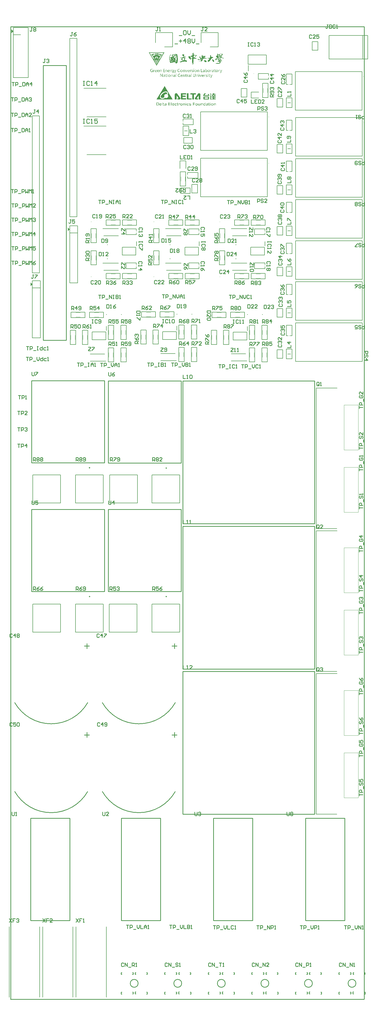
<source format=gto>
G04*
G04 #@! TF.GenerationSoftware,Altium Limited,Altium Designer,24.4.1 (13)*
G04*
G04 Layer_Color=65535*
%FSLAX25Y25*%
%MOIN*%
G70*
G04*
G04 #@! TF.SameCoordinates,4EE5E999-D737-4110-A4F5-E65D847AD794*
G04*
G04*
G04 #@! TF.FilePolarity,Positive*
G04*
G01*
G75*
%ADD10C,0.01000*%
%ADD11C,0.00787*%
%ADD12C,0.00394*%
%ADD13C,0.00500*%
%ADD14C,0.00400*%
%ADD15C,0.00700*%
G36*
X405150Y1757450D02*
X402650Y1754950D01*
Y1759950D01*
X405150Y1757450D01*
D02*
G37*
G36*
X633907Y1725416D02*
X634476D01*
Y1725274D01*
X634903D01*
Y1724989D01*
X635188D01*
Y1724846D01*
X635330D01*
Y1724704D01*
X635473D01*
Y1724419D01*
X635615D01*
Y1723565D01*
X635473D01*
Y1723280D01*
X635615D01*
Y1722853D01*
X635758D01*
Y1721998D01*
X635900D01*
Y1720717D01*
X636042D01*
Y1720005D01*
X636185D01*
Y1718439D01*
X636327D01*
Y1716872D01*
X636185D01*
Y1716018D01*
X636042D01*
Y1715163D01*
X635900D01*
Y1713739D01*
X635758D01*
Y1713597D01*
X635615D01*
Y1713455D01*
X635473D01*
Y1713312D01*
X635188D01*
Y1713027D01*
X634761D01*
Y1712885D01*
X634619D01*
Y1712743D01*
X634476D01*
Y1712458D01*
X634334D01*
Y1712315D01*
X633907D01*
Y1712173D01*
X633479D01*
Y1712315D01*
X633337D01*
Y1712458D01*
X633195D01*
Y1713455D01*
X633052D01*
Y1713597D01*
X632910D01*
Y1713739D01*
X632625D01*
Y1713882D01*
X632198D01*
Y1714024D01*
X631771D01*
Y1714167D01*
X630631D01*
Y1714024D01*
X630062D01*
Y1713882D01*
X629919D01*
Y1713739D01*
X629208D01*
Y1713597D01*
X628923D01*
Y1713455D01*
X627499D01*
Y1713597D01*
X626787D01*
Y1713312D01*
X626644D01*
Y1713170D01*
X626502D01*
Y1713027D01*
X626075D01*
Y1713170D01*
X625932D01*
Y1713312D01*
X625647D01*
Y1713455D01*
X625505D01*
Y1713739D01*
X625363D01*
Y1714451D01*
X625220D01*
Y1714594D01*
X625078D01*
Y1715163D01*
X624936D01*
Y1717015D01*
X624793D01*
Y1717299D01*
X624651D01*
Y1717442D01*
X624508D01*
Y1717727D01*
X624366D01*
Y1718296D01*
X624224D01*
Y1719150D01*
X624366D01*
Y1719293D01*
X624224D01*
Y1719720D01*
X624366D01*
Y1720290D01*
X624224D01*
Y1720432D01*
X624366D01*
Y1720717D01*
X624224D01*
Y1721002D01*
X624366D01*
Y1721144D01*
X624224D01*
Y1721571D01*
X624366D01*
Y1721714D01*
X624508D01*
Y1722141D01*
X624651D01*
Y1722568D01*
X624793D01*
Y1722995D01*
X624936D01*
Y1723138D01*
X625078D01*
Y1723422D01*
X625220D01*
Y1723280D01*
X625363D01*
Y1723422D01*
X625220D01*
Y1723850D01*
X625363D01*
Y1724277D01*
X625505D01*
Y1724419D01*
X625647D01*
Y1724562D01*
X626360D01*
Y1724419D01*
X626502D01*
Y1723707D01*
X626360D01*
Y1723565D01*
X626217D01*
Y1723422D01*
X626075D01*
Y1723565D01*
X625932D01*
Y1723707D01*
X625647D01*
Y1723280D01*
X625505D01*
Y1723138D01*
X625363D01*
Y1722710D01*
X625220D01*
Y1722426D01*
X625078D01*
Y1722283D01*
X624793D01*
Y1721998D01*
X624936D01*
Y1721856D01*
X624793D01*
Y1721998D01*
X624651D01*
Y1721714D01*
X624793D01*
Y1721002D01*
X624651D01*
Y1720859D01*
X624793D01*
Y1719862D01*
X624936D01*
Y1718866D01*
X625078D01*
Y1718439D01*
X625220D01*
Y1718011D01*
X625363D01*
Y1717584D01*
X625505D01*
Y1717299D01*
X625647D01*
Y1716872D01*
X625790D01*
Y1716302D01*
X625932D01*
Y1715590D01*
X626075D01*
Y1715306D01*
X626217D01*
Y1715163D01*
X626360D01*
Y1715021D01*
X628068D01*
Y1715163D01*
X628638D01*
Y1715306D01*
X628923D01*
Y1715448D01*
X629065D01*
Y1715590D01*
X629208D01*
Y1715733D01*
X629350D01*
Y1715875D01*
X629492D01*
Y1716018D01*
X629777D01*
Y1716160D01*
X629919D01*
Y1716302D01*
X630062D01*
Y1716445D01*
X630347D01*
Y1716587D01*
X630489D01*
Y1716730D01*
X630204D01*
Y1716587D01*
X629777D01*
Y1716445D01*
X629492D01*
Y1716302D01*
X629208D01*
Y1716160D01*
X629065D01*
Y1716018D01*
X628780D01*
Y1715875D01*
X628496D01*
Y1715733D01*
X628211D01*
Y1715590D01*
X627214D01*
Y1715448D01*
X627072D01*
Y1715306D01*
X626929D01*
Y1715448D01*
X626644D01*
Y1715590D01*
X626502D01*
Y1715733D01*
X626360D01*
Y1716018D01*
X626217D01*
Y1716160D01*
X626075D01*
Y1716587D01*
X626217D01*
Y1717015D01*
X626360D01*
Y1717157D01*
X626502D01*
Y1717299D01*
X626787D01*
Y1717442D01*
X627072D01*
Y1717584D01*
X627356D01*
Y1717727D01*
X627499D01*
Y1717869D01*
X627783D01*
Y1718011D01*
X627926D01*
Y1718154D01*
X627499D01*
Y1718011D01*
X627356D01*
Y1717869D01*
X627214D01*
Y1717727D01*
X626502D01*
Y1717869D01*
X626217D01*
Y1718011D01*
X625932D01*
Y1718581D01*
X626075D01*
Y1718723D01*
X626217D01*
Y1718866D01*
X626360D01*
Y1719150D01*
X626502D01*
Y1719293D01*
X626644D01*
Y1719435D01*
X626787D01*
Y1719578D01*
X626929D01*
Y1719720D01*
X627072D01*
Y1720005D01*
X626217D01*
Y1720147D01*
X625932D01*
Y1720290D01*
X625647D01*
Y1720432D01*
X625505D01*
Y1721002D01*
X625647D01*
Y1721144D01*
X625790D01*
Y1721286D01*
X626217D01*
Y1721144D01*
X627214D01*
Y1721286D01*
X627499D01*
Y1721429D01*
X627783D01*
Y1721571D01*
X628068D01*
Y1721714D01*
X628353D01*
Y1721856D01*
X628496D01*
Y1721998D01*
X628780D01*
Y1722995D01*
X628923D01*
Y1723138D01*
X629065D01*
Y1723422D01*
X629635D01*
Y1723280D01*
X629777D01*
Y1723138D01*
X629919D01*
Y1722853D01*
X630062D01*
Y1722568D01*
X630631D01*
Y1722710D01*
X630916D01*
Y1722853D01*
X631913D01*
Y1722710D01*
X632625D01*
Y1722426D01*
X632767D01*
Y1722283D01*
X632625D01*
Y1722141D01*
X632483D01*
Y1722283D01*
X630916D01*
Y1722141D01*
X630631D01*
Y1721998D01*
X630489D01*
Y1721571D01*
X630631D01*
Y1721286D01*
X630774D01*
Y1721144D01*
X630916D01*
Y1720859D01*
X631059D01*
Y1720574D01*
X631201D01*
Y1720290D01*
X631343D01*
Y1720005D01*
X631486D01*
Y1719720D01*
X631771D01*
Y1719862D01*
X631913D01*
Y1720147D01*
X632055D01*
Y1720290D01*
X632198D01*
Y1720717D01*
X632340D01*
Y1720859D01*
X632483D01*
Y1721144D01*
X632625D01*
Y1721429D01*
X632767D01*
Y1721714D01*
X632910D01*
Y1721856D01*
X633195D01*
Y1721714D01*
X633337D01*
Y1720859D01*
X633195D01*
Y1720147D01*
X633052D01*
Y1719578D01*
X632910D01*
Y1719008D01*
X632767D01*
Y1717869D01*
X632910D01*
Y1717584D01*
X633052D01*
Y1717442D01*
X633195D01*
Y1717299D01*
X633337D01*
Y1717015D01*
X633479D01*
Y1716872D01*
X633622D01*
Y1716730D01*
X633764D01*
Y1716587D01*
X633907D01*
Y1716445D01*
X634049D01*
Y1716302D01*
X634191D01*
Y1716445D01*
X634334D01*
Y1717299D01*
X634476D01*
Y1718296D01*
X634619D01*
Y1718866D01*
X634476D01*
Y1719008D01*
X634619D01*
Y1719435D01*
X634476D01*
Y1719578D01*
X634619D01*
Y1719862D01*
X634476D01*
Y1720574D01*
X634334D01*
Y1721571D01*
X634191D01*
Y1722568D01*
X634049D01*
Y1722995D01*
X633907D01*
Y1723280D01*
X633764D01*
Y1723707D01*
X633622D01*
Y1724134D01*
X633479D01*
Y1724562D01*
X633337D01*
Y1724704D01*
X633195D01*
Y1724846D01*
X633052D01*
Y1724989D01*
X632767D01*
Y1725131D01*
X632198D01*
Y1724989D01*
X631913D01*
Y1724846D01*
X631628D01*
Y1724704D01*
X631201D01*
Y1724562D01*
X630916D01*
Y1724419D01*
X630489D01*
Y1724277D01*
X630347D01*
Y1724134D01*
X630062D01*
Y1723992D01*
X629919D01*
Y1723850D01*
X629492D01*
Y1723707D01*
X629208D01*
Y1723565D01*
X628923D01*
Y1723422D01*
X628211D01*
Y1723280D01*
X627641D01*
Y1723422D01*
X627499D01*
Y1723707D01*
X627641D01*
Y1723850D01*
X627783D01*
Y1723992D01*
X627926D01*
Y1724134D01*
X628353D01*
Y1724277D01*
X628638D01*
Y1724419D01*
X628780D01*
Y1724562D01*
X629065D01*
Y1724704D01*
X629350D01*
Y1724846D01*
X629492D01*
Y1724989D01*
X630062D01*
Y1724846D01*
X630347D01*
Y1724989D01*
X630774D01*
Y1725131D01*
X631343D01*
Y1725274D01*
X631771D01*
Y1725416D01*
X632340D01*
Y1725558D01*
X633195D01*
Y1725416D01*
X633479D01*
Y1725558D01*
X633907D01*
Y1725416D01*
D02*
G37*
G36*
X695992Y1725986D02*
X695849D01*
Y1725701D01*
X695564D01*
Y1725558D01*
X695422D01*
Y1725416D01*
X695280D01*
Y1724846D01*
X695422D01*
Y1724419D01*
X695564D01*
Y1723992D01*
X695707D01*
Y1723850D01*
X695564D01*
Y1723707D01*
X695422D01*
Y1723565D01*
X695280D01*
Y1723422D01*
X695137D01*
Y1723280D01*
X694852D01*
Y1723422D01*
X694425D01*
Y1722995D01*
X694283D01*
Y1722853D01*
Y1722710D01*
X693856D01*
Y1723707D01*
X693713D01*
Y1723850D01*
X693571D01*
Y1723992D01*
X693429D01*
Y1724277D01*
X693286D01*
Y1724562D01*
X693144D01*
Y1724704D01*
X692717D01*
Y1723992D01*
X692859D01*
Y1723565D01*
X693001D01*
Y1722995D01*
X693144D01*
Y1722568D01*
X693286D01*
Y1722141D01*
X693429D01*
Y1721856D01*
X693571D01*
Y1721571D01*
X693713D01*
Y1721286D01*
X693856D01*
Y1721002D01*
X693713D01*
Y1720147D01*
X693429D01*
Y1720005D01*
X693001D01*
Y1720147D01*
X692717D01*
Y1720005D01*
X692574D01*
Y1719862D01*
X692432D01*
Y1719720D01*
X691720D01*
Y1719862D01*
X691435D01*
Y1720005D01*
X691292D01*
Y1720147D01*
X691150D01*
Y1720290D01*
X691008D01*
Y1720574D01*
X690865D01*
Y1720717D01*
X690723D01*
Y1721144D01*
X690581D01*
Y1721286D01*
X690438D01*
Y1721571D01*
X690296D01*
Y1721856D01*
X690153D01*
Y1721998D01*
X690011D01*
Y1722283D01*
X689868D01*
Y1722568D01*
X690011D01*
Y1722710D01*
X690153D01*
Y1722995D01*
X690296D01*
Y1723138D01*
X690438D01*
Y1723280D01*
X690723D01*
Y1723138D01*
X691008D01*
Y1722853D01*
X691292D01*
Y1723280D01*
X691435D01*
Y1723850D01*
X691577D01*
Y1724419D01*
X691720D01*
Y1724562D01*
X691577D01*
Y1725274D01*
X691435D01*
Y1725701D01*
X691577D01*
Y1725843D01*
X691862D01*
Y1725986D01*
X692574D01*
Y1725416D01*
X692717D01*
Y1725131D01*
X692859D01*
Y1725274D01*
X693429D01*
Y1725131D01*
X693571D01*
Y1724989D01*
X693856D01*
Y1725131D01*
X694140D01*
Y1725274D01*
X694283D01*
Y1724846D01*
X694568D01*
Y1724989D01*
X694852D01*
Y1725131D01*
X694995D01*
Y1725274D01*
X695137D01*
Y1725701D01*
X695280D01*
Y1725986D01*
X695422D01*
Y1726270D01*
X695564D01*
Y1726413D01*
X695707D01*
Y1726555D01*
X695992D01*
Y1725986D01*
D02*
G37*
G36*
X698270D02*
X698555D01*
Y1725843D01*
X698840D01*
Y1725558D01*
X698982D01*
Y1725274D01*
X699124D01*
Y1725131D01*
X699267D01*
Y1724419D01*
X699124D01*
Y1724277D01*
X698982D01*
Y1724134D01*
X698840D01*
Y1723992D01*
X698412D01*
Y1723850D01*
X698270D01*
Y1723707D01*
X698128D01*
Y1723422D01*
X697985D01*
Y1723138D01*
X697843D01*
Y1722426D01*
X697558D01*
Y1722283D01*
X697700D01*
Y1721571D01*
X697558D01*
Y1721002D01*
X697700D01*
Y1720859D01*
X697843D01*
Y1720717D01*
X698270D01*
Y1720859D01*
X697985D01*
Y1721002D01*
X697700D01*
Y1721144D01*
X698697D01*
Y1721002D01*
X698982D01*
Y1720859D01*
X699267D01*
Y1720717D01*
X699551D01*
Y1720574D01*
X699694D01*
Y1720290D01*
X700121D01*
Y1719293D01*
X700264D01*
Y1719150D01*
X700121D01*
Y1719008D01*
X699694D01*
Y1719150D01*
X699836D01*
Y1719293D01*
X699409D01*
Y1719150D01*
X698982D01*
Y1719293D01*
X699267D01*
Y1719435D01*
X699551D01*
Y1719578D01*
X699836D01*
Y1719862D01*
X699694D01*
Y1720005D01*
X699551D01*
Y1720147D01*
X699267D01*
Y1720290D01*
X699124D01*
Y1720432D01*
X698840D01*
Y1720574D01*
X698412D01*
Y1720432D01*
X697558D01*
Y1720290D01*
X697416D01*
Y1720005D01*
X697273D01*
Y1719862D01*
X696419D01*
Y1719720D01*
X695707D01*
Y1719578D01*
X695137D01*
Y1719435D01*
X694710D01*
Y1719293D01*
X694425D01*
Y1719150D01*
X694140D01*
Y1719008D01*
X693856D01*
Y1718866D01*
X693713D01*
Y1718723D01*
X693286D01*
Y1718581D01*
X693144D01*
Y1718439D01*
X692717D01*
Y1718296D01*
X692147D01*
Y1718439D01*
X691862D01*
Y1718581D01*
X691008D01*
Y1718439D01*
X690865D01*
Y1718296D01*
X690723D01*
Y1718154D01*
X690581D01*
Y1717869D01*
X690438D01*
Y1717584D01*
X690296D01*
Y1717442D01*
X690438D01*
Y1717157D01*
X690296D01*
Y1716872D01*
X689868D01*
Y1716730D01*
X689584D01*
Y1716872D01*
X689299D01*
Y1717015D01*
X689157D01*
Y1717442D01*
X689014D01*
Y1717727D01*
X688872D01*
Y1718154D01*
X689014D01*
Y1718296D01*
X689157D01*
Y1718439D01*
X689299D01*
Y1718581D01*
X689441D01*
Y1718723D01*
X689584D01*
Y1719293D01*
X689726D01*
Y1719435D01*
X690153D01*
Y1719293D01*
X690296D01*
Y1719435D01*
X690438D01*
Y1719293D01*
X690581D01*
Y1719150D01*
X690723D01*
Y1719008D01*
X690865D01*
Y1719150D01*
X691150D01*
Y1719293D01*
X691720D01*
Y1719150D01*
X692717D01*
Y1719293D01*
X692859D01*
Y1719435D01*
X693286D01*
Y1719578D01*
X693429D01*
Y1719720D01*
X693713D01*
Y1719862D01*
X694140D01*
Y1720005D01*
X694425D01*
Y1720147D01*
X694710D01*
Y1720290D01*
X695280D01*
Y1720432D01*
X695707D01*
Y1720574D01*
X696276D01*
Y1720717D01*
X696419D01*
Y1720859D01*
X696134D01*
Y1720717D01*
X695849D01*
Y1721429D01*
X695707D01*
Y1721286D01*
X695564D01*
Y1721144D01*
X694710D01*
Y1721002D01*
X694425D01*
Y1721144D01*
X694140D01*
Y1721286D01*
X693998D01*
Y1721571D01*
X694140D01*
Y1721856D01*
X694283D01*
Y1722426D01*
X694425D01*
Y1722568D01*
X694852D01*
Y1722426D01*
X695137D01*
Y1722568D01*
X695280D01*
Y1722853D01*
X695422D01*
Y1722995D01*
X695564D01*
Y1723565D01*
X695707D01*
Y1723707D01*
X695849D01*
Y1723850D01*
X696134D01*
Y1723565D01*
X696276D01*
Y1723422D01*
X696134D01*
Y1722426D01*
X695992D01*
Y1722141D01*
X696419D01*
Y1721286D01*
X696561D01*
Y1721429D01*
X696704D01*
Y1721714D01*
X696846D01*
Y1722568D01*
X696704D01*
Y1722853D01*
X696561D01*
Y1722995D01*
Y1723565D01*
X696704D01*
Y1723992D01*
X696846D01*
Y1724562D01*
X697416D01*
Y1724134D01*
X697273D01*
Y1723850D01*
X697131D01*
Y1723707D01*
X696988D01*
Y1723422D01*
X696846D01*
Y1722995D01*
X697131D01*
Y1723138D01*
X697273D01*
Y1723707D01*
X697416D01*
Y1723992D01*
X697558D01*
Y1724134D01*
X697700D01*
Y1724277D01*
X697843D01*
Y1724562D01*
X697985D01*
Y1724704D01*
X698128D01*
Y1725416D01*
X697985D01*
Y1725558D01*
X697700D01*
Y1725416D01*
X697558D01*
Y1725274D01*
X697273D01*
Y1725131D01*
X696988D01*
Y1725274D01*
X696846D01*
Y1725416D01*
X696988D01*
Y1725558D01*
X697131D01*
Y1725701D01*
X697416D01*
Y1725843D01*
X697700D01*
Y1725986D01*
X698128D01*
Y1726128D01*
X698270D01*
Y1725986D01*
D02*
G37*
G36*
X658256Y1726982D02*
X658399D01*
Y1726840D01*
X658541D01*
Y1726698D01*
X658399D01*
Y1726270D01*
X658256D01*
Y1725701D01*
X658399D01*
Y1725416D01*
X658541D01*
Y1724419D01*
X658684D01*
Y1724277D01*
X659253D01*
Y1724419D01*
X659680D01*
Y1724277D01*
X660250D01*
Y1724134D01*
X660392D01*
Y1723992D01*
X660962D01*
Y1723850D01*
X661389D01*
Y1723992D01*
X661532D01*
Y1724134D01*
X661674D01*
Y1724277D01*
X661959D01*
Y1724134D01*
X662244D01*
Y1723992D01*
X662528D01*
Y1723850D01*
X662671D01*
Y1723565D01*
X662813D01*
Y1723422D01*
X662671D01*
Y1722995D01*
X662528D01*
Y1722853D01*
X662244D01*
Y1722710D01*
X661816D01*
Y1722568D01*
X661532D01*
Y1722426D01*
X661389D01*
Y1722283D01*
X661247D01*
Y1722141D01*
X661104D01*
Y1721998D01*
X660962D01*
Y1721429D01*
X660820D01*
Y1721144D01*
X660677D01*
Y1720859D01*
X660535D01*
Y1720717D01*
X660392D01*
Y1720574D01*
X660108D01*
Y1720432D01*
X659965D01*
Y1720290D01*
X659680D01*
Y1720147D01*
X659111D01*
Y1720005D01*
X658399D01*
Y1719862D01*
X659253D01*
Y1720005D01*
X661674D01*
Y1719862D01*
X661959D01*
Y1719720D01*
X662101D01*
Y1719578D01*
X662386D01*
Y1719150D01*
X662244D01*
Y1719008D01*
X662101D01*
Y1718866D01*
X661959D01*
Y1718723D01*
X660962D01*
Y1718866D01*
X659965D01*
Y1718723D01*
X659823D01*
Y1718866D01*
X659538D01*
Y1719008D01*
X658826D01*
Y1718866D01*
X658399D01*
Y1718723D01*
X658256D01*
Y1718154D01*
X658114D01*
Y1717157D01*
X658256D01*
Y1714594D01*
X658114D01*
Y1713882D01*
X657972D01*
Y1713170D01*
X658114D01*
Y1713455D01*
X658256D01*
Y1712600D01*
X657829D01*
Y1711888D01*
X657972D01*
Y1711746D01*
X658256D01*
Y1711461D01*
X657972D01*
Y1711319D01*
X657545D01*
Y1711176D01*
X657117D01*
Y1711034D01*
X656690D01*
Y1711319D01*
X656975D01*
Y1711746D01*
X657260D01*
Y1711888D01*
X657117D01*
Y1712031D01*
X657260D01*
Y1712173D01*
X657117D01*
Y1712315D01*
X656975D01*
Y1712743D01*
X656833D01*
Y1713027D01*
X656690D01*
Y1713170D01*
X656548D01*
Y1713455D01*
X656405D01*
Y1714309D01*
X656263D01*
Y1714594D01*
X656405D01*
Y1718296D01*
X656548D01*
Y1718723D01*
X656405D01*
Y1718866D01*
X655836D01*
Y1719008D01*
X655693D01*
Y1719150D01*
X655551D01*
Y1719293D01*
X655693D01*
Y1720147D01*
X655836D01*
Y1719862D01*
X656548D01*
Y1720574D01*
X656690D01*
Y1721714D01*
X656263D01*
Y1721571D01*
X654981D01*
Y1721714D01*
X654554D01*
Y1721856D01*
X654412D01*
Y1721998D01*
X654269D01*
Y1722853D01*
X654554D01*
Y1723138D01*
X655266D01*
Y1722995D01*
X655551D01*
Y1723138D01*
X656120D01*
Y1723280D01*
X656405D01*
Y1723422D01*
X656548D01*
Y1723565D01*
X656690D01*
Y1723992D01*
X656833D01*
Y1724562D01*
X656975D01*
Y1724989D01*
X656833D01*
Y1725843D01*
X656975D01*
Y1726413D01*
X657117D01*
Y1726698D01*
X657260D01*
Y1726840D01*
X657402D01*
Y1726982D01*
X657545D01*
Y1727125D01*
X657829D01*
Y1727267D01*
X658256D01*
Y1726982D01*
D02*
G37*
G36*
X632340Y1724562D02*
X632910D01*
Y1724277D01*
X633052D01*
Y1724134D01*
X633195D01*
Y1723280D01*
X633052D01*
Y1723138D01*
X632910D01*
Y1722995D01*
X632625D01*
Y1722853D01*
X632055D01*
Y1722995D01*
X631771D01*
Y1723138D01*
X631628D01*
Y1723280D01*
X631486D01*
Y1723422D01*
X631343D01*
Y1723707D01*
X631201D01*
Y1723992D01*
X631343D01*
Y1724277D01*
X631486D01*
Y1724419D01*
X631771D01*
Y1724562D01*
X632055D01*
Y1724704D01*
X632340D01*
Y1724562D01*
D02*
G37*
G36*
X644159Y1724989D02*
X644444D01*
Y1724846D01*
X644729D01*
Y1724704D01*
X644871D01*
Y1724562D01*
X645014D01*
Y1724419D01*
X645156D01*
Y1724277D01*
Y1724134D01*
X645298D01*
Y1723280D01*
X645156D01*
Y1722995D01*
X645014D01*
Y1722710D01*
X644871D01*
Y1722568D01*
X644729D01*
Y1722426D01*
X644302D01*
Y1722283D01*
X643874D01*
Y1722426D01*
X643732D01*
Y1722568D01*
X643447D01*
Y1722710D01*
X643162D01*
Y1722853D01*
X643020D01*
Y1723422D01*
X642878D01*
Y1723565D01*
X642735D01*
Y1724277D01*
X642593D01*
Y1724704D01*
X642735D01*
Y1724846D01*
X642878D01*
Y1724989D01*
X643162D01*
Y1725131D01*
X644159D01*
Y1724989D01*
D02*
G37*
G36*
X696561Y1722283D02*
Y1722141D01*
X696419D01*
Y1722426D01*
X696561D01*
Y1722283D01*
D02*
G37*
G36*
X670787Y1723992D02*
X670930D01*
Y1723422D01*
X671072D01*
Y1722995D01*
X671215D01*
Y1722710D01*
X671357D01*
Y1722568D01*
X671784D01*
Y1722710D01*
X672354D01*
Y1722853D01*
X672781D01*
Y1722710D01*
X673066D01*
Y1722568D01*
X673493D01*
Y1722426D01*
X673635D01*
Y1722710D01*
X673208D01*
Y1722853D01*
X673635D01*
Y1722995D01*
X673778D01*
Y1722853D01*
X674347D01*
Y1722995D01*
X674490D01*
Y1722853D01*
X674632D01*
Y1722710D01*
X674775D01*
Y1722568D01*
X674917D01*
Y1722426D01*
X675059D01*
Y1722283D01*
X675202D01*
Y1722141D01*
X675059D01*
Y1721998D01*
X674917D01*
Y1721856D01*
X674775D01*
Y1721998D01*
X674347D01*
Y1721856D01*
X674490D01*
Y1721286D01*
X674347D01*
Y1721002D01*
X674205D01*
Y1720859D01*
X674062D01*
Y1720717D01*
X673493D01*
Y1720574D01*
X673208D01*
Y1720432D01*
X673066D01*
Y1720290D01*
X673635D01*
Y1720147D01*
X674775D01*
Y1720005D01*
X675059D01*
Y1719862D01*
X675344D01*
Y1720005D01*
X675487D01*
Y1719862D01*
X675629D01*
Y1719578D01*
X676056D01*
Y1719720D01*
X676341D01*
Y1719578D01*
X676483D01*
Y1719435D01*
X676626D01*
Y1719150D01*
X676483D01*
Y1718866D01*
X676056D01*
Y1719008D01*
X675914D01*
Y1719150D01*
X675629D01*
Y1719293D01*
X673920D01*
Y1719435D01*
X673778D01*
Y1719293D01*
X673350D01*
Y1719150D01*
X673066D01*
Y1719008D01*
X671499D01*
Y1718866D01*
X671357D01*
Y1718723D01*
X671215D01*
Y1718296D01*
X671072D01*
Y1717727D01*
X671215D01*
Y1717299D01*
X671072D01*
Y1716730D01*
X670930D01*
Y1716587D01*
X670787D01*
Y1716445D01*
X670645D01*
Y1716302D01*
X670503D01*
Y1716018D01*
X670360D01*
Y1715875D01*
X670218D01*
Y1715590D01*
X670075D01*
Y1715448D01*
X669933D01*
Y1715306D01*
X669363D01*
Y1715163D01*
X668509D01*
Y1715306D01*
X668651D01*
Y1715448D01*
X668794D01*
Y1715590D01*
X668936D01*
Y1715733D01*
X668651D01*
Y1716160D01*
X668509D01*
Y1716018D01*
X668367D01*
Y1715875D01*
X668082D01*
Y1715733D01*
X667797D01*
Y1715590D01*
X667512D01*
Y1715448D01*
X667370D01*
Y1715306D01*
X667085D01*
Y1715163D01*
X666658D01*
Y1715306D01*
X666800D01*
Y1715590D01*
X667085D01*
Y1715733D01*
X667512D01*
Y1715875D01*
X667655D01*
Y1716018D01*
X667797D01*
Y1716160D01*
X667939D01*
Y1716302D01*
X668224D01*
Y1716445D01*
X668367D01*
Y1716587D01*
X668509D01*
Y1716730D01*
X668651D01*
Y1716872D01*
X668794D01*
Y1717015D01*
X668936D01*
Y1717157D01*
X669079D01*
Y1717299D01*
X669221D01*
Y1717584D01*
X669363D01*
Y1717869D01*
X669506D01*
Y1718296D01*
X669363D01*
Y1718154D01*
X668794D01*
Y1718011D01*
X668224D01*
Y1717869D01*
X668082D01*
Y1717727D01*
X667797D01*
Y1717584D01*
X667228D01*
Y1717442D01*
X666658D01*
Y1717299D01*
X665661D01*
Y1717157D01*
X664807D01*
Y1717299D01*
X664522D01*
Y1717442D01*
X664237D01*
Y1718296D01*
X664522D01*
Y1718439D01*
X664949D01*
Y1718581D01*
X665234D01*
Y1718439D01*
X665661D01*
Y1718011D01*
X666800D01*
Y1718154D01*
X667085D01*
Y1718296D01*
X667370D01*
Y1718439D01*
X667512D01*
Y1718581D01*
X667655D01*
Y1718723D01*
X667939D01*
Y1719150D01*
X667797D01*
Y1719435D01*
X667655D01*
Y1719578D01*
X667512D01*
Y1719862D01*
X667370D01*
Y1720005D01*
X667228D01*
Y1720147D01*
X667085D01*
Y1720290D01*
X666943D01*
Y1720574D01*
X666800D01*
Y1720717D01*
X666658D01*
Y1721002D01*
X666515D01*
Y1721429D01*
X666658D01*
Y1721714D01*
X666943D01*
Y1721856D01*
X667085D01*
Y1721998D01*
X667655D01*
Y1721856D01*
X667939D01*
Y1721571D01*
X668082D01*
Y1721286D01*
X667939D01*
Y1720717D01*
X668082D01*
Y1720574D01*
X668224D01*
Y1720290D01*
X668367D01*
Y1720147D01*
X668509D01*
Y1719862D01*
Y1719720D01*
X668794D01*
Y1719435D01*
X669079D01*
Y1719578D01*
X669933D01*
Y1719862D01*
X670075D01*
Y1721002D01*
X669363D01*
Y1721571D01*
X669506D01*
Y1721856D01*
X669648D01*
Y1721998D01*
X669791D01*
Y1722141D01*
X669933D01*
Y1722426D01*
X669791D01*
Y1722710D01*
X669933D01*
Y1723422D01*
X670075D01*
Y1723850D01*
X670218D01*
Y1723992D01*
X670360D01*
Y1724134D01*
X670787D01*
Y1723992D01*
D02*
G37*
G36*
X646865Y1721856D02*
X647007D01*
Y1721714D01*
X647150D01*
Y1721286D01*
X647007D01*
Y1721002D01*
X646722D01*
Y1720859D01*
X645868D01*
Y1720717D01*
X645441D01*
Y1720574D01*
X645156D01*
Y1720432D01*
X644729D01*
Y1720290D01*
X644444D01*
Y1720147D01*
X644302D01*
Y1720005D01*
X644159D01*
Y1719862D01*
X644017D01*
Y1719720D01*
X643732D01*
Y1719578D01*
X643305D01*
Y1719435D01*
X642878D01*
Y1719293D01*
X642308D01*
Y1719435D01*
X641596D01*
Y1719578D01*
X641169D01*
Y1719720D01*
X640884D01*
Y1719862D01*
X640457D01*
Y1720005D01*
X640314D01*
Y1720147D01*
X640172D01*
Y1720574D01*
X640314D01*
Y1720717D01*
X640457D01*
Y1720859D01*
X641026D01*
Y1720432D01*
X641169D01*
Y1720290D01*
X642308D01*
Y1720432D01*
X642450D01*
Y1720574D01*
X642735D01*
Y1720717D01*
X642878D01*
Y1720859D01*
X643162D01*
Y1721002D01*
X643305D01*
Y1721144D01*
X643447D01*
Y1721286D01*
X643732D01*
Y1721429D01*
X643874D01*
Y1721571D01*
X644159D01*
Y1721714D01*
X644444D01*
Y1721856D01*
X644871D01*
Y1721998D01*
X646865D01*
Y1721856D01*
D02*
G37*
G36*
X682891Y1723565D02*
X683034D01*
Y1723280D01*
X682891D01*
Y1722995D01*
X682749D01*
Y1722426D01*
X683034D01*
Y1721714D01*
X683176D01*
Y1721571D01*
X684030D01*
Y1721429D01*
X684315D01*
Y1721286D01*
X685170D01*
Y1721429D01*
X685597D01*
Y1721286D01*
X685739D01*
Y1720717D01*
X686024D01*
Y1720574D01*
X685881D01*
Y1720432D01*
X685739D01*
Y1720290D01*
X685454D01*
Y1720147D01*
X685170D01*
Y1720005D01*
X684742D01*
Y1719862D01*
X684457D01*
Y1719720D01*
X684315D01*
Y1719578D01*
X684173D01*
Y1719435D01*
X683888D01*
Y1719150D01*
X683745D01*
Y1719008D01*
X683603D01*
Y1718866D01*
X683318D01*
Y1718723D01*
X683034D01*
Y1718581D01*
X682891D01*
Y1718154D01*
X682749D01*
Y1717727D01*
X682606D01*
Y1717442D01*
X682464D01*
Y1717299D01*
X682179D01*
Y1717157D01*
X682037D01*
Y1717015D01*
X681894D01*
Y1716872D01*
X681752D01*
Y1716587D01*
X681609D01*
Y1716302D01*
X681467D01*
Y1716018D01*
X681325D01*
Y1715875D01*
X681182D01*
Y1715733D01*
X680898D01*
Y1715590D01*
X680755D01*
Y1715448D01*
X680470D01*
Y1715306D01*
X680328D01*
Y1715163D01*
X679901D01*
Y1715021D01*
X679616D01*
Y1714879D01*
X679474D01*
Y1714736D01*
X679331D01*
Y1714594D01*
X679189D01*
Y1714451D01*
X678904D01*
Y1714309D01*
X678762D01*
Y1714451D01*
X678619D01*
Y1714594D01*
X678477D01*
Y1714736D01*
X678619D01*
Y1715021D01*
X678477D01*
Y1715163D01*
X678334D01*
Y1715306D01*
X678192D01*
Y1715875D01*
X678334D01*
Y1716302D01*
X678477D01*
Y1716730D01*
X678619D01*
Y1717015D01*
X678904D01*
Y1717157D01*
X679189D01*
Y1717299D01*
X679474D01*
Y1717442D01*
X679616D01*
Y1717584D01*
X679758D01*
Y1717727D01*
X679901D01*
Y1718011D01*
X680043D01*
Y1718154D01*
X680470D01*
Y1718296D01*
X680613D01*
Y1718866D01*
X680043D01*
Y1719008D01*
X679901D01*
Y1719150D01*
X679616D01*
Y1719293D01*
X679331D01*
Y1719435D01*
X678619D01*
Y1719578D01*
X678334D01*
Y1720290D01*
X679046D01*
Y1719862D01*
X679189D01*
Y1719720D01*
X679331D01*
Y1720005D01*
X680043D01*
Y1719862D01*
X680898D01*
Y1720005D01*
X681040D01*
Y1720147D01*
X681182D01*
Y1720290D01*
X681325D01*
Y1720717D01*
X681467D01*
Y1721286D01*
X681609D01*
Y1721998D01*
X681752D01*
Y1722568D01*
X681894D01*
Y1722710D01*
X682037D01*
Y1722853D01*
X682179D01*
Y1722995D01*
X681894D01*
Y1723138D01*
X681752D01*
Y1723707D01*
X682891D01*
Y1723565D01*
D02*
G37*
G36*
X698840Y1719008D02*
X698697D01*
Y1718866D01*
X697985D01*
Y1719008D01*
X698412D01*
Y1719150D01*
X698840D01*
Y1719008D01*
D02*
G37*
G36*
X697843Y1718723D02*
X697558D01*
Y1718866D01*
X697843D01*
Y1718723D01*
D02*
G37*
G36*
X652561Y1722283D02*
X653130D01*
Y1722141D01*
X653272D01*
Y1721998D01*
X653557D01*
Y1721856D01*
X653700D01*
Y1721714D01*
X653842D01*
Y1721571D01*
X653984D01*
Y1721429D01*
X654127D01*
Y1721002D01*
X654269D01*
Y1720574D01*
X654412D01*
Y1719720D01*
X654554D01*
Y1719435D01*
X654697D01*
Y1719150D01*
X654839D01*
Y1719008D01*
X654981D01*
Y1718296D01*
X654839D01*
Y1718011D01*
X654697D01*
Y1717869D01*
X653984D01*
Y1718011D01*
X653842D01*
Y1718154D01*
X653557D01*
Y1718296D01*
X653415D01*
Y1718439D01*
X653272D01*
Y1718581D01*
X653130D01*
Y1718723D01*
X652988D01*
Y1718866D01*
X652561D01*
Y1719008D01*
X652418D01*
Y1719150D01*
X652276D01*
Y1719293D01*
X652133D01*
Y1719435D01*
X651991D01*
Y1719720D01*
X651849D01*
Y1719862D01*
X651706D01*
Y1720147D01*
X651564D01*
Y1720432D01*
X651421D01*
Y1720717D01*
X651279D01*
Y1721002D01*
X651137D01*
Y1721571D01*
X651279D01*
Y1721998D01*
X651421D01*
Y1722141D01*
X651564D01*
Y1722283D01*
X651706D01*
Y1722426D01*
X652561D01*
Y1722283D01*
D02*
G37*
G36*
X696419Y1718581D02*
X696846D01*
Y1718439D01*
X696988D01*
Y1718296D01*
X697131D01*
Y1717584D01*
X696988D01*
Y1717299D01*
X696704D01*
Y1717157D01*
X696419D01*
Y1717015D01*
X695849D01*
Y1717442D01*
X695422D01*
Y1717299D01*
X695137D01*
Y1717157D01*
X694710D01*
Y1717015D01*
X694995D01*
Y1716872D01*
X695137D01*
Y1716730D01*
X695280D01*
Y1716587D01*
X697700D01*
Y1716445D01*
X697985D01*
Y1716302D01*
X698128D01*
Y1715590D01*
X697843D01*
Y1715733D01*
X697558D01*
Y1715590D01*
X697131D01*
Y1715448D01*
X696419D01*
Y1715306D01*
X696134D01*
Y1715163D01*
X695992D01*
Y1715021D01*
X696134D01*
Y1714024D01*
X696276D01*
Y1713597D01*
X696134D01*
Y1713455D01*
X695992D01*
Y1713170D01*
X696134D01*
Y1712885D01*
X695849D01*
Y1712743D01*
X695707D01*
Y1712600D01*
X695422D01*
Y1712458D01*
X695137D01*
Y1712315D01*
X694995D01*
Y1712173D01*
X693998D01*
Y1712031D01*
X693144D01*
Y1711888D01*
X692859D01*
Y1711746D01*
X692574D01*
Y1711888D01*
X691862D01*
Y1712031D01*
X691008D01*
Y1712173D01*
X690723D01*
Y1712031D01*
X689726D01*
Y1712173D01*
X689868D01*
Y1712315D01*
X689726D01*
Y1712600D01*
X689868D01*
Y1712458D01*
X690011D01*
Y1712600D01*
X690438D01*
Y1712743D01*
X692432D01*
Y1712885D01*
X693713D01*
Y1713027D01*
X694283D01*
Y1713170D01*
X694425D01*
Y1713312D01*
X694710D01*
Y1713597D01*
X694852D01*
Y1714167D01*
X694995D01*
Y1714879D01*
X694140D01*
Y1714736D01*
X693571D01*
Y1714879D01*
X693001D01*
Y1714736D01*
X692574D01*
Y1714879D01*
X692289D01*
Y1715448D01*
X692432D01*
Y1715590D01*
X692717D01*
Y1715733D01*
X693001D01*
Y1715875D01*
X693286D01*
Y1716018D01*
X693429D01*
Y1716160D01*
X693713D01*
Y1716302D01*
X694140D01*
Y1716445D01*
Y1716587D01*
X693998D01*
Y1716730D01*
X693856D01*
Y1716872D01*
X693571D01*
Y1717015D01*
X693429D01*
Y1717157D01*
X693286D01*
Y1717299D01*
X693144D01*
Y1717015D01*
X693001D01*
Y1716872D01*
X692574D01*
Y1717015D01*
X692432D01*
Y1717157D01*
X692289D01*
Y1717442D01*
X692432D01*
Y1717727D01*
X692574D01*
Y1717869D01*
X692717D01*
Y1718011D01*
X693001D01*
Y1718154D01*
X693713D01*
Y1718296D01*
X694140D01*
Y1718439D01*
X694425D01*
Y1718581D01*
X695137D01*
Y1718723D01*
X696419D01*
Y1718581D01*
D02*
G37*
G36*
X642166Y1718866D02*
X642308D01*
Y1718723D01*
X642593D01*
Y1718581D01*
X642735D01*
Y1718439D01*
X642878D01*
Y1718154D01*
X643020D01*
Y1717584D01*
X643162D01*
Y1717442D01*
X643020D01*
Y1717299D01*
X643162D01*
Y1716730D01*
X642735D01*
Y1716587D01*
X642450D01*
Y1716730D01*
X642166D01*
Y1716872D01*
X641881D01*
Y1717157D01*
X641738D01*
Y1717299D01*
X641596D01*
Y1717442D01*
X641454D01*
Y1717584D01*
X641311D01*
Y1717869D01*
X641169D01*
Y1718011D01*
Y1718154D01*
X641026D01*
Y1718723D01*
X641169D01*
Y1719008D01*
X642166D01*
Y1718866D01*
D02*
G37*
G36*
X667370Y1715021D02*
X667228D01*
Y1715163D01*
X667370D01*
Y1715021D01*
D02*
G37*
G36*
X666658D02*
X666231D01*
Y1715163D01*
X666658D01*
Y1715021D01*
D02*
G37*
G36*
X667655Y1714879D02*
X667512D01*
Y1715163D01*
X667655D01*
Y1714879D01*
D02*
G37*
G36*
X665946D02*
X666088D01*
Y1714594D01*
X665946D01*
Y1714736D01*
X665661D01*
Y1715021D01*
X665946D01*
Y1714879D01*
D02*
G37*
G36*
X665092Y1714594D02*
X664807D01*
Y1714736D01*
X664949D01*
Y1714879D01*
X665092D01*
Y1714594D01*
D02*
G37*
G36*
X646010Y1720147D02*
X646153D01*
Y1720005D01*
X646295D01*
Y1719862D01*
X646438D01*
Y1719435D01*
X646580D01*
Y1718723D01*
X646438D01*
Y1718439D01*
X646295D01*
Y1718154D01*
X646153D01*
Y1717299D01*
X646010D01*
Y1717015D01*
X646295D01*
Y1716872D01*
X647861D01*
Y1716730D01*
X648004D01*
Y1716587D01*
X648289D01*
Y1716445D01*
X648431D01*
Y1716302D01*
X648716D01*
Y1716160D01*
X648858D01*
Y1716018D01*
X649001D01*
Y1714879D01*
X648858D01*
Y1714736D01*
X648573D01*
Y1714594D01*
X648289D01*
Y1714451D01*
X648004D01*
Y1714594D01*
X647719D01*
Y1714736D01*
X647577D01*
Y1714879D01*
X646865D01*
Y1715021D01*
X646580D01*
Y1715163D01*
X645725D01*
Y1715021D01*
X644729D01*
Y1714879D01*
X644017D01*
Y1714736D01*
X642593D01*
Y1714594D01*
X642166D01*
Y1714451D01*
X641881D01*
Y1714309D01*
X641454D01*
Y1714167D01*
X641026D01*
Y1714024D01*
X640457D01*
Y1713882D01*
X639887D01*
Y1714024D01*
X639603D01*
Y1714167D01*
X639318D01*
Y1714309D01*
X639175D01*
Y1714451D01*
X639033D01*
Y1714879D01*
X639175D01*
Y1715021D01*
X639460D01*
Y1714879D01*
X639603D01*
Y1714736D01*
X640030D01*
Y1714879D01*
X640172D01*
Y1715021D01*
X640314D01*
Y1715163D01*
X640599D01*
Y1715306D01*
X641026D01*
Y1715448D01*
X641311D01*
Y1715590D01*
X641596D01*
Y1715733D01*
X641738D01*
Y1715875D01*
X642166D01*
Y1716018D01*
X642308D01*
Y1716160D01*
X642735D01*
Y1716302D01*
X643162D01*
Y1716445D01*
X643447D01*
Y1716587D01*
X643874D01*
Y1716730D01*
X644729D01*
Y1716872D01*
X644871D01*
Y1717157D01*
X645014D01*
Y1717299D01*
X645156D01*
Y1719435D01*
X645014D01*
Y1720147D01*
X645156D01*
Y1720290D01*
X646010D01*
Y1720147D01*
D02*
G37*
G36*
X685454Y1718011D02*
X685597D01*
Y1717727D01*
X685739D01*
Y1717584D01*
X685881D01*
Y1717442D01*
X686024D01*
Y1717299D01*
X686166D01*
Y1717157D01*
X686451D01*
Y1717015D01*
X686593D01*
Y1716872D01*
X686736D01*
Y1716730D01*
X686878D01*
Y1716587D01*
X687021D01*
Y1716302D01*
X687163D01*
Y1715590D01*
X687305D01*
Y1714879D01*
X687163D01*
Y1714736D01*
X686593D01*
Y1714451D01*
X686451D01*
Y1714309D01*
X686309D01*
Y1714451D01*
X685881D01*
Y1714594D01*
X685739D01*
Y1714736D01*
X685597D01*
Y1715163D01*
X685454D01*
Y1715448D01*
X685312D01*
Y1715590D01*
X685170D01*
Y1715733D01*
X685027D01*
Y1716018D01*
X684885D01*
Y1716160D01*
X685027D01*
Y1716302D01*
X684885D01*
Y1716445D01*
X684742D01*
Y1716872D01*
X684600D01*
Y1717015D01*
X684457D01*
Y1717157D01*
Y1717299D01*
X684600D01*
Y1717727D01*
X684742D01*
Y1717869D01*
X684885D01*
Y1718154D01*
X685454D01*
Y1718011D01*
D02*
G37*
G36*
X674775Y1716587D02*
X675202D01*
Y1716445D01*
X675487D01*
Y1716302D01*
X675771D01*
Y1716160D01*
X675914D01*
Y1716018D01*
X676198D01*
Y1715875D01*
X676341D01*
Y1715733D01*
X676483D01*
Y1715163D01*
X676626D01*
Y1715021D01*
X676483D01*
Y1714451D01*
X676341D01*
Y1714309D01*
X676198D01*
Y1714167D01*
X676056D01*
Y1714024D01*
X675771D01*
Y1714167D01*
X675487D01*
Y1714309D01*
X674775D01*
Y1714451D01*
X674490D01*
Y1714309D01*
X674205D01*
Y1714451D01*
X674062D01*
Y1714879D01*
X673920D01*
Y1715163D01*
X673778D01*
Y1715306D01*
X673635D01*
Y1715448D01*
X673350D01*
Y1715590D01*
X673066D01*
Y1715733D01*
X672923D01*
Y1716160D01*
X673066D01*
Y1716302D01*
X673208D01*
Y1716445D01*
X673350D01*
Y1716587D01*
X673778D01*
Y1716730D01*
X674775D01*
Y1716587D01*
D02*
G37*
G36*
X617388Y1727694D02*
X617246D01*
Y1727552D01*
X617104D01*
Y1727267D01*
X616961D01*
Y1726982D01*
X616819D01*
Y1726698D01*
X616677D01*
Y1726555D01*
X616534D01*
Y1726270D01*
X616392D01*
Y1725986D01*
X616249D01*
Y1725701D01*
X616107D01*
Y1725558D01*
X615965D01*
Y1725274D01*
X615822D01*
Y1724989D01*
X615680D01*
Y1724846D01*
X615537D01*
Y1724562D01*
X615395D01*
Y1724277D01*
X615253D01*
Y1723992D01*
X615110D01*
Y1723850D01*
X614968D01*
Y1723565D01*
X614825D01*
Y1723280D01*
X614683D01*
Y1722995D01*
X614541D01*
Y1722853D01*
X614398D01*
Y1722568D01*
X614256D01*
Y1722283D01*
X614113D01*
Y1721998D01*
X613971D01*
Y1721856D01*
X613829D01*
Y1721571D01*
X613686D01*
Y1721286D01*
X613544D01*
Y1721144D01*
X613401D01*
Y1720859D01*
X613259D01*
Y1720574D01*
X613117D01*
Y1720290D01*
X612974D01*
Y1720147D01*
X612832D01*
Y1719862D01*
X612689D01*
Y1719578D01*
X612547D01*
Y1719293D01*
X612405D01*
Y1719150D01*
X612262D01*
Y1718866D01*
X612120D01*
Y1718581D01*
X611977D01*
Y1718439D01*
X611835D01*
Y1718154D01*
X611693D01*
Y1717869D01*
X611550D01*
Y1717584D01*
X611408D01*
Y1717442D01*
X611266D01*
Y1717157D01*
X611123D01*
Y1716872D01*
X610981D01*
Y1716587D01*
X610838D01*
Y1716445D01*
X610696D01*
Y1716160D01*
X610554D01*
Y1715875D01*
X610411D01*
Y1715590D01*
X610269D01*
Y1715448D01*
X610126D01*
Y1715163D01*
X609984D01*
Y1714879D01*
X609841D01*
Y1714736D01*
X609699D01*
Y1714451D01*
X609557D01*
Y1714167D01*
X609414D01*
Y1713882D01*
X609272D01*
Y1713739D01*
X609129D01*
Y1713455D01*
X608987D01*
Y1713170D01*
X608845D01*
Y1712885D01*
X608702D01*
Y1712743D01*
X608560D01*
Y1712458D01*
X608418D01*
Y1712173D01*
X608275D01*
Y1711888D01*
X608133D01*
Y1711746D01*
X607990D01*
Y1711461D01*
X607848D01*
Y1711176D01*
X607705D01*
Y1711034D01*
X607563D01*
Y1710749D01*
X607421D01*
Y1710464D01*
X607278D01*
Y1710179D01*
X607136D01*
Y1710037D01*
X606993D01*
Y1709752D01*
X606851D01*
Y1709468D01*
X606709D01*
Y1709183D01*
X606424D01*
Y1709325D01*
X606282D01*
Y1709610D01*
X606139D01*
Y1709895D01*
X605997D01*
Y1710037D01*
X605854D01*
Y1710322D01*
X605712D01*
Y1710607D01*
X605570D01*
Y1710891D01*
X605427D01*
Y1711034D01*
X605285D01*
Y1711319D01*
X605142D01*
Y1711603D01*
X605000D01*
Y1711746D01*
X604858D01*
Y1712031D01*
X604715D01*
Y1712315D01*
X604573D01*
Y1712458D01*
X604430D01*
Y1712743D01*
X604288D01*
Y1713027D01*
X604146D01*
Y1713312D01*
X604003D01*
Y1713455D01*
X603861D01*
Y1713739D01*
X603718D01*
Y1714024D01*
X603576D01*
Y1714167D01*
X603434D01*
Y1714451D01*
X603291D01*
Y1714736D01*
X603149D01*
Y1714879D01*
Y1715021D01*
X603006D01*
Y1715163D01*
X602864D01*
Y1715448D01*
X602722D01*
Y1715733D01*
X602579D01*
Y1715875D01*
X602437D01*
Y1716160D01*
X602294D01*
Y1716445D01*
X602152D01*
Y1716730D01*
X602010D01*
Y1716872D01*
X601867D01*
Y1717157D01*
X601725D01*
Y1717442D01*
X601582D01*
Y1717584D01*
X601440D01*
Y1717869D01*
X601298D01*
Y1718154D01*
X601155D01*
Y1718439D01*
X601013D01*
Y1718581D01*
X600871D01*
Y1718866D01*
X600728D01*
Y1719150D01*
X600586D01*
Y1719293D01*
X600443D01*
Y1719578D01*
X600301D01*
Y1719862D01*
X600159D01*
Y1720147D01*
X600016D01*
Y1720290D01*
X599874D01*
Y1720574D01*
X599731D01*
Y1720859D01*
X599589D01*
Y1721002D01*
X599446D01*
Y1721286D01*
X599304D01*
Y1721571D01*
X599162D01*
Y1721856D01*
X599019D01*
Y1721998D01*
X598877D01*
Y1722283D01*
X598735D01*
Y1722568D01*
X598592D01*
Y1722710D01*
X598450D01*
Y1722995D01*
X598307D01*
Y1723280D01*
X598165D01*
Y1723565D01*
X598023D01*
Y1723707D01*
X597880D01*
Y1723992D01*
X597738D01*
Y1724277D01*
X597595D01*
Y1724419D01*
X597453D01*
Y1724704D01*
X597311D01*
Y1724989D01*
X597168D01*
Y1725131D01*
X597026D01*
Y1725416D01*
X596883D01*
Y1725701D01*
X596741D01*
Y1725986D01*
X596599D01*
Y1726128D01*
X596456D01*
Y1726413D01*
X596314D01*
Y1726698D01*
X596171D01*
Y1726840D01*
X596029D01*
Y1727125D01*
X595887D01*
Y1727410D01*
X595744D01*
Y1727694D01*
X595602D01*
Y1727837D01*
X595459D01*
Y1727979D01*
X617388D01*
Y1727694D01*
D02*
G37*
G36*
X658968Y1704626D02*
X659111D01*
Y1704341D01*
X658968D01*
Y1704199D01*
X658541D01*
Y1704341D01*
X658399D01*
Y1704626D01*
X658541D01*
Y1704768D01*
X658968D01*
Y1704626D01*
D02*
G37*
G36*
X638891Y1704484D02*
X639033D01*
Y1704056D01*
X638748D01*
Y1704199D01*
X637609D01*
Y1704056D01*
X637182D01*
Y1703914D01*
X637039D01*
Y1703772D01*
X636897D01*
Y1703629D01*
X636755D01*
Y1703344D01*
X636612D01*
Y1703060D01*
X636470D01*
Y1701920D01*
X636612D01*
Y1701493D01*
X636755D01*
Y1701351D01*
X636897D01*
Y1701208D01*
X637039D01*
Y1701066D01*
X637182D01*
Y1700924D01*
X637609D01*
Y1700781D01*
X638463D01*
Y1700924D01*
X638891D01*
Y1701066D01*
X639033D01*
Y1700496D01*
X638606D01*
Y1700354D01*
X637324D01*
Y1700496D01*
X636897D01*
Y1700639D01*
X636755D01*
Y1700781D01*
X636470D01*
Y1700924D01*
X636327D01*
Y1701208D01*
X636185D01*
Y1701351D01*
X636042D01*
Y1701778D01*
X635900D01*
Y1703060D01*
X636042D01*
Y1703487D01*
X636185D01*
Y1703629D01*
X636327D01*
Y1703914D01*
X636470D01*
Y1704056D01*
X636612D01*
Y1704199D01*
X636755D01*
Y1704341D01*
X637039D01*
Y1704484D01*
X637324D01*
Y1704626D01*
X638891D01*
Y1704484D01*
D02*
G37*
G36*
X600728D02*
X601013D01*
Y1703914D01*
X600871D01*
Y1704056D01*
X600443D01*
Y1704199D01*
X599162D01*
Y1704056D01*
X598877D01*
Y1703914D01*
X598735D01*
Y1703772D01*
X598592D01*
Y1703629D01*
X598450D01*
Y1703344D01*
X598307D01*
Y1703060D01*
X598165D01*
Y1701920D01*
X598307D01*
Y1701493D01*
X598450D01*
Y1701351D01*
X598592D01*
Y1701208D01*
X598735D01*
Y1701066D01*
X598877D01*
Y1700924D01*
X599304D01*
Y1700781D01*
X600159D01*
Y1700924D01*
X600586D01*
Y1702205D01*
X599589D01*
Y1702632D01*
X601155D01*
Y1700639D01*
X600871D01*
Y1700496D01*
X600443D01*
Y1700354D01*
X599019D01*
Y1700496D01*
X598592D01*
Y1700639D01*
X598450D01*
Y1700781D01*
X598307D01*
Y1700924D01*
X598165D01*
Y1701066D01*
X598023D01*
Y1701208D01*
X597880D01*
Y1701493D01*
X597738D01*
Y1701778D01*
X597595D01*
Y1703060D01*
X597738D01*
Y1703487D01*
X597880D01*
Y1703629D01*
X598023D01*
Y1703914D01*
X598165D01*
Y1704056D01*
X598307D01*
Y1704199D01*
X598450D01*
Y1704341D01*
X598735D01*
Y1704484D01*
X599019D01*
Y1704626D01*
X600728D01*
Y1704484D01*
D02*
G37*
G36*
X665519Y1703344D02*
X665803D01*
Y1703202D01*
X665946D01*
Y1703060D01*
X666088D01*
Y1702775D01*
X666231D01*
Y1700354D01*
X665661D01*
Y1702775D01*
X665519D01*
Y1702917D01*
X665376D01*
Y1703060D01*
X664664D01*
Y1702917D01*
X664522D01*
Y1702775D01*
X664380D01*
Y1702632D01*
X664237D01*
Y1700354D01*
X663667D01*
Y1703344D01*
X664237D01*
Y1702917D01*
X664380D01*
Y1703060D01*
X664522D01*
Y1703202D01*
X664664D01*
Y1703344D01*
X664949D01*
Y1703487D01*
X665519D01*
Y1703344D01*
D02*
G37*
G36*
X657117D02*
X657545D01*
Y1702917D01*
X657260D01*
Y1703060D01*
X656405D01*
Y1702917D01*
X656263D01*
Y1702775D01*
X656120D01*
Y1702348D01*
X656263D01*
Y1702205D01*
X656690D01*
Y1702063D01*
X656975D01*
Y1701920D01*
X657260D01*
Y1701778D01*
X657402D01*
Y1701636D01*
X657545D01*
Y1701351D01*
X657687D01*
Y1701066D01*
X657545D01*
Y1700781D01*
X657402D01*
Y1700639D01*
X657260D01*
Y1700496D01*
X656975D01*
Y1700354D01*
X655836D01*
Y1700496D01*
X655551D01*
Y1700924D01*
X655836D01*
Y1700781D01*
X656975D01*
Y1700924D01*
X657117D01*
Y1701066D01*
Y1701208D01*
Y1701351D01*
X656975D01*
Y1701493D01*
X656833D01*
Y1701636D01*
X656548D01*
Y1701778D01*
X656120D01*
Y1701920D01*
X655978D01*
Y1702063D01*
X655693D01*
Y1702490D01*
X655551D01*
Y1702632D01*
X655693D01*
Y1703060D01*
X655836D01*
Y1703202D01*
X656120D01*
Y1703344D01*
X656548D01*
Y1703487D01*
X657117D01*
Y1703344D01*
D02*
G37*
G36*
X645441D02*
X645725D01*
Y1703202D01*
X645868D01*
Y1703060D01*
X646010D01*
Y1702775D01*
X646153D01*
Y1700354D01*
X645583D01*
Y1702775D01*
X645441D01*
Y1702917D01*
X645298D01*
Y1703060D01*
X644586D01*
Y1702917D01*
X644444D01*
Y1702775D01*
X644302D01*
Y1702632D01*
X644159D01*
Y1701493D01*
Y1701351D01*
Y1700354D01*
X643590D01*
Y1703344D01*
X644159D01*
Y1702917D01*
X644302D01*
Y1703060D01*
X644444D01*
Y1703202D01*
X644586D01*
Y1703344D01*
X644871D01*
Y1703487D01*
X645441D01*
Y1703344D01*
D02*
G37*
G36*
X694995Y1702917D02*
X694283D01*
Y1702775D01*
X694140D01*
Y1703060D01*
X694283D01*
Y1703202D01*
X694425D01*
Y1703344D01*
X694710D01*
Y1703487D01*
X694995D01*
Y1702917D01*
D02*
G37*
G36*
X683745D02*
X683034D01*
Y1702775D01*
X682891D01*
Y1703060D01*
X683034D01*
Y1703202D01*
X683176D01*
Y1703344D01*
X683461D01*
Y1703487D01*
X683745D01*
Y1702917D01*
D02*
G37*
G36*
X654981Y1703344D02*
X655124D01*
Y1702917D01*
X654269D01*
Y1702775D01*
X654127D01*
Y1703060D01*
X654269D01*
Y1703202D01*
X654412D01*
Y1703344D01*
X654697D01*
Y1703487D01*
X654981D01*
Y1703344D01*
D02*
G37*
G36*
X627214D02*
X627356D01*
Y1702917D01*
X626644D01*
Y1702775D01*
X626502D01*
Y1703060D01*
X626644D01*
Y1703202D01*
X626787D01*
Y1703344D01*
X627072D01*
Y1703487D01*
X627214D01*
Y1703344D01*
D02*
G37*
G36*
X603576D02*
X603718D01*
Y1702917D01*
X603006D01*
Y1702775D01*
X602864D01*
Y1702632D01*
X602722D01*
Y1702348D01*
X602579D01*
Y1701493D01*
Y1701351D01*
Y1700354D01*
X602010D01*
Y1703344D01*
X602579D01*
Y1702775D01*
X602722D01*
Y1702917D01*
X602864D01*
Y1703202D01*
X603006D01*
Y1703344D01*
X603434D01*
Y1703487D01*
X603576D01*
Y1703344D01*
D02*
G37*
G36*
X698412Y1703202D02*
X698270D01*
Y1702775D01*
X698128D01*
Y1702490D01*
X697985D01*
Y1702063D01*
X697843D01*
Y1701778D01*
X697700D01*
Y1701351D01*
X697558D01*
Y1701066D01*
X697416D01*
Y1700639D01*
X697273D01*
Y1700212D01*
X697131D01*
Y1699927D01*
X696988D01*
Y1699642D01*
X696846D01*
Y1699357D01*
X696704D01*
Y1699215D01*
X696561D01*
Y1699072D01*
X696276D01*
Y1698930D01*
X695707D01*
Y1699072D01*
X695564D01*
Y1699357D01*
X696134D01*
Y1699500D01*
X696419D01*
Y1699784D01*
X696561D01*
Y1700069D01*
X696704D01*
Y1700639D01*
X696561D01*
Y1700924D01*
X696419D01*
Y1701351D01*
X696276D01*
Y1701636D01*
X696134D01*
Y1701778D01*
Y1701920D01*
Y1702063D01*
X695992D01*
Y1702490D01*
X695849D01*
Y1702775D01*
X695707D01*
Y1703202D01*
X695564D01*
Y1703344D01*
X696134D01*
Y1703060D01*
X696276D01*
Y1702632D01*
X696419D01*
Y1702205D01*
X696561D01*
Y1701778D01*
X696704D01*
Y1701493D01*
X696846D01*
Y1700924D01*
X697131D01*
Y1701351D01*
X697273D01*
Y1701778D01*
X697416D01*
Y1702205D01*
X697558D01*
Y1702632D01*
X697700D01*
Y1703060D01*
X697843D01*
Y1703344D01*
X698412D01*
Y1703202D01*
D02*
G37*
G36*
X634049D02*
X633907D01*
Y1702775D01*
X633764D01*
Y1702490D01*
X633622D01*
Y1702063D01*
X633479D01*
Y1701778D01*
X633337D01*
Y1701351D01*
X633195D01*
Y1701066D01*
X633052D01*
Y1700639D01*
X632910D01*
Y1700212D01*
X632767D01*
Y1699927D01*
X632625D01*
Y1699642D01*
X632483D01*
Y1699357D01*
X632340D01*
Y1699215D01*
X632198D01*
Y1699072D01*
X631913D01*
Y1698930D01*
X631343D01*
Y1699072D01*
X631201D01*
Y1699357D01*
X631771D01*
Y1699500D01*
X632055D01*
Y1699784D01*
X632198D01*
Y1700069D01*
X632340D01*
Y1700639D01*
X632198D01*
Y1700924D01*
X632055D01*
Y1701351D01*
X631913D01*
Y1701636D01*
X631771D01*
Y1702063D01*
X631628D01*
Y1702490D01*
X631486D01*
Y1702775D01*
X631343D01*
Y1703202D01*
X631201D01*
Y1703344D01*
X631771D01*
Y1703060D01*
X631913D01*
Y1702632D01*
X632055D01*
Y1702205D01*
X632198D01*
Y1701778D01*
X632340D01*
Y1701493D01*
X632483D01*
Y1700924D01*
X632767D01*
Y1701066D01*
Y1701208D01*
Y1701351D01*
X632910D01*
Y1701778D01*
X633052D01*
Y1702205D01*
X633195D01*
Y1702632D01*
X633337D01*
Y1703060D01*
X633479D01*
Y1703344D01*
X634049D01*
Y1703202D01*
D02*
G37*
G36*
X649570D02*
X649428D01*
Y1702775D01*
X649285D01*
Y1702490D01*
X649143D01*
Y1702063D01*
X649001D01*
Y1701636D01*
X648858D01*
Y1701351D01*
X648716D01*
Y1700924D01*
X648573D01*
Y1700639D01*
X648431D01*
Y1700354D01*
X647861D01*
Y1700496D01*
X647719D01*
Y1700924D01*
X647577D01*
Y1701351D01*
X647434D01*
Y1701636D01*
X647292D01*
Y1702063D01*
X647150D01*
Y1702490D01*
X647007D01*
Y1702917D01*
X646865D01*
Y1703202D01*
X646722D01*
Y1703344D01*
X647292D01*
Y1703202D01*
X647434D01*
Y1702775D01*
X647577D01*
Y1702348D01*
X647719D01*
Y1701920D01*
X647861D01*
Y1701493D01*
X648004D01*
Y1700924D01*
X648146D01*
Y1700781D01*
X648289D01*
Y1701351D01*
X648431D01*
Y1701778D01*
X648573D01*
Y1702205D01*
X648716D01*
Y1702632D01*
X648858D01*
Y1703060D01*
X649001D01*
Y1703344D01*
X649570D01*
Y1703202D01*
D02*
G37*
G36*
X693998Y1702775D02*
X694140D01*
Y1702490D01*
X693998D01*
Y1700354D01*
X693429D01*
Y1702775D01*
Y1702917D01*
Y1703344D01*
X693998D01*
Y1702775D01*
D02*
G37*
G36*
X691435Y1703344D02*
X691862D01*
Y1703202D01*
X692147D01*
Y1703060D01*
X692289D01*
Y1702775D01*
X692432D01*
Y1702490D01*
X692574D01*
Y1701351D01*
X692432D01*
Y1701066D01*
X692289D01*
Y1700781D01*
X692147D01*
Y1700639D01*
X691862D01*
Y1700496D01*
X691577D01*
Y1700354D01*
X690581D01*
Y1700496D01*
X690296D01*
Y1700639D01*
X690011D01*
Y1700781D01*
X689868D01*
Y1701066D01*
X689726D01*
Y1701351D01*
X689584D01*
Y1702348D01*
X689726D01*
Y1702775D01*
X689868D01*
Y1702917D01*
X690011D01*
Y1703060D01*
X690153D01*
Y1703202D01*
X690438D01*
Y1703344D01*
X690865D01*
Y1703487D01*
X691435D01*
Y1703344D01*
D02*
G37*
G36*
X688302Y1703629D02*
Y1703487D01*
Y1703344D01*
X689157D01*
Y1702917D01*
X688302D01*
Y1701208D01*
X688445D01*
Y1700781D01*
X689157D01*
Y1700354D01*
X688302D01*
Y1700496D01*
X688017D01*
Y1700781D01*
X687875D01*
Y1702917D01*
X687305D01*
Y1703344D01*
X687875D01*
Y1704199D01*
X688302D01*
Y1703629D01*
D02*
G37*
G36*
X685881Y1703344D02*
X686166D01*
Y1703202D01*
X686451D01*
Y1702917D01*
X686593D01*
Y1700354D01*
X686166D01*
Y1700924D01*
X686024D01*
Y1700781D01*
X685881D01*
Y1700639D01*
X685739D01*
Y1700496D01*
X685597D01*
Y1700354D01*
X684742D01*
Y1700496D01*
X684457D01*
Y1700639D01*
X684315D01*
Y1700924D01*
X684173D01*
Y1701351D01*
X684315D01*
Y1701778D01*
X684457D01*
Y1701920D01*
X684742D01*
Y1702063D01*
X685170D01*
Y1702205D01*
X686166D01*
Y1702490D01*
Y1702632D01*
X686024D01*
Y1702917D01*
X685881D01*
Y1703060D01*
X684885D01*
Y1702917D01*
X684600D01*
Y1702775D01*
X684457D01*
Y1703202D01*
X684742D01*
Y1703344D01*
X685170D01*
Y1703487D01*
X685881D01*
Y1703344D01*
D02*
G37*
G36*
X682749Y1702775D02*
X682891D01*
Y1702490D01*
X682749D01*
Y1700496D01*
Y1700354D01*
X682179D01*
Y1703344D01*
X682749D01*
Y1702775D01*
D02*
G37*
G36*
X680186Y1703344D02*
X680613D01*
Y1703202D01*
X680898D01*
Y1703060D01*
X681040D01*
Y1702775D01*
X681182D01*
Y1702490D01*
X681325D01*
Y1702205D01*
Y1702063D01*
Y1701351D01*
X681182D01*
Y1701066D01*
X681040D01*
Y1700781D01*
X680898D01*
Y1700639D01*
X680613D01*
Y1700496D01*
X680328D01*
Y1700354D01*
X679331D01*
Y1700496D01*
X679046D01*
Y1700639D01*
X678762D01*
Y1700781D01*
X678619D01*
Y1701066D01*
X678477D01*
Y1701351D01*
X678334D01*
Y1702348D01*
X678477D01*
Y1702775D01*
X678619D01*
Y1702917D01*
X678762D01*
Y1703060D01*
X678904D01*
Y1703202D01*
X679189D01*
Y1703344D01*
X679616D01*
Y1703487D01*
X680186D01*
Y1703344D01*
D02*
G37*
G36*
X675344Y1703772D02*
Y1703629D01*
Y1702917D01*
X675629D01*
Y1702775D01*
X675487D01*
Y1702490D01*
X675344D01*
Y1701351D01*
X675487D01*
Y1701066D01*
X675629D01*
Y1700924D01*
X675771D01*
Y1700781D01*
X676626D01*
Y1700924D01*
X676768D01*
Y1701066D01*
X676910D01*
Y1701208D01*
X677053D01*
Y1702632D01*
X676910D01*
Y1702775D01*
X676768D01*
Y1702917D01*
X676626D01*
Y1703060D01*
X675914D01*
Y1702917D01*
X675629D01*
Y1703060D01*
X675771D01*
Y1703202D01*
X675914D01*
Y1703344D01*
X676198D01*
Y1703487D01*
X676768D01*
Y1703344D01*
X677053D01*
Y1703202D01*
X677195D01*
Y1703060D01*
X677338D01*
Y1702917D01*
X677480D01*
Y1702632D01*
X677622D01*
Y1701208D01*
X677480D01*
Y1700924D01*
X677338D01*
Y1700781D01*
X677195D01*
Y1700639D01*
X677053D01*
Y1700496D01*
X676768D01*
Y1700354D01*
X675914D01*
Y1700496D01*
X675771D01*
Y1700639D01*
X675629D01*
Y1700781D01*
X675344D01*
Y1700354D01*
X674775D01*
Y1704911D01*
X675344D01*
Y1703772D01*
D02*
G37*
G36*
X673066Y1703344D02*
X673350D01*
Y1703202D01*
X673635D01*
Y1702917D01*
X673778D01*
Y1700354D01*
X673350D01*
Y1700924D01*
X673208D01*
Y1700781D01*
X673066D01*
Y1700639D01*
X672923D01*
Y1700496D01*
X672781D01*
Y1700354D01*
X671926D01*
Y1700496D01*
X671642D01*
Y1700639D01*
X671499D01*
Y1700924D01*
X671357D01*
Y1701351D01*
X671499D01*
Y1701778D01*
X671642D01*
Y1701920D01*
X671926D01*
Y1702063D01*
X672354D01*
Y1702205D01*
X673350D01*
Y1702632D01*
X673208D01*
Y1702917D01*
X673066D01*
Y1703060D01*
X672069D01*
Y1702917D01*
X671784D01*
Y1702775D01*
X671642D01*
Y1703202D01*
X671926D01*
Y1703344D01*
X672354D01*
Y1703487D01*
X673066D01*
Y1703344D01*
D02*
G37*
G36*
X669221Y1704484D02*
Y1700924D01*
X670930D01*
Y1700354D01*
X668651D01*
Y1704626D01*
X669221D01*
Y1704484D01*
D02*
G37*
G36*
X661674Y1703344D02*
X662101D01*
Y1703202D01*
X662386D01*
Y1703060D01*
X662528D01*
Y1702775D01*
X662671D01*
Y1702490D01*
X662813D01*
Y1701351D01*
X662671D01*
Y1701066D01*
X662528D01*
Y1700781D01*
X662386D01*
Y1700639D01*
X662101D01*
Y1700496D01*
X661816D01*
Y1700354D01*
X660820D01*
Y1700496D01*
X660535D01*
Y1700639D01*
X660250D01*
Y1700781D01*
X660108D01*
Y1701066D01*
X659965D01*
Y1701351D01*
X659823D01*
Y1701493D01*
Y1701636D01*
Y1702348D01*
X659965D01*
Y1702775D01*
X660108D01*
Y1702917D01*
X660250D01*
Y1703060D01*
X660392D01*
Y1703202D01*
X660677D01*
Y1703344D01*
X661104D01*
Y1703487D01*
X661674D01*
Y1703344D01*
D02*
G37*
G36*
X658968Y1700354D02*
X658399D01*
Y1701920D01*
Y1702063D01*
Y1703344D01*
X658968D01*
Y1700354D01*
D02*
G37*
G36*
X653984Y1702775D02*
X654127D01*
Y1702490D01*
X653984D01*
Y1700354D01*
X653415D01*
Y1700496D01*
Y1703344D01*
X653984D01*
Y1702775D01*
D02*
G37*
G36*
X651706Y1703344D02*
X651991D01*
Y1703202D01*
X652276D01*
Y1703060D01*
X652418D01*
Y1702775D01*
X652561D01*
Y1702348D01*
X652703D01*
Y1701778D01*
X650567D01*
Y1701208D01*
X650709D01*
Y1700924D01*
X650994D01*
Y1700781D01*
X652276D01*
Y1700924D01*
X652418D01*
Y1700496D01*
X651991D01*
Y1700354D01*
X650852D01*
Y1700496D01*
X650567D01*
Y1700639D01*
X650425D01*
Y1700781D01*
X650282D01*
Y1700924D01*
X650140D01*
Y1701208D01*
Y1701351D01*
X649997D01*
Y1702348D01*
X650140D01*
Y1702775D01*
X650282D01*
Y1702917D01*
X650425D01*
Y1703060D01*
X650567D01*
Y1703202D01*
X650709D01*
Y1703344D01*
X651137D01*
Y1703487D01*
X651706D01*
Y1703344D01*
D02*
G37*
G36*
X641596D02*
X642023D01*
Y1703202D01*
X642166D01*
Y1703060D01*
X642308D01*
Y1702917D01*
X642450D01*
Y1702775D01*
X642593D01*
Y1702348D01*
X642735D01*
Y1701493D01*
X642593D01*
Y1701066D01*
X642450D01*
Y1700924D01*
X642308D01*
Y1700781D01*
X642166D01*
Y1700639D01*
X642023D01*
Y1700496D01*
X641738D01*
Y1700354D01*
X640599D01*
Y1700496D01*
X640314D01*
Y1700639D01*
X640172D01*
Y1700781D01*
X640030D01*
Y1700924D01*
X639887D01*
Y1701208D01*
X639745D01*
Y1702490D01*
X639887D01*
Y1702775D01*
X640030D01*
Y1702917D01*
X640172D01*
Y1703060D01*
X640314D01*
Y1703202D01*
X640457D01*
Y1703344D01*
X640884D01*
Y1703487D01*
X641596D01*
Y1703344D01*
D02*
G37*
G36*
X626217Y1702775D02*
X626502D01*
Y1702632D01*
X626360D01*
Y1702063D01*
X626217D01*
Y1700354D01*
X625790D01*
Y1703344D01*
X626217D01*
Y1702775D01*
D02*
G37*
G36*
X623939Y1703344D02*
X624366D01*
Y1703202D01*
X624508D01*
Y1703060D01*
X624651D01*
Y1702917D01*
X624793D01*
Y1702490D01*
X624936D01*
Y1701778D01*
X622800D01*
Y1701351D01*
X622942D01*
Y1701066D01*
X623084D01*
Y1700924D01*
X623227D01*
Y1700781D01*
X624508D01*
Y1700924D01*
X624651D01*
Y1700496D01*
X624366D01*
Y1700354D01*
X623084D01*
Y1700496D01*
X622800D01*
Y1700639D01*
X622657D01*
Y1700781D01*
X622515D01*
Y1701066D01*
X622372D01*
Y1701493D01*
X622230D01*
Y1702205D01*
X622372D01*
Y1702632D01*
X622515D01*
Y1702917D01*
X622657D01*
Y1703060D01*
X622800D01*
Y1703202D01*
X623084D01*
Y1703344D01*
X623369D01*
Y1703487D01*
X623939D01*
Y1703344D01*
D02*
G37*
G36*
X620806D02*
X621091D01*
Y1703202D01*
X621233D01*
Y1703060D01*
X621376D01*
Y1702632D01*
X621518D01*
Y1700354D01*
X620948D01*
Y1702632D01*
X620806D01*
Y1702917D01*
X620521D01*
Y1703060D01*
X619952D01*
Y1702917D01*
X619667D01*
Y1703060D01*
X619809D01*
Y1703202D01*
X619952D01*
Y1703344D01*
X620236D01*
Y1703487D01*
X620806D01*
Y1703344D01*
D02*
G37*
G36*
X619382Y1702917D02*
X619667D01*
Y1702632D01*
X619524D01*
Y1702348D01*
X619382D01*
Y1700354D01*
X618955D01*
Y1700924D01*
Y1701066D01*
Y1703344D01*
X619382D01*
Y1702917D01*
D02*
G37*
G36*
X617958Y1704199D02*
X616392D01*
Y1702775D01*
X617816D01*
Y1702348D01*
X616392D01*
Y1700924D01*
X618101D01*
Y1700354D01*
X615822D01*
Y1704626D01*
X617958D01*
Y1704199D01*
D02*
G37*
G36*
X612689Y1703344D02*
X612974D01*
Y1703202D01*
X613117D01*
Y1702917D01*
X613259D01*
Y1702490D01*
X613401D01*
Y1702348D01*
Y1700354D01*
X612832D01*
Y1702490D01*
X612689D01*
Y1702775D01*
X612547D01*
Y1702917D01*
X612405D01*
Y1703060D01*
X611835D01*
Y1702917D01*
X611550D01*
Y1703202D01*
X611835D01*
Y1703344D01*
X612120D01*
Y1703487D01*
X612689D01*
Y1703344D01*
D02*
G37*
G36*
X611266Y1702917D02*
X611550D01*
Y1702775D01*
X611408D01*
Y1702490D01*
X611266D01*
Y1700354D01*
X610696D01*
Y1701208D01*
Y1701351D01*
Y1703344D01*
X611266D01*
Y1702917D01*
D02*
G37*
G36*
X608987Y1703344D02*
X609272D01*
Y1703202D01*
X609557D01*
Y1703060D01*
X609699D01*
Y1702775D01*
X609841D01*
Y1702348D01*
X609984D01*
Y1701778D01*
X607848D01*
Y1701208D01*
X607990D01*
Y1700924D01*
X608275D01*
Y1700781D01*
X609557D01*
Y1700924D01*
X609699D01*
Y1700496D01*
X609272D01*
Y1700354D01*
X608133D01*
Y1700496D01*
X607848D01*
Y1700639D01*
X607705D01*
Y1700781D01*
X607563D01*
Y1700924D01*
X607421D01*
Y1701351D01*
X607278D01*
Y1702348D01*
X607421D01*
Y1702775D01*
X607563D01*
Y1702917D01*
X607705D01*
Y1703060D01*
X607848D01*
Y1703202D01*
X607990D01*
Y1703344D01*
X608418D01*
Y1703487D01*
X608987D01*
Y1703344D01*
D02*
G37*
G36*
X605712D02*
X606139D01*
Y1703202D01*
X606282D01*
Y1703060D01*
X606424D01*
Y1702917D01*
X606566D01*
Y1702490D01*
X606709D01*
Y1702348D01*
Y1702205D01*
Y1701778D01*
X604573D01*
Y1701351D01*
X604715D01*
Y1701066D01*
X604858D01*
Y1700924D01*
X605000D01*
Y1700781D01*
X606282D01*
Y1700924D01*
X606424D01*
Y1700496D01*
X606139D01*
Y1700354D01*
X604858D01*
Y1700496D01*
X604573D01*
Y1700639D01*
X604430D01*
Y1700781D01*
X604288D01*
Y1701066D01*
X604146D01*
Y1701493D01*
X604003D01*
Y1702205D01*
X604146D01*
Y1702632D01*
X604288D01*
Y1702917D01*
X604430D01*
Y1703060D01*
X604573D01*
Y1703202D01*
X604858D01*
Y1703344D01*
X605142D01*
Y1703487D01*
X605712D01*
Y1703344D01*
D02*
G37*
G36*
X629350D02*
X629635D01*
Y1703202D01*
X629777D01*
Y1703060D01*
X630062D01*
Y1703344D01*
X630631D01*
Y1701066D01*
Y1700924D01*
Y1700496D01*
X630489D01*
Y1699784D01*
X630347D01*
Y1699500D01*
X630204D01*
Y1699357D01*
X630062D01*
Y1699215D01*
X629777D01*
Y1699072D01*
X629350D01*
Y1698930D01*
X628496D01*
Y1699072D01*
X627926D01*
Y1699642D01*
X628068D01*
Y1699500D01*
X628353D01*
Y1699357D01*
X629350D01*
Y1699500D01*
X629635D01*
Y1699642D01*
X629777D01*
Y1699784D01*
X629919D01*
Y1700212D01*
X630062D01*
Y1700924D01*
X629919D01*
Y1700781D01*
X629777D01*
Y1700639D01*
X629635D01*
Y1700496D01*
X629350D01*
Y1700354D01*
X628496D01*
Y1700496D01*
X628211D01*
Y1700639D01*
X628068D01*
Y1700781D01*
X627926D01*
Y1701066D01*
X627783D01*
Y1701778D01*
X627641D01*
Y1701920D01*
X627783D01*
Y1702632D01*
X627926D01*
Y1702917D01*
X628068D01*
Y1703060D01*
X628211D01*
Y1703202D01*
X628353D01*
Y1703344D01*
X628780D01*
Y1703487D01*
X629350D01*
Y1703344D01*
D02*
G37*
G36*
X679046Y1697791D02*
X679189D01*
Y1697506D01*
X679046D01*
Y1697364D01*
X678619D01*
Y1697506D01*
X678477D01*
Y1697791D01*
X678619D01*
Y1697933D01*
X679046D01*
Y1697791D01*
D02*
G37*
G36*
X666088D02*
X666231D01*
Y1697506D01*
X666088D01*
Y1697364D01*
X665661D01*
Y1697933D01*
X666088D01*
Y1697791D01*
D02*
G37*
G36*
X621945D02*
X622088D01*
Y1697506D01*
X621945D01*
Y1697364D01*
X621518D01*
Y1697506D01*
Y1697933D01*
X621945D01*
Y1697791D01*
D02*
G37*
G36*
X639318Y1697648D02*
X639460D01*
Y1697221D01*
X639033D01*
Y1697364D01*
X637894D01*
Y1697221D01*
X637609D01*
Y1697079D01*
X637466D01*
Y1696936D01*
X637324D01*
Y1696794D01*
X637182D01*
Y1696652D01*
X637039D01*
Y1696367D01*
X636897D01*
Y1694943D01*
X637039D01*
Y1694658D01*
X637182D01*
Y1694516D01*
X637324D01*
Y1694373D01*
X637466D01*
Y1694231D01*
X637609D01*
Y1694089D01*
X638036D01*
Y1693946D01*
X638891D01*
Y1694089D01*
X639318D01*
Y1694231D01*
X639460D01*
Y1693661D01*
X639033D01*
Y1693519D01*
X637609D01*
Y1693661D01*
X637324D01*
Y1693804D01*
X637039D01*
Y1693946D01*
X636897D01*
Y1694089D01*
X636755D01*
Y1694231D01*
X636612D01*
Y1694516D01*
X636470D01*
Y1694801D01*
X636327D01*
Y1696367D01*
X636470D01*
Y1696652D01*
X636612D01*
Y1696936D01*
X636755D01*
Y1697079D01*
X636897D01*
Y1697221D01*
X637039D01*
Y1697364D01*
X637182D01*
Y1697506D01*
X637466D01*
Y1697648D01*
X637751D01*
Y1697791D01*
X639318D01*
Y1697648D01*
D02*
G37*
G36*
X677195Y1696509D02*
X677622D01*
Y1696082D01*
X677338D01*
Y1696225D01*
X676483D01*
Y1696082D01*
X676341D01*
Y1695940D01*
X676198D01*
Y1695513D01*
X676341D01*
Y1695370D01*
X676768D01*
Y1695228D01*
X677053D01*
Y1695085D01*
X677338D01*
Y1694943D01*
X677480D01*
Y1694801D01*
X677622D01*
Y1694516D01*
X677765D01*
Y1694231D01*
X677622D01*
Y1693946D01*
X677480D01*
Y1693804D01*
X677338D01*
Y1693661D01*
X677053D01*
Y1693519D01*
X675914D01*
Y1693661D01*
X675629D01*
Y1694089D01*
X675914D01*
Y1693946D01*
X677053D01*
Y1694089D01*
X677195D01*
Y1694516D01*
X677053D01*
Y1694658D01*
X676910D01*
Y1694801D01*
X676626D01*
Y1694943D01*
X676198D01*
Y1695085D01*
X676056D01*
Y1695228D01*
X675771D01*
Y1695655D01*
X675629D01*
Y1695797D01*
X675771D01*
Y1696225D01*
X675914D01*
Y1696367D01*
X676198D01*
Y1696509D01*
X676626D01*
Y1696652D01*
X677195D01*
Y1696509D01*
D02*
G37*
G36*
X663952D02*
X664237D01*
Y1696367D01*
X664380D01*
Y1696225D01*
X664522D01*
Y1695940D01*
X664664D01*
Y1693519D01*
X664095D01*
Y1695940D01*
X663952D01*
Y1696082D01*
X663810D01*
Y1696225D01*
X663098D01*
Y1696082D01*
X662956D01*
Y1695940D01*
X662813D01*
Y1695797D01*
X662671D01*
Y1693519D01*
X662101D01*
Y1696509D01*
X662671D01*
Y1696082D01*
X662813D01*
Y1696225D01*
X662956D01*
Y1696367D01*
X663098D01*
Y1696509D01*
X663383D01*
Y1696652D01*
X663952D01*
Y1696509D01*
D02*
G37*
G36*
X645441D02*
X645725D01*
Y1696367D01*
X645868D01*
Y1696225D01*
X646010D01*
Y1695940D01*
X646153D01*
Y1693519D01*
X645583D01*
Y1695940D01*
X645441D01*
Y1696082D01*
X645298D01*
Y1696225D01*
X644586D01*
Y1696082D01*
X644444D01*
Y1695940D01*
X644302D01*
Y1695797D01*
X644159D01*
Y1695655D01*
Y1693519D01*
X643590D01*
Y1696509D01*
X644159D01*
Y1696082D01*
X644302D01*
Y1696225D01*
X644444D01*
Y1696367D01*
X644586D01*
Y1696509D01*
X644871D01*
Y1696652D01*
X645441D01*
Y1696509D01*
D02*
G37*
G36*
X675059D02*
X675202D01*
Y1696082D01*
X674490D01*
Y1695940D01*
X674347D01*
Y1695797D01*
X674205D01*
Y1695513D01*
X674062D01*
Y1694231D01*
Y1694089D01*
Y1693519D01*
X673493D01*
Y1696509D01*
X674062D01*
Y1695940D01*
X674205D01*
Y1696082D01*
X674347D01*
Y1696367D01*
X674490D01*
Y1696509D01*
X674917D01*
Y1696652D01*
X675059D01*
Y1696509D01*
D02*
G37*
G36*
X650852D02*
X650994D01*
Y1696082D01*
X650282D01*
Y1695940D01*
X650140D01*
Y1695797D01*
X649997D01*
Y1695513D01*
X649855D01*
Y1693519D01*
X649285D01*
Y1695655D01*
Y1695797D01*
Y1696509D01*
X649855D01*
Y1695940D01*
X649997D01*
Y1696082D01*
X650140D01*
Y1696367D01*
X650282D01*
Y1696509D01*
X650709D01*
Y1696652D01*
X650852D01*
Y1696509D01*
D02*
G37*
G36*
X614968Y1696652D02*
Y1696509D01*
Y1693519D01*
X614398D01*
Y1693661D01*
X614256D01*
Y1693804D01*
X614113D01*
Y1694089D01*
X613971D01*
Y1694231D01*
X613829D01*
Y1694516D01*
X613686D01*
Y1694801D01*
X613544D01*
Y1694943D01*
X613401D01*
Y1695228D01*
X613259D01*
Y1695370D01*
X613117D01*
Y1695655D01*
X612974D01*
Y1695797D01*
X612832D01*
Y1696082D01*
X612689D01*
Y1696225D01*
X612547D01*
Y1696509D01*
X612405D01*
Y1696652D01*
X612262D01*
Y1696936D01*
X612120D01*
Y1697079D01*
X611977D01*
Y1693519D01*
X611550D01*
Y1697791D01*
X612262D01*
Y1697506D01*
X612405D01*
Y1697364D01*
X612547D01*
Y1697079D01*
X612689D01*
Y1696936D01*
X612832D01*
Y1696652D01*
X612974D01*
Y1696367D01*
X613117D01*
Y1696225D01*
X613259D01*
Y1695940D01*
X613401D01*
Y1695797D01*
X613544D01*
Y1695513D01*
X613686D01*
Y1695370D01*
X613829D01*
Y1695085D01*
X613971D01*
Y1694943D01*
X614113D01*
Y1694658D01*
X614256D01*
Y1694373D01*
X614541D01*
Y1694801D01*
X614398D01*
Y1697791D01*
X614968D01*
Y1696652D01*
D02*
G37*
G36*
X684742Y1696225D02*
X684600D01*
Y1695940D01*
X684457D01*
Y1695513D01*
X684315D01*
Y1695228D01*
X684173D01*
Y1694801D01*
X684030D01*
Y1694516D01*
X683888D01*
Y1694089D01*
X683745D01*
Y1693661D01*
X683603D01*
Y1693377D01*
X683461D01*
Y1692949D01*
X683318D01*
Y1692665D01*
X683176D01*
Y1692522D01*
X683034D01*
Y1692380D01*
X682891D01*
Y1692237D01*
X682606D01*
Y1692095D01*
X682037D01*
Y1692522D01*
X682606D01*
Y1692665D01*
X682749D01*
Y1692807D01*
X682891D01*
Y1693234D01*
X683034D01*
Y1693946D01*
X682891D01*
Y1694089D01*
Y1694231D01*
X682749D01*
Y1694658D01*
X682606D01*
Y1694943D01*
X682464D01*
Y1695370D01*
X682322D01*
Y1695655D01*
X682179D01*
Y1696082D01*
X682037D01*
Y1696367D01*
X681894D01*
Y1696509D01*
X682464D01*
Y1696367D01*
X682606D01*
Y1695940D01*
X682749D01*
Y1695513D01*
X682891D01*
Y1695085D01*
X683034D01*
Y1694658D01*
X683176D01*
Y1694231D01*
X683318D01*
Y1694089D01*
X683461D01*
Y1694516D01*
X683603D01*
Y1694801D01*
X683745D01*
Y1695228D01*
X683888D01*
Y1695655D01*
X684030D01*
Y1696082D01*
X684173D01*
Y1696509D01*
X684742D01*
Y1696225D01*
D02*
G37*
G36*
X669648Y1696367D02*
X669506D01*
Y1695940D01*
X669363D01*
Y1695655D01*
X669221D01*
Y1695228D01*
X669079D01*
Y1694801D01*
X668936D01*
Y1694516D01*
X668794D01*
Y1694089D01*
X668651D01*
Y1693804D01*
X668509D01*
Y1693519D01*
X667939D01*
Y1693661D01*
X667797D01*
Y1694089D01*
X667655D01*
Y1694516D01*
X667512D01*
Y1694801D01*
X667370D01*
Y1695228D01*
X667228D01*
Y1695655D01*
X667085D01*
Y1696082D01*
X666943D01*
Y1696367D01*
X666800D01*
Y1696509D01*
X667370D01*
Y1696367D01*
X667512D01*
Y1695940D01*
X667655D01*
Y1695513D01*
X667797D01*
Y1695085D01*
X667939D01*
Y1694658D01*
X668082D01*
Y1694089D01*
X668224D01*
Y1693946D01*
X668367D01*
Y1694516D01*
X668509D01*
Y1694943D01*
X668651D01*
Y1695370D01*
X668794D01*
Y1695797D01*
X668936D01*
Y1696225D01*
X669079D01*
Y1696509D01*
X669648D01*
Y1696367D01*
D02*
G37*
G36*
X660962Y1694516D02*
X660820D01*
Y1694231D01*
X660677D01*
Y1693946D01*
X660535D01*
Y1693804D01*
X660250D01*
Y1693661D01*
X659965D01*
Y1693519D01*
X658826D01*
Y1693661D01*
X658399D01*
Y1693804D01*
X658256D01*
Y1693946D01*
X658114D01*
Y1694231D01*
X657972D01*
Y1694516D01*
X657829D01*
Y1696936D01*
Y1697079D01*
Y1697791D01*
X658399D01*
Y1694516D01*
X658541D01*
Y1694231D01*
X658684D01*
Y1694089D01*
X659111D01*
Y1693946D01*
X659823D01*
Y1694089D01*
X660108D01*
Y1694231D01*
X660250D01*
Y1694373D01*
X660392D01*
Y1697791D01*
X660962D01*
Y1694516D01*
D02*
G37*
G36*
X653130Y1693946D02*
X652988D01*
Y1694089D01*
X653130D01*
Y1693946D01*
D02*
G37*
G36*
X680755Y1696509D02*
X681609D01*
Y1696082D01*
X680755D01*
Y1694658D01*
Y1694516D01*
Y1694373D01*
X680898D01*
Y1693946D01*
X681609D01*
Y1693519D01*
X680755D01*
Y1693661D01*
X680470D01*
Y1693946D01*
X680328D01*
Y1696082D01*
X679758D01*
Y1696509D01*
X680328D01*
Y1697364D01*
X680755D01*
Y1696509D01*
D02*
G37*
G36*
X679046Y1693519D02*
X678477D01*
Y1694089D01*
Y1694231D01*
Y1696509D01*
X679046D01*
Y1693519D01*
D02*
G37*
G36*
X671784Y1696509D02*
X672069D01*
Y1696367D01*
X672354D01*
Y1696225D01*
X672496D01*
Y1695940D01*
X672639D01*
Y1695513D01*
X672781D01*
Y1694943D01*
X670645D01*
Y1694373D01*
X670787D01*
Y1694089D01*
X671072D01*
Y1693946D01*
X672354D01*
Y1694089D01*
X672496D01*
Y1693661D01*
X672069D01*
Y1693519D01*
X670930D01*
Y1693661D01*
X670645D01*
Y1693804D01*
X670503D01*
Y1693946D01*
X670360D01*
Y1694089D01*
X670218D01*
Y1694516D01*
X670075D01*
Y1695513D01*
X670218D01*
Y1695940D01*
X670360D01*
Y1696082D01*
X670503D01*
Y1696225D01*
X670645D01*
Y1696367D01*
X670787D01*
Y1696509D01*
X671215D01*
Y1696652D01*
X671784D01*
Y1696509D01*
D02*
G37*
G36*
X666231Y1694943D02*
Y1694801D01*
Y1693519D01*
X665661D01*
Y1696509D01*
X666231D01*
Y1694943D01*
D02*
G37*
G36*
X655266Y1693519D02*
X654839D01*
Y1694516D01*
Y1694658D01*
Y1698076D01*
X655266D01*
Y1693519D01*
D02*
G37*
G36*
X652988Y1696509D02*
X653415D01*
Y1696367D01*
X653557D01*
Y1696225D01*
X653700D01*
Y1695797D01*
X653842D01*
Y1693519D01*
X653272D01*
Y1693661D01*
Y1694089D01*
X653130D01*
Y1694373D01*
X653272D01*
Y1695085D01*
X652561D01*
Y1694943D01*
X652133D01*
Y1694801D01*
X651991D01*
Y1694658D01*
X651849D01*
Y1694231D01*
X651991D01*
Y1693946D01*
X652988D01*
Y1693804D01*
X652845D01*
Y1693661D01*
X652703D01*
Y1693519D01*
X651849D01*
Y1693661D01*
X651564D01*
Y1693946D01*
X651421D01*
Y1694801D01*
X651564D01*
Y1694943D01*
X651706D01*
Y1695085D01*
X651849D01*
Y1695228D01*
X652276D01*
Y1695370D01*
X653272D01*
Y1695940D01*
X653130D01*
Y1696082D01*
X652988D01*
Y1696225D01*
X652133D01*
Y1696082D01*
X651706D01*
Y1696367D01*
X651849D01*
Y1696509D01*
X652276D01*
Y1696652D01*
X652988D01*
Y1696509D01*
D02*
G37*
G36*
X647861D02*
X648573D01*
Y1696082D01*
X647861D01*
Y1695655D01*
Y1695513D01*
Y1694089D01*
X648004D01*
Y1693946D01*
X648573D01*
Y1693519D01*
X647719D01*
Y1693661D01*
X647577D01*
Y1693804D01*
X647434D01*
Y1694089D01*
X647292D01*
Y1696082D01*
X646722D01*
Y1696509D01*
X647292D01*
Y1697221D01*
X647434D01*
Y1697364D01*
X647861D01*
Y1696509D01*
D02*
G37*
G36*
X641738D02*
X642166D01*
Y1696367D01*
X642308D01*
Y1696225D01*
X642450D01*
Y1696082D01*
X642593D01*
Y1695797D01*
X642735D01*
Y1695655D01*
Y1694943D01*
X640599D01*
Y1694658D01*
X640742D01*
Y1694231D01*
X640884D01*
Y1694089D01*
X641026D01*
Y1693946D01*
X642308D01*
Y1694089D01*
X642593D01*
Y1693804D01*
X642450D01*
Y1693661D01*
X642166D01*
Y1693519D01*
X641026D01*
Y1693661D01*
X640742D01*
Y1693804D01*
X640457D01*
Y1694089D01*
X640314D01*
Y1694231D01*
X640172D01*
Y1694943D01*
X640030D01*
Y1695085D01*
X640172D01*
Y1695797D01*
X640314D01*
Y1695940D01*
X640457D01*
Y1696225D01*
X640599D01*
Y1696367D01*
X640884D01*
Y1696509D01*
X641169D01*
Y1696652D01*
X641738D01*
Y1696509D01*
D02*
G37*
G36*
X634049Y1693519D02*
X633479D01*
Y1697221D01*
Y1697364D01*
Y1698076D01*
X634049D01*
Y1693519D01*
D02*
G37*
G36*
X631771Y1696509D02*
X632055D01*
Y1696367D01*
X632198D01*
Y1696225D01*
X632340D01*
Y1696082D01*
X632483D01*
Y1693519D01*
X632055D01*
Y1694089D01*
X631913D01*
Y1693946D01*
X631771D01*
Y1693804D01*
X631628D01*
Y1693661D01*
X631343D01*
Y1693519D01*
X630489D01*
Y1693661D01*
X630347D01*
Y1693804D01*
X630204D01*
Y1694089D01*
X630062D01*
Y1694658D01*
X630204D01*
Y1694943D01*
X630347D01*
Y1695085D01*
X630631D01*
Y1695228D01*
X631059D01*
Y1695370D01*
X632055D01*
Y1695655D01*
X631913D01*
Y1696082D01*
X631771D01*
Y1696225D01*
X630774D01*
Y1696082D01*
X630489D01*
Y1695940D01*
X630347D01*
Y1696367D01*
X630631D01*
Y1696509D01*
X631059D01*
Y1696652D01*
X631771D01*
Y1696509D01*
D02*
G37*
G36*
X628638D02*
X628923D01*
Y1696367D01*
X629065D01*
Y1696225D01*
X629208D01*
Y1695797D01*
X629350D01*
Y1693519D01*
X628780D01*
Y1695655D01*
Y1695797D01*
X628638D01*
Y1696082D01*
X628353D01*
Y1696225D01*
X627783D01*
Y1696082D01*
X627499D01*
Y1696225D01*
X627641D01*
Y1696367D01*
X627783D01*
Y1696509D01*
X628068D01*
Y1696652D01*
X628638D01*
Y1696509D01*
D02*
G37*
G36*
X627214Y1696082D02*
X627499D01*
Y1695797D01*
X627356D01*
Y1695655D01*
Y1695513D01*
X627214D01*
Y1693519D01*
X626787D01*
Y1696509D01*
X627214D01*
Y1696082D01*
D02*
G37*
G36*
X624793Y1696509D02*
X625220D01*
Y1696367D01*
X625363D01*
Y1696225D01*
X625505D01*
Y1696082D01*
X625647D01*
Y1695797D01*
X625790D01*
Y1695370D01*
X625932D01*
Y1694801D01*
X625790D01*
Y1694373D01*
X625647D01*
Y1694089D01*
X625505D01*
Y1693946D01*
X625363D01*
Y1693804D01*
X625220D01*
Y1693661D01*
X624936D01*
Y1693519D01*
X623796D01*
Y1693661D01*
X623512D01*
Y1693804D01*
X623369D01*
Y1693946D01*
X623227D01*
Y1694089D01*
X623084D01*
Y1694373D01*
X622942D01*
Y1694943D01*
X622800D01*
Y1695085D01*
X622942D01*
Y1695797D01*
X623084D01*
Y1695940D01*
X623227D01*
Y1696225D01*
X623369D01*
Y1696367D01*
X623654D01*
Y1696509D01*
X624081D01*
Y1696652D01*
X624793D01*
Y1696509D01*
D02*
G37*
G36*
X622088Y1693519D02*
X621518D01*
Y1696367D01*
Y1696509D01*
X622088D01*
Y1693519D01*
D02*
G37*
G36*
X619952Y1697079D02*
Y1696936D01*
Y1696509D01*
X620806D01*
Y1696082D01*
X619952D01*
Y1694373D01*
X620094D01*
Y1693946D01*
X620806D01*
Y1693519D01*
X619952D01*
Y1693661D01*
X619667D01*
Y1693946D01*
X619524D01*
Y1696082D01*
X618955D01*
Y1696509D01*
X619524D01*
Y1697364D01*
X619952D01*
Y1697079D01*
D02*
G37*
G36*
X617531Y1696509D02*
X617816D01*
Y1696367D01*
X618101D01*
Y1696082D01*
X618243D01*
Y1693519D01*
X617816D01*
Y1694089D01*
X617673D01*
Y1693946D01*
X617531D01*
Y1693804D01*
X617388D01*
Y1693661D01*
X617246D01*
Y1693519D01*
X616392D01*
Y1693661D01*
X616107D01*
Y1693804D01*
X615965D01*
Y1694089D01*
X615822D01*
Y1694516D01*
X615965D01*
Y1694943D01*
X616107D01*
Y1695085D01*
X616392D01*
Y1695228D01*
X616819D01*
Y1695370D01*
X617816D01*
Y1695797D01*
X617673D01*
Y1696082D01*
X617531D01*
Y1696225D01*
X616534D01*
Y1696082D01*
X616249D01*
Y1695940D01*
X616107D01*
Y1696367D01*
X616392D01*
Y1696509D01*
X616819D01*
Y1696652D01*
X617531D01*
Y1696509D01*
D02*
G37*
G36*
X682464Y1670024D02*
X682606D01*
Y1669881D01*
X682749D01*
Y1669312D01*
Y1669169D01*
X682891D01*
Y1668600D01*
X683034D01*
Y1668457D01*
X681894D01*
Y1668742D01*
X681752D01*
Y1669454D01*
X681609D01*
Y1670024D01*
X681467D01*
Y1670166D01*
X682464D01*
Y1670024D01*
D02*
G37*
G36*
X675487Y1670308D02*
X675344D01*
Y1670166D01*
X675202D01*
Y1670024D01*
X675059D01*
Y1669739D01*
X674917D01*
Y1669596D01*
X674775D01*
Y1669454D01*
X674632D01*
Y1669169D01*
X674490D01*
Y1669027D01*
X674347D01*
Y1668884D01*
X674205D01*
Y1668600D01*
X674062D01*
Y1668457D01*
X673920D01*
Y1668315D01*
X673778D01*
Y1667888D01*
X678762D01*
Y1668315D01*
X678619D01*
Y1668742D01*
X678477D01*
Y1669454D01*
X679616D01*
Y1669312D01*
X679758D01*
Y1669169D01*
X679901D01*
Y1668742D01*
X680043D01*
Y1668172D01*
X680186D01*
Y1667888D01*
Y1667745D01*
Y1667176D01*
X680043D01*
Y1667033D01*
X679758D01*
Y1666891D01*
X672639D01*
Y1667033D01*
X672211D01*
Y1667176D01*
X672069D01*
Y1667460D01*
X671926D01*
Y1667888D01*
X672069D01*
Y1668172D01*
X672211D01*
Y1668457D01*
X672354D01*
Y1668600D01*
X672496D01*
Y1668742D01*
X672639D01*
Y1669027D01*
X672781D01*
Y1669169D01*
X672923D01*
Y1669454D01*
X673066D01*
Y1669596D01*
X673208D01*
Y1669739D01*
X673350D01*
Y1670024D01*
X673493D01*
Y1670166D01*
X673635D01*
Y1670451D01*
X673778D01*
Y1670593D01*
X675487D01*
Y1670308D01*
D02*
G37*
G36*
X687305Y1670166D02*
X687448D01*
Y1670024D01*
X689584D01*
Y1669454D01*
X687448D01*
Y1669312D01*
X687305D01*
Y1668742D01*
X687448D01*
Y1668600D01*
X689726D01*
Y1668030D01*
X688729D01*
Y1667888D01*
X688587D01*
Y1667745D01*
X688445D01*
Y1667318D01*
X688302D01*
Y1667033D01*
X689584D01*
Y1666321D01*
X687448D01*
Y1666179D01*
X687305D01*
Y1665609D01*
X687448D01*
Y1665467D01*
X689584D01*
Y1664897D01*
X687448D01*
Y1664755D01*
X687305D01*
Y1664185D01*
X687448D01*
Y1664043D01*
X689584D01*
Y1663473D01*
X687448D01*
Y1663331D01*
X687305D01*
Y1662761D01*
X687448D01*
Y1662619D01*
X689726D01*
Y1661907D01*
X681752D01*
Y1662049D01*
X681609D01*
Y1663758D01*
X681752D01*
Y1665182D01*
X681894D01*
Y1666748D01*
X681325D01*
Y1667460D01*
X681467D01*
Y1667603D01*
X682749D01*
Y1667460D01*
X682891D01*
Y1667318D01*
X683034D01*
Y1665894D01*
X682891D01*
Y1664612D01*
X682749D01*
Y1662619D01*
X685739D01*
Y1662761D01*
X685881D01*
Y1663331D01*
X685739D01*
Y1663473D01*
X683603D01*
Y1664043D01*
X685881D01*
Y1664755D01*
X685739D01*
Y1664897D01*
X683603D01*
Y1665467D01*
X685739D01*
Y1665609D01*
X685881D01*
Y1666321D01*
X683603D01*
Y1667033D01*
X684885D01*
Y1667318D01*
X684742D01*
Y1667888D01*
X684457D01*
Y1668030D01*
X683603D01*
Y1668600D01*
X685739D01*
Y1668742D01*
X685881D01*
Y1669312D01*
X685739D01*
Y1669454D01*
X683603D01*
Y1670024D01*
X685739D01*
Y1670166D01*
X685881D01*
Y1670593D01*
X687305D01*
Y1670166D01*
D02*
G37*
G36*
X680043Y1662049D02*
X679901D01*
Y1661907D01*
X672639D01*
Y1662049D01*
X672496D01*
Y1662192D01*
X672354D01*
Y1662334D01*
X672211D01*
Y1665894D01*
X680043D01*
Y1662049D01*
D02*
G37*
G36*
X666800Y1670451D02*
X667085D01*
Y1670308D01*
X667228D01*
Y1670166D01*
X667370D01*
Y1670024D01*
X667512D01*
Y1669881D01*
X667655D01*
Y1669739D01*
X667797D01*
Y1669312D01*
X667939D01*
Y1661765D01*
X665661D01*
Y1667176D01*
X665376D01*
Y1667033D01*
X665234D01*
Y1666891D01*
X665092D01*
Y1666606D01*
X664949D01*
Y1666464D01*
X664807D01*
Y1666179D01*
X664664D01*
Y1666036D01*
X664522D01*
Y1665894D01*
X664380D01*
Y1665609D01*
X664237D01*
Y1665467D01*
X664095D01*
Y1665182D01*
X663952D01*
Y1665040D01*
X663810D01*
Y1664755D01*
X663667D01*
Y1664612D01*
X663525D01*
Y1664470D01*
X663383D01*
Y1664185D01*
X663240D01*
Y1664043D01*
X663098D01*
Y1663758D01*
X662956D01*
Y1663331D01*
X664664D01*
Y1661765D01*
X661104D01*
Y1661907D01*
X660820D01*
Y1662049D01*
X660535D01*
Y1662192D01*
X660392D01*
Y1662334D01*
X660250D01*
Y1662761D01*
X660108D01*
Y1663616D01*
X660250D01*
Y1663900D01*
X660392D01*
Y1664185D01*
X660535D01*
Y1664328D01*
X660677D01*
Y1664470D01*
X660820D01*
Y1664755D01*
X660962D01*
Y1664897D01*
X661104D01*
Y1665182D01*
X661247D01*
Y1665324D01*
X661389D01*
Y1665609D01*
X661532D01*
Y1665752D01*
X661674D01*
Y1665894D01*
X661816D01*
Y1666179D01*
X661959D01*
Y1666321D01*
X662101D01*
Y1666606D01*
X662244D01*
Y1666748D01*
X662386D01*
Y1667033D01*
X662528D01*
Y1667176D01*
X662671D01*
Y1667318D01*
X662813D01*
Y1667603D01*
X662956D01*
Y1667745D01*
X663098D01*
Y1667888D01*
X663240D01*
Y1668172D01*
X663383D01*
Y1668315D01*
X663525D01*
Y1668600D01*
X663667D01*
Y1668742D01*
X663810D01*
Y1669027D01*
X663952D01*
Y1669169D01*
X664095D01*
Y1669454D01*
X664237D01*
Y1669596D01*
X664380D01*
Y1669739D01*
X664522D01*
Y1670024D01*
X664664D01*
Y1670166D01*
X664807D01*
Y1670308D01*
X665092D01*
Y1670451D01*
X665376D01*
Y1670593D01*
X666800D01*
Y1670451D01*
D02*
G37*
G36*
X661532Y1668884D02*
X658968D01*
Y1667460D01*
Y1667318D01*
Y1662049D01*
X658826D01*
Y1661907D01*
X658684D01*
Y1661765D01*
X656690D01*
Y1661907D01*
X656548D01*
Y1668884D01*
X653984D01*
Y1670451D01*
X661532D01*
Y1668884D01*
D02*
G37*
G36*
X651279Y1663473D02*
X651421D01*
Y1663331D01*
X655551D01*
Y1661907D01*
X655408D01*
Y1661765D01*
X649713D01*
Y1661907D01*
X649285D01*
Y1662049D01*
X649143D01*
Y1662334D01*
X649001D01*
Y1669454D01*
Y1669596D01*
Y1670451D01*
X651279D01*
Y1663473D01*
D02*
G37*
G36*
X648004Y1668884D02*
X643162D01*
Y1668742D01*
X643020D01*
Y1667318D01*
X643162D01*
Y1667176D01*
X647292D01*
Y1665609D01*
X643020D01*
Y1663473D01*
X647861D01*
Y1663331D01*
X648004D01*
Y1662049D01*
X647861D01*
Y1661907D01*
X647719D01*
Y1661765D01*
X641311D01*
Y1661907D01*
X641026D01*
Y1662049D01*
X640884D01*
Y1662192D01*
X640742D01*
Y1662477D01*
X640599D01*
Y1670451D01*
X648004D01*
Y1668884D01*
D02*
G37*
G36*
X634761Y1670451D02*
X634903D01*
Y1670308D01*
X635188D01*
Y1670166D01*
X635330D01*
Y1670024D01*
X635473D01*
Y1669881D01*
X635615D01*
Y1669596D01*
X635758D01*
Y1669454D01*
X635900D01*
Y1669312D01*
X636042D01*
Y1669027D01*
X636185D01*
Y1668884D01*
X636327D01*
Y1668600D01*
X636470D01*
Y1668457D01*
X636612D01*
Y1668172D01*
X636755D01*
Y1668030D01*
X636897D01*
Y1667888D01*
X637039D01*
Y1667603D01*
X637182D01*
Y1667460D01*
X637324D01*
Y1667176D01*
X637466D01*
Y1667033D01*
X637609D01*
Y1666891D01*
X637751D01*
Y1666606D01*
X637894D01*
Y1666464D01*
X638036D01*
Y1666179D01*
X638178D01*
Y1666036D01*
X638321D01*
Y1665894D01*
X638463D01*
Y1665609D01*
X638606D01*
Y1665467D01*
X638748D01*
Y1665182D01*
X638891D01*
Y1665040D01*
X639033D01*
Y1664755D01*
X639175D01*
Y1664612D01*
X639318D01*
Y1664470D01*
X639460D01*
Y1664185D01*
X639603D01*
Y1664043D01*
X639745D01*
Y1663758D01*
X639887D01*
Y1663189D01*
X640030D01*
Y1663046D01*
X639887D01*
Y1662619D01*
X639745D01*
Y1662334D01*
X639603D01*
Y1662192D01*
X639460D01*
Y1662049D01*
X639318D01*
Y1661907D01*
X638891D01*
Y1661765D01*
X635473D01*
Y1663331D01*
X637039D01*
Y1663473D01*
X637182D01*
Y1663616D01*
X637039D01*
Y1663900D01*
X636897D01*
Y1664043D01*
X636755D01*
Y1664328D01*
X636612D01*
Y1664470D01*
X636470D01*
Y1664612D01*
X636327D01*
Y1664897D01*
X636185D01*
Y1665040D01*
X636042D01*
Y1665324D01*
X635900D01*
Y1665467D01*
X635758D01*
Y1665752D01*
X635615D01*
Y1665894D01*
X635473D01*
Y1666179D01*
X635330D01*
Y1666321D01*
X635188D01*
Y1666464D01*
X635046D01*
Y1666748D01*
X634903D01*
Y1666891D01*
X634761D01*
Y1667176D01*
X634476D01*
Y1661765D01*
X632055D01*
Y1669169D01*
X632198D01*
Y1669596D01*
X632340D01*
Y1669881D01*
X632483D01*
Y1670024D01*
X632625D01*
Y1670166D01*
X632767D01*
Y1670308D01*
X633052D01*
Y1670451D01*
X633195D01*
Y1670593D01*
X634761D01*
Y1670451D01*
D02*
G37*
G36*
X617816Y1680276D02*
X617958D01*
Y1680134D01*
X618101D01*
Y1679849D01*
X618243D01*
Y1679564D01*
X618385D01*
Y1679422D01*
X618528D01*
Y1679137D01*
X618670D01*
Y1678852D01*
X618813D01*
Y1678710D01*
X618955D01*
Y1678425D01*
X619097D01*
Y1678140D01*
X619240D01*
Y1677855D01*
X619382D01*
Y1677713D01*
X619524D01*
Y1677428D01*
X619667D01*
Y1677286D01*
X619809D01*
Y1677001D01*
X619952D01*
Y1676716D01*
X620094D01*
Y1676574D01*
X620236D01*
Y1676289D01*
X620379D01*
Y1676004D01*
X620521D01*
Y1675862D01*
X620664D01*
Y1675577D01*
X620806D01*
Y1675292D01*
X620948D01*
Y1675150D01*
X621091D01*
Y1674865D01*
X621233D01*
Y1674723D01*
X621376D01*
Y1674438D01*
X621518D01*
Y1674153D01*
X621660D01*
Y1673868D01*
X621803D01*
Y1673726D01*
X621945D01*
Y1673441D01*
X622088D01*
Y1673299D01*
X622230D01*
Y1673014D01*
X622372D01*
Y1672872D01*
X622515D01*
Y1672444D01*
X622657D01*
Y1672302D01*
X622800D01*
Y1672017D01*
X622942D01*
Y1671875D01*
X623084D01*
Y1671732D01*
Y1671590D01*
X623227D01*
Y1671305D01*
X623369D01*
Y1671163D01*
X623512D01*
Y1670878D01*
X623654D01*
Y1670593D01*
X623796D01*
Y1670451D01*
X623939D01*
Y1670166D01*
X624081D01*
Y1669881D01*
X624224D01*
Y1669739D01*
X624366D01*
Y1669454D01*
X624508D01*
Y1669169D01*
X624651D01*
Y1669027D01*
X624793D01*
Y1668742D01*
X624936D01*
Y1668457D01*
X625078D01*
Y1668315D01*
X625220D01*
Y1668030D01*
X625363D01*
Y1667745D01*
X625505D01*
Y1667603D01*
X625647D01*
Y1667318D01*
X625790D01*
Y1667033D01*
X625932D01*
Y1666891D01*
X626075D01*
Y1666606D01*
X626217D01*
Y1666321D01*
X626360D01*
Y1666179D01*
X626502D01*
Y1665894D01*
X626644D01*
Y1665752D01*
X626787D01*
Y1665467D01*
X626929D01*
Y1665182D01*
X627072D01*
Y1665040D01*
X627214D01*
Y1664755D01*
X627356D01*
Y1664470D01*
X627499D01*
Y1664328D01*
X627641D01*
Y1664043D01*
X627783D01*
Y1663758D01*
X627926D01*
Y1663616D01*
X628068D01*
Y1663331D01*
X628211D01*
Y1663189D01*
X628353D01*
Y1662904D01*
X628496D01*
Y1662619D01*
X628638D01*
Y1662334D01*
X628780D01*
Y1662192D01*
X628923D01*
Y1661907D01*
X629065D01*
Y1661765D01*
X606282D01*
Y1661907D01*
X606424D01*
Y1662049D01*
X606566D01*
Y1662334D01*
X606709D01*
Y1662619D01*
X606851D01*
Y1662761D01*
X606993D01*
Y1663046D01*
X607136D01*
Y1663331D01*
X607278D01*
Y1663473D01*
X607421D01*
Y1663758D01*
X607563D01*
Y1664043D01*
X607705D01*
Y1664185D01*
X607848D01*
Y1664470D01*
X607990D01*
Y1664755D01*
X608133D01*
Y1664897D01*
X608275D01*
Y1665182D01*
X608418D01*
Y1665324D01*
X608560D01*
Y1665609D01*
X608702D01*
Y1665894D01*
X608845D01*
Y1666036D01*
X608987D01*
Y1666321D01*
X609129D01*
Y1666606D01*
X609272D01*
Y1666748D01*
X609414D01*
Y1667033D01*
X609557D01*
Y1667318D01*
X609699D01*
Y1667460D01*
X609841D01*
Y1667745D01*
X609984D01*
Y1667888D01*
X610126D01*
Y1668172D01*
X610269D01*
Y1668457D01*
X610411D01*
Y1668600D01*
X610554D01*
Y1668884D01*
X610696D01*
Y1669169D01*
X610838D01*
Y1669454D01*
X610981D01*
Y1669596D01*
X611123D01*
Y1669881D01*
X611266D01*
Y1670024D01*
X611408D01*
Y1670308D01*
X611550D01*
Y1670593D01*
X611693D01*
Y1670736D01*
X611835D01*
Y1671020D01*
X611977D01*
Y1671305D01*
X612120D01*
Y1671448D01*
X612262D01*
Y1671732D01*
X612405D01*
Y1671875D01*
X612547D01*
Y1672160D01*
X612689D01*
Y1672444D01*
X612832D01*
Y1672587D01*
X612974D01*
Y1672872D01*
X613117D01*
Y1673156D01*
X613259D01*
Y1673299D01*
X613401D01*
Y1673583D01*
X613544D01*
Y1673868D01*
X613686D01*
Y1674011D01*
X613829D01*
Y1674295D01*
X613971D01*
Y1674438D01*
X614113D01*
Y1674723D01*
X614256D01*
Y1675007D01*
X614398D01*
Y1675292D01*
X614541D01*
Y1675435D01*
X614683D01*
Y1675719D01*
X614825D01*
Y1675862D01*
X614968D01*
Y1676147D01*
X615110D01*
Y1676431D01*
X615253D01*
Y1676574D01*
X615395D01*
Y1676859D01*
X615537D01*
Y1677143D01*
X615680D01*
Y1677286D01*
X615822D01*
Y1677571D01*
X615965D01*
Y1677855D01*
X616107D01*
Y1677998D01*
X616249D01*
Y1678283D01*
X616392D01*
Y1678567D01*
X616534D01*
Y1678710D01*
X616677D01*
Y1678995D01*
X616819D01*
Y1679137D01*
X616961D01*
Y1679422D01*
X617104D01*
Y1679707D01*
X617246D01*
Y1679849D01*
X617388D01*
Y1680134D01*
X617531D01*
Y1680419D01*
X617673D01*
Y1680561D01*
X617816D01*
Y1680276D01*
D02*
G37*
G36*
X682179Y1657065D02*
X681609D01*
Y1657635D01*
X682179D01*
Y1657065D01*
D02*
G37*
G36*
X647861Y1657493D02*
X648004D01*
Y1657065D01*
X647292D01*
Y1657635D01*
X647861D01*
Y1657493D01*
D02*
G37*
G36*
X689014Y1656353D02*
X689441D01*
Y1656211D01*
X689584D01*
Y1655926D01*
X689726D01*
Y1653506D01*
X689157D01*
Y1655214D01*
X689014D01*
Y1655784D01*
X688872D01*
Y1655926D01*
X688729D01*
Y1656069D01*
X688160D01*
Y1655926D01*
X688017D01*
Y1655784D01*
X687875D01*
Y1655641D01*
X687733D01*
Y1655214D01*
X687590D01*
Y1653506D01*
X687021D01*
Y1656353D01*
X687590D01*
Y1656069D01*
X687875D01*
Y1656211D01*
X688160D01*
Y1656353D01*
X688445D01*
Y1656496D01*
X689014D01*
Y1656353D01*
D02*
G37*
G36*
X675059Y1653506D02*
X674632D01*
Y1653790D01*
X674205D01*
Y1653648D01*
X674062D01*
Y1653506D01*
X673778D01*
Y1653363D01*
X673066D01*
Y1653506D01*
X672781D01*
Y1653648D01*
X672639D01*
Y1653790D01*
X672496D01*
Y1654075D01*
X672354D01*
Y1654645D01*
X672211D01*
Y1655214D01*
X672354D01*
Y1655784D01*
X672496D01*
Y1656069D01*
X672639D01*
Y1656211D01*
X672781D01*
Y1656353D01*
X673208D01*
Y1656496D01*
X673778D01*
Y1656353D01*
X674062D01*
Y1656211D01*
X674205D01*
Y1656069D01*
X674490D01*
Y1657635D01*
X675059D01*
Y1653506D01*
D02*
G37*
G36*
X670787Y1656353D02*
X671072D01*
Y1656211D01*
X671215D01*
Y1656069D01*
X671357D01*
Y1653506D01*
X670787D01*
Y1655641D01*
X670645D01*
Y1655926D01*
X670360D01*
Y1656069D01*
X669791D01*
Y1655926D01*
X669648D01*
Y1655784D01*
X669506D01*
Y1655641D01*
X669363D01*
Y1653506D01*
X668651D01*
Y1656353D01*
X669221D01*
Y1656069D01*
X669648D01*
Y1656211D01*
X669791D01*
Y1656353D01*
X670075D01*
Y1656496D01*
X670787D01*
Y1656353D01*
D02*
G37*
G36*
X645583D02*
X646010D01*
Y1656211D01*
X646153D01*
Y1655784D01*
X646295D01*
Y1653506D01*
X645583D01*
Y1653648D01*
X645725D01*
Y1655214D01*
X645583D01*
Y1655499D01*
Y1655641D01*
Y1655784D01*
X645441D01*
Y1655926D01*
X645298D01*
Y1656069D01*
X644729D01*
Y1655926D01*
X644444D01*
Y1655641D01*
X644302D01*
Y1655357D01*
X644159D01*
Y1653506D01*
X643590D01*
Y1656353D01*
X644159D01*
Y1656069D01*
X644444D01*
Y1656211D01*
X644729D01*
Y1656353D01*
X645014D01*
Y1656496D01*
X645583D01*
Y1656353D01*
D02*
G37*
G36*
X639175Y1655926D02*
X638463D01*
Y1655784D01*
X638321D01*
Y1655641D01*
X638178D01*
Y1655072D01*
X638036D01*
Y1653506D01*
X637466D01*
Y1655641D01*
Y1655784D01*
Y1656353D01*
X638036D01*
Y1656069D01*
X638321D01*
Y1656211D01*
X638463D01*
Y1656353D01*
X638606D01*
Y1656496D01*
X639175D01*
Y1655926D01*
D02*
G37*
G36*
X653984Y1656353D02*
X654412D01*
Y1656211D01*
X654554D01*
Y1656069D01*
X654697D01*
Y1655784D01*
X654127D01*
Y1655926D01*
X653984D01*
Y1656069D01*
X652988D01*
Y1655926D01*
X652845D01*
Y1655499D01*
X652988D01*
Y1655357D01*
X653557D01*
Y1655214D01*
X653984D01*
Y1655072D01*
X654412D01*
Y1654929D01*
X654697D01*
Y1654787D01*
X654839D01*
Y1653933D01*
X654697D01*
Y1653648D01*
X654412D01*
Y1653506D01*
X654127D01*
Y1653363D01*
X652988D01*
Y1653506D01*
X652703D01*
Y1653648D01*
X652418D01*
Y1653790D01*
X652276D01*
Y1654218D01*
X652845D01*
Y1654075D01*
X652988D01*
Y1653933D01*
X653130D01*
Y1653790D01*
X653984D01*
Y1653933D01*
X654127D01*
Y1654075D01*
X654269D01*
Y1654360D01*
X654127D01*
Y1654502D01*
X653842D01*
Y1654645D01*
X653272D01*
Y1654787D01*
X652845D01*
Y1654929D01*
X652561D01*
Y1655072D01*
X652418D01*
Y1655214D01*
X652276D01*
Y1655926D01*
X652418D01*
Y1656211D01*
X652561D01*
Y1656353D01*
X652988D01*
Y1656496D01*
X653984D01*
Y1656353D01*
D02*
G37*
G36*
X650709D02*
X651137D01*
Y1656211D01*
X651279D01*
Y1656069D01*
X651421D01*
Y1655784D01*
X651564D01*
Y1655641D01*
X650852D01*
Y1655784D01*
X650709D01*
Y1655926D01*
X650567D01*
Y1656069D01*
X649997D01*
Y1655926D01*
X649713D01*
Y1655641D01*
X649570D01*
Y1655214D01*
X649428D01*
Y1654645D01*
X649570D01*
Y1654218D01*
X649713D01*
Y1654075D01*
X649855D01*
Y1653933D01*
X650140D01*
Y1653790D01*
X650567D01*
Y1653933D01*
X650709D01*
Y1654075D01*
X650852D01*
Y1654218D01*
X650994D01*
Y1654360D01*
X651564D01*
Y1654075D01*
X651421D01*
Y1653790D01*
X651279D01*
Y1653648D01*
X651137D01*
Y1653506D01*
X650709D01*
Y1653363D01*
X649855D01*
Y1653506D01*
X649428D01*
Y1653648D01*
X649285D01*
Y1653790D01*
X649143D01*
Y1653933D01*
X649001D01*
Y1654218D01*
X648858D01*
Y1655641D01*
X649001D01*
Y1655784D01*
X649143D01*
Y1656069D01*
X649285D01*
Y1656211D01*
X649570D01*
Y1656353D01*
X649855D01*
Y1656496D01*
X650709D01*
Y1656353D01*
D02*
G37*
G36*
X633764D02*
X634049D01*
Y1656211D01*
X634334D01*
Y1656069D01*
X634476D01*
Y1655641D01*
X633907D01*
Y1655784D01*
X633764D01*
Y1655926D01*
X633622D01*
Y1656069D01*
X633052D01*
Y1655926D01*
X632767D01*
Y1655641D01*
X632625D01*
Y1655357D01*
X632483D01*
Y1654502D01*
X632625D01*
Y1654218D01*
X632767D01*
Y1654075D01*
X632910D01*
Y1653933D01*
X633052D01*
Y1653790D01*
X633622D01*
Y1653933D01*
X633764D01*
Y1654075D01*
X633907D01*
Y1654360D01*
X634619D01*
Y1654075D01*
X634476D01*
Y1653790D01*
X634334D01*
Y1653648D01*
X634049D01*
Y1653506D01*
X633764D01*
Y1653363D01*
X632767D01*
Y1653506D01*
X632483D01*
Y1653648D01*
X632340D01*
Y1653790D01*
X632198D01*
Y1653933D01*
X632055D01*
Y1654218D01*
X631913D01*
Y1655641D01*
X632055D01*
Y1655926D01*
X632198D01*
Y1656069D01*
X632340D01*
Y1656211D01*
X632483D01*
Y1656353D01*
X632910D01*
Y1656496D01*
X633764D01*
Y1656353D01*
D02*
G37*
G36*
X667655Y1653506D02*
X667085D01*
Y1653790D01*
X666800D01*
Y1653648D01*
X666515D01*
Y1653506D01*
X666231D01*
Y1653363D01*
X665519D01*
Y1653506D01*
X665234D01*
Y1653648D01*
X665092D01*
Y1653933D01*
X664949D01*
Y1655214D01*
Y1655357D01*
Y1656353D01*
X665661D01*
Y1656211D01*
X665519D01*
Y1654645D01*
X665661D01*
Y1654075D01*
X665803D01*
Y1653933D01*
X665946D01*
Y1653790D01*
X666515D01*
Y1653933D01*
X666800D01*
Y1654218D01*
X666943D01*
Y1654645D01*
X667085D01*
Y1656211D01*
X666943D01*
Y1656353D01*
X667655D01*
Y1653506D01*
D02*
G37*
G36*
X682179D02*
X681609D01*
Y1654929D01*
Y1655072D01*
Y1656353D01*
X682179D01*
Y1653506D01*
D02*
G37*
G36*
X677765Y1656353D02*
X678192D01*
Y1656211D01*
X678334D01*
Y1656069D01*
X678477D01*
Y1654218D01*
Y1654075D01*
Y1653933D01*
X678619D01*
Y1653506D01*
X678050D01*
Y1653648D01*
X677907D01*
Y1653790D01*
X677765D01*
Y1653648D01*
X677622D01*
Y1653506D01*
X677338D01*
Y1653363D01*
X676483D01*
Y1653506D01*
X676198D01*
Y1653648D01*
X676056D01*
Y1654075D01*
X675914D01*
Y1654360D01*
X676056D01*
Y1654645D01*
X676198D01*
Y1654787D01*
X676341D01*
Y1654929D01*
X676626D01*
Y1655072D01*
X677338D01*
Y1655214D01*
X677765D01*
Y1655357D01*
X677907D01*
Y1655784D01*
X677765D01*
Y1655926D01*
X677622D01*
Y1656069D01*
X676910D01*
Y1655926D01*
X676768D01*
Y1655784D01*
X676626D01*
Y1655641D01*
X676483D01*
Y1655784D01*
X676056D01*
Y1655926D01*
X676198D01*
Y1656069D01*
X676341D01*
Y1656211D01*
X676483D01*
Y1656353D01*
X676910D01*
Y1656496D01*
X677765D01*
Y1656353D01*
D02*
G37*
G36*
X660250Y1657065D02*
X658256D01*
Y1655784D01*
X659965D01*
Y1655357D01*
X658256D01*
Y1653506D01*
X657545D01*
Y1656211D01*
Y1656353D01*
Y1657635D01*
X660250D01*
Y1657065D01*
D02*
G37*
G36*
X648004Y1653506D02*
X647292D01*
Y1653790D01*
Y1653933D01*
Y1656353D01*
X648004D01*
Y1653506D01*
D02*
G37*
G36*
X627499Y1657493D02*
X627641D01*
Y1653506D01*
X626929D01*
Y1657635D01*
X627499D01*
Y1657493D01*
D02*
G37*
G36*
X625932Y1657065D02*
X623654D01*
Y1656923D01*
X623512D01*
Y1655926D01*
X625790D01*
Y1655357D01*
X623654D01*
Y1655214D01*
X623512D01*
Y1654075D01*
X623654D01*
Y1653933D01*
X625932D01*
Y1653506D01*
X622942D01*
Y1654075D01*
Y1654218D01*
Y1657635D01*
X625932D01*
Y1657065D01*
D02*
G37*
G36*
X619524Y1656353D02*
X619809D01*
Y1656211D01*
X619952D01*
Y1656069D01*
X620094D01*
Y1653790D01*
X620236D01*
Y1653506D01*
X619667D01*
Y1653648D01*
X619524D01*
Y1653790D01*
X619382D01*
Y1653648D01*
X619240D01*
Y1653506D01*
X618955D01*
Y1653363D01*
X618101D01*
Y1653506D01*
X617816D01*
Y1653648D01*
X617673D01*
Y1653790D01*
Y1654075D01*
X617531D01*
Y1654360D01*
X617673D01*
Y1654645D01*
X617816D01*
Y1654787D01*
X617958D01*
Y1654929D01*
X618243D01*
Y1655072D01*
X618955D01*
Y1655214D01*
X619382D01*
Y1655357D01*
X619524D01*
Y1655784D01*
X619382D01*
Y1655926D01*
X619240D01*
Y1656069D01*
X618528D01*
Y1655926D01*
X618385D01*
Y1655784D01*
X618243D01*
Y1655641D01*
X618101D01*
Y1655784D01*
X617673D01*
Y1655926D01*
X617816D01*
Y1656069D01*
X617958D01*
Y1656211D01*
X618101D01*
Y1656353D01*
X618528D01*
Y1656496D01*
X619524D01*
Y1656353D01*
D02*
G37*
G36*
X614683Y1653933D02*
Y1653790D01*
Y1653506D01*
X614113D01*
Y1657635D01*
X614683D01*
Y1653933D01*
D02*
G37*
G36*
X608275Y1657493D02*
X608845D01*
Y1657350D01*
X608987D01*
Y1657208D01*
X609129D01*
Y1657065D01*
X609272D01*
Y1656923D01*
X609414D01*
Y1656638D01*
X609557D01*
Y1656211D01*
X609699D01*
Y1655214D01*
Y1655072D01*
Y1654787D01*
X609557D01*
Y1654360D01*
X609414D01*
Y1654075D01*
X609272D01*
Y1653933D01*
X609129D01*
Y1653790D01*
X608987D01*
Y1653648D01*
X608702D01*
Y1653506D01*
X606282D01*
Y1657635D01*
X608275D01*
Y1657493D01*
D02*
G37*
G36*
X685027Y1656353D02*
X685454D01*
Y1656211D01*
X685597D01*
Y1656069D01*
X685739D01*
Y1655926D01*
X685881D01*
Y1655784D01*
X686024D01*
Y1655357D01*
X686166D01*
Y1654502D01*
X686024D01*
Y1654075D01*
X685881D01*
Y1653933D01*
X685739D01*
Y1653790D01*
X685597D01*
Y1653648D01*
X685454D01*
Y1653506D01*
X685027D01*
Y1653363D01*
X684173D01*
Y1653506D01*
X683888D01*
Y1653648D01*
X683603D01*
Y1653790D01*
X683461D01*
Y1653933D01*
X683318D01*
Y1654218D01*
X683176D01*
Y1655641D01*
X683318D01*
Y1655926D01*
X683461D01*
Y1656069D01*
X683603D01*
Y1656211D01*
X683888D01*
Y1656353D01*
X684315D01*
Y1656496D01*
X685027D01*
Y1656353D01*
D02*
G37*
G36*
X680186Y1656496D02*
X680328D01*
Y1656353D01*
X680755D01*
Y1655926D01*
X680328D01*
Y1655784D01*
X680186D01*
Y1654075D01*
X680328D01*
Y1653933D01*
X680470D01*
Y1653790D01*
X680755D01*
Y1653933D01*
X680898D01*
Y1653506D01*
X680755D01*
Y1653363D01*
X680043D01*
Y1653506D01*
X679758D01*
Y1653648D01*
X679616D01*
Y1655926D01*
X679189D01*
Y1656353D01*
X679474D01*
Y1656496D01*
X679616D01*
Y1656638D01*
Y1656781D01*
Y1657065D01*
X679758D01*
Y1657208D01*
X679901D01*
Y1657350D01*
X680186D01*
Y1656496D01*
D02*
G37*
G36*
X662956Y1656353D02*
X663383D01*
Y1656211D01*
X663525D01*
Y1656069D01*
X663667D01*
Y1655926D01*
X663810D01*
Y1655784D01*
X663952D01*
Y1655499D01*
X664095D01*
Y1654360D01*
X663952D01*
Y1654075D01*
X663810D01*
Y1653933D01*
X663667D01*
Y1653790D01*
X663525D01*
Y1653648D01*
X663383D01*
Y1653506D01*
X663098D01*
Y1653363D01*
X662101D01*
Y1653506D01*
X661816D01*
Y1653648D01*
X661532D01*
Y1653790D01*
X661389D01*
Y1653933D01*
X661247D01*
Y1654218D01*
X661104D01*
Y1655641D01*
X661247D01*
Y1655784D01*
X661389D01*
Y1656069D01*
X661532D01*
Y1656211D01*
X661816D01*
Y1656353D01*
X662244D01*
Y1656496D01*
X662956D01*
Y1656353D01*
D02*
G37*
G36*
X641596D02*
X642023D01*
Y1656211D01*
X642166D01*
Y1656069D01*
X642308D01*
Y1655926D01*
X642450D01*
Y1655784D01*
X642593D01*
Y1655357D01*
X642735D01*
Y1654502D01*
X642593D01*
Y1654075D01*
X642450D01*
Y1653933D01*
X642308D01*
Y1653790D01*
X642166D01*
Y1653648D01*
X642023D01*
Y1653506D01*
X641596D01*
Y1653363D01*
X640742D01*
Y1653506D01*
X640457D01*
Y1653648D01*
X640172D01*
Y1653790D01*
X640030D01*
Y1653933D01*
X639887D01*
Y1654218D01*
X639745D01*
Y1655641D01*
X639887D01*
Y1655926D01*
X640030D01*
Y1656069D01*
X640172D01*
Y1656211D01*
X640457D01*
Y1656353D01*
X640884D01*
Y1656496D01*
X641596D01*
Y1656353D01*
D02*
G37*
G36*
X636185D02*
X636755D01*
Y1655926D01*
X636185D01*
Y1654360D01*
Y1654218D01*
Y1653933D01*
X636327D01*
Y1653790D01*
X636755D01*
Y1653506D01*
X636612D01*
Y1653363D01*
X635900D01*
Y1653506D01*
X635615D01*
Y1653790D01*
X635473D01*
Y1655926D01*
X635188D01*
Y1656353D01*
X635473D01*
Y1657065D01*
X635615D01*
Y1657208D01*
X635900D01*
Y1657350D01*
X636185D01*
Y1656353D01*
D02*
G37*
G36*
X630204D02*
X630489D01*
Y1656211D01*
X630774D01*
Y1655926D01*
X630916D01*
Y1655641D01*
X631059D01*
Y1655214D01*
X631201D01*
Y1654787D01*
X629065D01*
Y1654218D01*
X629208D01*
Y1654075D01*
X629350D01*
Y1653933D01*
X629492D01*
Y1653790D01*
X630204D01*
Y1653933D01*
X630347D01*
Y1654075D01*
X630489D01*
Y1654218D01*
X630916D01*
Y1654075D01*
X631059D01*
Y1653933D01*
X630916D01*
Y1653790D01*
X630774D01*
Y1653648D01*
X630631D01*
Y1653506D01*
X630347D01*
Y1653363D01*
X629350D01*
Y1653506D01*
X629065D01*
Y1653648D01*
X628780D01*
Y1653933D01*
X628638D01*
Y1654075D01*
X628496D01*
Y1655641D01*
X628638D01*
Y1655926D01*
X628780D01*
Y1656069D01*
X628923D01*
Y1656211D01*
X629065D01*
Y1656353D01*
X629350D01*
Y1656496D01*
X630204D01*
Y1656353D01*
D02*
G37*
G36*
X616392Y1656496D02*
X616534D01*
Y1656353D01*
X616961D01*
Y1655926D01*
X616392D01*
Y1655214D01*
Y1655072D01*
Y1654075D01*
X616534D01*
Y1653933D01*
X616677D01*
Y1653790D01*
X616961D01*
Y1653648D01*
X617104D01*
Y1653506D01*
X616961D01*
Y1653363D01*
X616107D01*
Y1653506D01*
X615965D01*
Y1653648D01*
X615822D01*
Y1655926D01*
X615395D01*
Y1656353D01*
X615680D01*
Y1656496D01*
X615822D01*
Y1657065D01*
X615965D01*
Y1657208D01*
X616107D01*
Y1657350D01*
X616392D01*
Y1656496D01*
D02*
G37*
G36*
X612120Y1656353D02*
X612547D01*
Y1656211D01*
X612689D01*
Y1656069D01*
X612832D01*
Y1655926D01*
X612974D01*
Y1655641D01*
X613117D01*
Y1654787D01*
X611123D01*
Y1654218D01*
X611266D01*
Y1653933D01*
X611550D01*
Y1653790D01*
X612120D01*
Y1653933D01*
X612405D01*
Y1654218D01*
X612974D01*
Y1653790D01*
X612832D01*
Y1653648D01*
X612689D01*
Y1653506D01*
X612262D01*
Y1653363D01*
X611408D01*
Y1653506D01*
X610981D01*
Y1653648D01*
X610838D01*
Y1653790D01*
X610696D01*
Y1653933D01*
X610554D01*
Y1654502D01*
X610411D01*
Y1655357D01*
X610554D01*
Y1655784D01*
X610696D01*
Y1656069D01*
X610838D01*
Y1656211D01*
X611123D01*
Y1656353D01*
X611408D01*
Y1656496D01*
X612120D01*
Y1656353D01*
D02*
G37*
G36*
X484500Y1480000D02*
X482000Y1477500D01*
Y1482500D01*
X484500Y1480000D01*
D02*
G37*
G36*
X432000Y1403000D02*
X429500Y1400500D01*
Y1405500D01*
X432000Y1403000D01*
D02*
G37*
%LPC*%
G36*
X629492Y1720432D02*
X629208D01*
Y1720290D01*
X629065D01*
Y1720147D01*
X628923D01*
Y1720005D01*
X628780D01*
Y1719862D01*
X628638D01*
Y1719720D01*
X628496D01*
Y1719435D01*
X628353D01*
Y1719293D01*
X628638D01*
Y1719435D01*
X628923D01*
Y1719578D01*
X629350D01*
Y1719720D01*
X629777D01*
Y1719862D01*
X629635D01*
Y1720290D01*
X629492D01*
Y1720432D01*
D02*
G37*
G36*
X630631Y1718723D02*
X630062D01*
Y1718581D01*
X629919D01*
Y1718439D01*
X629777D01*
Y1718296D01*
X629635D01*
Y1718154D01*
X629492D01*
Y1718011D01*
X629350D01*
Y1717869D01*
X629208D01*
Y1717727D01*
X629065D01*
Y1717584D01*
X629350D01*
Y1717727D01*
X629777D01*
Y1717869D01*
X630204D01*
Y1718011D01*
X630774D01*
Y1718154D01*
X630916D01*
Y1718439D01*
X630774D01*
Y1718581D01*
X630631D01*
Y1718723D01*
D02*
G37*
G36*
X632625Y1716730D02*
X632483D01*
Y1716445D01*
X632340D01*
Y1716160D01*
X632198D01*
Y1715875D01*
X632055D01*
Y1715590D01*
X632767D01*
Y1715448D01*
X633195D01*
Y1715163D01*
X633337D01*
Y1715021D01*
X633479D01*
Y1714879D01*
X634191D01*
Y1715733D01*
X634049D01*
Y1715875D01*
X633907D01*
Y1716018D01*
X633479D01*
Y1716160D01*
X633337D01*
Y1716302D01*
X633052D01*
Y1716445D01*
X632767D01*
Y1716587D01*
X632625D01*
Y1716730D01*
D02*
G37*
G36*
X692859Y1724989D02*
X692717D01*
Y1724846D01*
X692859D01*
Y1724989D01*
D02*
G37*
G36*
X697700Y1723138D02*
X697558D01*
Y1722853D01*
X697700D01*
Y1723138D01*
D02*
G37*
G36*
X697558Y1722853D02*
X697416D01*
Y1722710D01*
X697558D01*
Y1722853D01*
D02*
G37*
G36*
X696276Y1721998D02*
X696134D01*
Y1721856D01*
X696276D01*
Y1721998D01*
D02*
G37*
G36*
X660250Y1723565D02*
X659823D01*
Y1723422D01*
X659396D01*
Y1723280D01*
X658968D01*
Y1723138D01*
X658826D01*
Y1722853D01*
X658684D01*
Y1722568D01*
X658541D01*
Y1721856D01*
Y1721714D01*
Y1721286D01*
X658399D01*
Y1720717D01*
X659111D01*
Y1720859D01*
X659396D01*
Y1721002D01*
X659680D01*
Y1721144D01*
X659823D01*
Y1721286D01*
X660108D01*
Y1721429D01*
X660250D01*
Y1721571D01*
X660392D01*
Y1721856D01*
X660535D01*
Y1722141D01*
X660677D01*
Y1722568D01*
X660962D01*
Y1722710D01*
X661104D01*
Y1722995D01*
X661247D01*
Y1723280D01*
X661104D01*
Y1723422D01*
X660250D01*
Y1723565D01*
D02*
G37*
G36*
X659111Y1720574D02*
X658541D01*
Y1720432D01*
X659111D01*
Y1720574D01*
D02*
G37*
G36*
X674062Y1722141D02*
X673920D01*
Y1721998D01*
X674062D01*
Y1722141D01*
D02*
G37*
G36*
X673635Y1722283D02*
X673350D01*
Y1722141D01*
X673208D01*
Y1721998D01*
X673493D01*
Y1722141D01*
X673635D01*
Y1722283D01*
D02*
G37*
G36*
X672781Y1721714D02*
X672496D01*
Y1721571D01*
X672211D01*
Y1721429D01*
X672069D01*
Y1721286D01*
X671926D01*
Y1721144D01*
X671499D01*
Y1720717D01*
X671642D01*
Y1720859D01*
X671926D01*
Y1721002D01*
X672069D01*
Y1721144D01*
X672211D01*
Y1721286D01*
X672496D01*
Y1721429D01*
X672781D01*
Y1721714D01*
D02*
G37*
G36*
X696134Y1718154D02*
X694568D01*
Y1718011D01*
X694425D01*
Y1717869D01*
X693998D01*
Y1717584D01*
X694710D01*
Y1717727D01*
X695280D01*
Y1717869D01*
X696134D01*
Y1718154D01*
D02*
G37*
G36*
X685881Y1715021D02*
X685739D01*
Y1714879D01*
X685881D01*
Y1715021D01*
D02*
G37*
G36*
X615822Y1727125D02*
X596883D01*
Y1726840D01*
X597026D01*
Y1726698D01*
X597168D01*
Y1726413D01*
X597311D01*
Y1726128D01*
X597453D01*
Y1725843D01*
X597595D01*
Y1725701D01*
X597738D01*
Y1725416D01*
X597880D01*
Y1725131D01*
X598023D01*
Y1724989D01*
X598165D01*
Y1724704D01*
X598307D01*
Y1724419D01*
X598450D01*
Y1724277D01*
X598592D01*
Y1723992D01*
X598735D01*
Y1723707D01*
X598877D01*
Y1723422D01*
X599019D01*
Y1723280D01*
X599162D01*
Y1722995D01*
X599304D01*
Y1722710D01*
X599446D01*
Y1722568D01*
X599589D01*
Y1722283D01*
X599731D01*
Y1721998D01*
X599874D01*
Y1721856D01*
X600016D01*
Y1721571D01*
X600159D01*
Y1721286D01*
X600301D01*
Y1721002D01*
X600443D01*
Y1720859D01*
X600586D01*
Y1720574D01*
X600728D01*
Y1720290D01*
X600871D01*
Y1720147D01*
X601013D01*
Y1719862D01*
X601155D01*
Y1719578D01*
X601298D01*
Y1719435D01*
X601440D01*
Y1719150D01*
X601582D01*
Y1718866D01*
X602579D01*
Y1720574D01*
X601155D01*
Y1721286D01*
X602010D01*
Y1721714D01*
X601155D01*
Y1722141D01*
X600443D01*
Y1722853D01*
X603291D01*
Y1723422D01*
X604003D01*
Y1723850D01*
X604715D01*
Y1724134D01*
X608275D01*
Y1723850D01*
X608987D01*
Y1723422D01*
X609557D01*
Y1723280D01*
X609699D01*
Y1722853D01*
X612547D01*
Y1722141D01*
X611693D01*
Y1721714D01*
X610838D01*
Y1721286D01*
X611693D01*
Y1720574D01*
X610269D01*
Y1719435D01*
Y1719293D01*
Y1719008D01*
X610411D01*
Y1718866D01*
X611123D01*
Y1718723D01*
X611266D01*
Y1719008D01*
X611408D01*
Y1719150D01*
X611550D01*
Y1719435D01*
X611693D01*
Y1719720D01*
X611835D01*
Y1720005D01*
X611977D01*
Y1720147D01*
X612120D01*
Y1720432D01*
X612262D01*
Y1720717D01*
X612405D01*
Y1721002D01*
X612547D01*
Y1721286D01*
X612689D01*
Y1721429D01*
X612832D01*
Y1721714D01*
X612974D01*
Y1721998D01*
X613117D01*
Y1722283D01*
X613259D01*
Y1722426D01*
X613401D01*
Y1722710D01*
X613544D01*
Y1722995D01*
X613686D01*
Y1723280D01*
X613829D01*
Y1723422D01*
X613971D01*
Y1723707D01*
X614113D01*
Y1723992D01*
X614256D01*
Y1724277D01*
X614398D01*
Y1724419D01*
X614541D01*
Y1724704D01*
X614683D01*
Y1724989D01*
X614825D01*
Y1725274D01*
X614968D01*
Y1725416D01*
X615110D01*
Y1725701D01*
X615253D01*
Y1725986D01*
X615395D01*
Y1726270D01*
X615537D01*
Y1726413D01*
X615680D01*
Y1726698D01*
X615822D01*
Y1727125D01*
D02*
G37*
G36*
X607990Y1721714D02*
X605000D01*
Y1721286D01*
X604430D01*
Y1718581D01*
X604715D01*
Y1718866D01*
X604858D01*
Y1719150D01*
X605000D01*
Y1719293D01*
X605142D01*
Y1719435D01*
X605285D01*
Y1719578D01*
X605570D01*
Y1719720D01*
X605997D01*
Y1719862D01*
X606139D01*
Y1720147D01*
X605285D01*
Y1720290D01*
X605427D01*
Y1720432D01*
X605570D01*
Y1720574D01*
X605712D01*
Y1720717D01*
X605854D01*
Y1720859D01*
X606139D01*
Y1721002D01*
X606282D01*
Y1721144D01*
X606424D01*
Y1721286D01*
X606566D01*
Y1721144D01*
X606851D01*
Y1721002D01*
X606993D01*
Y1720859D01*
X607136D01*
Y1720717D01*
X607278D01*
Y1720574D01*
X607421D01*
Y1720432D01*
X607705D01*
Y1720147D01*
X606993D01*
Y1719720D01*
X607278D01*
Y1719578D01*
X607563D01*
Y1719435D01*
X607705D01*
Y1719293D01*
X607848D01*
Y1719150D01*
X607990D01*
Y1718866D01*
X608133D01*
Y1718723D01*
X608275D01*
Y1718581D01*
X608418D01*
Y1721286D01*
X607990D01*
Y1721714D01*
D02*
G37*
G36*
X611123Y1718581D02*
X610981D01*
Y1718439D01*
X611123D01*
Y1718581D01*
D02*
G37*
G36*
X610981Y1718296D02*
X610838D01*
Y1718154D01*
X610981D01*
Y1718296D01*
D02*
G37*
G36*
X608418Y1717869D02*
X607705D01*
Y1717727D01*
Y1717442D01*
X608418D01*
Y1717869D01*
D02*
G37*
G36*
X606709D02*
X605997D01*
Y1717442D01*
X606709D01*
Y1717869D01*
D02*
G37*
G36*
X605142D02*
X604430D01*
Y1717442D01*
X605142D01*
Y1717584D01*
Y1717869D01*
D02*
G37*
G36*
X602152Y1718296D02*
X602010D01*
Y1718154D01*
X602152D01*
Y1717869D01*
X602294D01*
Y1717727D01*
X602437D01*
Y1717442D01*
X602579D01*
Y1717869D01*
Y1718011D01*
Y1718154D01*
X602152D01*
Y1718296D01*
D02*
G37*
G36*
X610838Y1718154D02*
X610269D01*
Y1718011D01*
Y1717869D01*
Y1717157D01*
X610411D01*
Y1717442D01*
X610554D01*
Y1717727D01*
X610696D01*
Y1718011D01*
X610838D01*
Y1718154D01*
D02*
G37*
G36*
X609557Y1720574D02*
X609129D01*
Y1716872D01*
X609557D01*
Y1719293D01*
Y1719435D01*
Y1720574D01*
D02*
G37*
G36*
X603576D02*
X603291D01*
Y1716872D01*
X603576D01*
Y1717869D01*
Y1718011D01*
Y1720574D01*
D02*
G37*
G36*
X603006Y1716872D02*
X602864D01*
Y1716730D01*
X603006D01*
Y1716872D01*
D02*
G37*
G36*
X609557Y1716730D02*
X608702D01*
Y1716587D01*
X607990D01*
Y1716445D01*
X607848D01*
Y1716587D01*
X607136D01*
Y1716730D01*
X605854D01*
Y1716587D01*
X604573D01*
Y1716730D01*
X603434D01*
Y1716587D01*
X603006D01*
Y1716445D01*
X603149D01*
Y1716160D01*
X603291D01*
Y1716018D01*
X603576D01*
Y1716160D01*
X604003D01*
Y1716302D01*
X604715D01*
Y1716160D01*
X605142D01*
Y1716018D01*
X605854D01*
Y1716160D01*
X606282D01*
Y1716302D01*
X606851D01*
Y1716160D01*
X609557D01*
Y1716018D01*
X609699D01*
Y1716302D01*
X609841D01*
Y1716587D01*
X609557D01*
Y1716730D01*
D02*
G37*
G36*
Y1715875D02*
X609414D01*
Y1715733D01*
X609557D01*
Y1715875D01*
D02*
G37*
G36*
X603576D02*
X603434D01*
Y1715733D01*
X603576D01*
Y1715875D01*
D02*
G37*
G36*
X606851Y1715733D02*
X606282D01*
Y1715590D01*
X605854D01*
Y1715448D01*
X605285D01*
Y1715590D01*
X604003D01*
Y1715448D01*
X603718D01*
Y1715306D01*
X603861D01*
Y1715021D01*
X604003D01*
Y1714736D01*
X604146D01*
Y1714451D01*
X604288D01*
Y1714309D01*
X604430D01*
Y1714024D01*
X604573D01*
Y1713882D01*
X604715D01*
Y1714024D01*
X605997D01*
Y1714167D01*
X606424D01*
Y1714309D01*
X606709D01*
Y1714167D01*
X607421D01*
Y1714024D01*
X608560D01*
Y1714309D01*
X608702D01*
Y1714451D01*
X608418D01*
Y1714594D01*
X608133D01*
Y1714451D01*
X607421D01*
Y1714594D01*
X606993D01*
Y1714736D01*
X606424D01*
Y1714594D01*
X605570D01*
Y1714451D01*
X605285D01*
Y1714594D01*
X604858D01*
Y1714451D01*
X604573D01*
Y1714309D01*
X604430D01*
Y1714451D01*
X604288D01*
Y1714736D01*
X604146D01*
Y1715021D01*
X604715D01*
Y1715163D01*
X605142D01*
Y1715021D01*
X605712D01*
Y1715163D01*
X606424D01*
Y1715306D01*
X606709D01*
Y1715163D01*
X607136D01*
Y1715021D01*
X607563D01*
Y1714879D01*
X607848D01*
Y1715021D01*
X608133D01*
Y1715163D01*
X608845D01*
Y1715021D01*
X609129D01*
Y1715306D01*
X609272D01*
Y1715448D01*
X609414D01*
Y1715590D01*
X608418D01*
Y1715448D01*
X607848D01*
Y1715306D01*
X607705D01*
Y1715448D01*
X607278D01*
Y1715590D01*
X606851D01*
Y1715733D01*
D02*
G37*
G36*
X608987Y1714879D02*
X608845D01*
Y1714736D01*
X608987D01*
Y1714879D01*
D02*
G37*
G36*
X607278Y1713597D02*
X605285D01*
Y1713455D01*
X604858D01*
Y1713312D01*
X605000D01*
Y1713027D01*
X605142D01*
Y1712885D01*
X605285D01*
Y1713027D01*
X606139D01*
Y1713170D01*
X607421D01*
Y1713027D01*
X607990D01*
Y1713312D01*
X608133D01*
Y1713455D01*
X607278D01*
Y1713597D01*
D02*
G37*
G36*
X605427Y1712743D02*
X605285D01*
Y1712600D01*
X605427D01*
Y1712743D01*
D02*
G37*
G36*
X607563Y1712600D02*
X605854D01*
Y1712458D01*
X605427D01*
Y1712315D01*
X605570D01*
Y1712031D01*
X605712D01*
Y1711888D01*
X605854D01*
Y1712031D01*
X605997D01*
Y1712173D01*
X606424D01*
Y1712315D01*
X606566D01*
Y1712173D01*
X607421D01*
Y1712315D01*
X607563D01*
Y1712600D01*
D02*
G37*
G36*
X605997Y1711746D02*
X605854D01*
Y1711603D01*
X605997D01*
Y1711319D01*
X606139D01*
Y1711176D01*
X606282D01*
Y1710891D01*
X606424D01*
Y1710749D01*
Y1710607D01*
X606566D01*
Y1710749D01*
X606709D01*
Y1711034D01*
X606851D01*
Y1711319D01*
X606993D01*
Y1711603D01*
X605997D01*
Y1711746D01*
D02*
G37*
%LPD*%
G36*
X610269Y1726128D02*
X610554D01*
Y1725843D01*
X610411D01*
Y1725701D01*
X610981D01*
Y1725558D01*
X611123D01*
Y1725274D01*
X610981D01*
Y1725131D01*
X610838D01*
Y1724704D01*
X610696D01*
Y1724419D01*
X610981D01*
Y1724277D01*
X610838D01*
Y1723850D01*
X610696D01*
Y1723992D01*
X610126D01*
Y1724134D01*
X609557D01*
Y1724277D01*
X608987D01*
Y1724419D01*
X608702D01*
Y1724562D01*
X608845D01*
Y1724846D01*
X609129D01*
Y1725131D01*
X609272D01*
Y1725558D01*
X608987D01*
Y1725843D01*
X609129D01*
Y1726128D01*
X609272D01*
Y1725986D01*
X609699D01*
Y1725843D01*
X609984D01*
Y1726270D01*
X610269D01*
Y1726128D01*
D02*
G37*
G36*
X601298Y1725701D02*
X601440D01*
Y1725416D01*
X601582D01*
Y1724989D01*
X601725D01*
Y1724704D01*
X601867D01*
Y1724277D01*
X602010D01*
Y1723850D01*
X601582D01*
Y1723992D01*
X601298D01*
Y1723565D01*
X601155D01*
Y1723422D01*
X600871D01*
Y1723280D01*
X600586D01*
Y1723565D01*
X600871D01*
Y1723707D01*
X600443D01*
Y1723138D01*
X600159D01*
Y1723280D01*
X600016D01*
Y1723422D01*
X599874D01*
Y1723707D01*
X599731D01*
Y1723992D01*
X599589D01*
Y1724277D01*
X599446D01*
Y1724562D01*
X599304D01*
Y1724846D01*
X599162D01*
Y1725131D01*
X599446D01*
Y1725274D01*
X599874D01*
Y1724989D01*
X600159D01*
Y1725274D01*
X599874D01*
Y1725416D01*
X600301D01*
Y1725558D01*
X600443D01*
Y1725274D01*
X600586D01*
Y1724846D01*
X600728D01*
Y1724704D01*
X600871D01*
Y1725131D01*
X601013D01*
Y1725274D01*
X600728D01*
Y1725416D01*
X600871D01*
Y1725558D01*
X600586D01*
Y1725701D01*
X601013D01*
Y1725843D01*
X601298D01*
Y1725701D01*
D02*
G37*
G36*
X607990Y1726413D02*
X608133D01*
Y1726128D01*
X608845D01*
Y1725131D01*
X608702D01*
Y1724846D01*
X607990D01*
Y1724419D01*
X607421D01*
Y1724989D01*
X606709D01*
Y1726128D01*
X606851D01*
Y1726270D01*
X607563D01*
Y1726555D01*
X607990D01*
Y1726413D01*
D02*
G37*
G36*
X605427Y1726128D02*
X605854D01*
Y1726270D01*
X606139D01*
Y1725416D01*
X606424D01*
Y1725131D01*
X605997D01*
Y1724989D01*
X606139D01*
Y1724846D01*
X606282D01*
Y1724704D01*
X606139D01*
Y1724419D01*
X605997D01*
Y1724562D01*
X605854D01*
Y1724704D01*
X605570D01*
Y1724846D01*
X605285D01*
Y1724562D01*
X605142D01*
Y1724419D01*
X604715D01*
Y1724562D01*
X604573D01*
Y1724704D01*
X604715D01*
Y1724989D01*
X604288D01*
Y1725274D01*
X604430D01*
Y1725986D01*
X604715D01*
Y1726128D01*
X605000D01*
Y1726413D01*
X605285D01*
Y1726555D01*
X605427D01*
Y1726128D01*
D02*
G37*
G36*
X602722D02*
X602864D01*
Y1725701D01*
X603291D01*
Y1725843D01*
X603718D01*
Y1725558D01*
X603576D01*
Y1725416D01*
X603149D01*
Y1725274D01*
X603291D01*
Y1725131D01*
X603576D01*
Y1724989D01*
X603861D01*
Y1724846D01*
X604146D01*
Y1724704D01*
X604003D01*
Y1724419D01*
X603718D01*
Y1724562D01*
X603434D01*
Y1724704D01*
X603149D01*
Y1724846D01*
X602864D01*
Y1724704D01*
X602722D01*
Y1724419D01*
X602579D01*
Y1724134D01*
X602152D01*
Y1724562D01*
X602294D01*
Y1725131D01*
X602152D01*
Y1724989D01*
X601867D01*
Y1725416D01*
X602152D01*
Y1725558D01*
X602294D01*
Y1726128D01*
X602579D01*
Y1726270D01*
X602722D01*
Y1726128D01*
D02*
G37*
G36*
X611977Y1725701D02*
X612262D01*
Y1725558D01*
X612689D01*
Y1725416D01*
X612974D01*
Y1725274D01*
X613259D01*
Y1725131D01*
X613686D01*
Y1724989D01*
X613971D01*
Y1724846D01*
X613829D01*
Y1724562D01*
X613686D01*
Y1724277D01*
X613544D01*
Y1723850D01*
X613401D01*
Y1723565D01*
X613259D01*
Y1723280D01*
X613117D01*
Y1722995D01*
X612832D01*
Y1723138D01*
X612547D01*
Y1723280D01*
X612120D01*
Y1723422D01*
X611835D01*
Y1723565D01*
X611550D01*
Y1723707D01*
X611266D01*
Y1723850D01*
X610981D01*
Y1724134D01*
X611123D01*
Y1724419D01*
X611266D01*
Y1724846D01*
X611408D01*
Y1725274D01*
X611550D01*
Y1725558D01*
X611693D01*
Y1725843D01*
X611977D01*
Y1725701D01*
D02*
G37*
%LPC*%
G36*
X610411Y1725416D02*
X609699D01*
Y1724704D01*
X609841D01*
Y1724562D01*
X610269D01*
Y1724989D01*
X610411D01*
Y1725416D01*
D02*
G37*
G36*
X600159Y1724846D02*
X599874D01*
Y1724704D01*
X600159D01*
Y1724562D01*
X600301D01*
Y1724704D01*
X600159D01*
Y1724846D01*
D02*
G37*
G36*
X601013Y1724562D02*
X600871D01*
Y1724419D01*
X601013D01*
Y1724562D01*
D02*
G37*
G36*
X600159D02*
X600016D01*
Y1724419D01*
X600159D01*
Y1724562D01*
D02*
G37*
G36*
X600728Y1724419D02*
X600586D01*
Y1724277D01*
X600728D01*
Y1724419D01*
D02*
G37*
G36*
X601298Y1724704D02*
X601155D01*
Y1724419D01*
X601298D01*
Y1724134D01*
X601582D01*
Y1724277D01*
X601440D01*
Y1724419D01*
Y1724562D01*
X601298D01*
Y1724704D01*
D02*
G37*
G36*
X600443Y1724277D02*
X600301D01*
Y1724134D01*
X600443D01*
Y1724277D01*
D02*
G37*
G36*
X600301Y1724134D02*
X600159D01*
Y1723992D01*
X600301D01*
Y1723850D01*
X600586D01*
Y1723992D01*
X600301D01*
Y1724134D01*
D02*
G37*
G36*
X607421Y1725701D02*
X607136D01*
Y1725416D01*
X607421D01*
Y1725558D01*
Y1725701D01*
D02*
G37*
G36*
X608418D02*
X608133D01*
Y1725274D01*
X608275D01*
Y1725416D01*
X608418D01*
Y1725701D01*
D02*
G37*
G36*
X605712Y1725843D02*
X605570D01*
Y1725701D01*
X605427D01*
Y1725558D01*
X605570D01*
Y1725416D01*
X605712D01*
Y1725558D01*
Y1725701D01*
Y1725843D01*
D02*
G37*
G36*
X605000Y1725701D02*
X604858D01*
Y1725416D01*
X605000D01*
Y1725558D01*
Y1725701D01*
D02*
G37*
G36*
X612262Y1724989D02*
X611693D01*
Y1724704D01*
X611835D01*
Y1724419D01*
X612120D01*
Y1724562D01*
X611977D01*
Y1724704D01*
X611835D01*
Y1724846D01*
X612120D01*
Y1724704D01*
X612547D01*
Y1724846D01*
X612262D01*
Y1724989D01*
D02*
G37*
G36*
X612405Y1724562D02*
X612262D01*
Y1724277D01*
X612405D01*
Y1724562D01*
D02*
G37*
G36*
X612832D02*
X612689D01*
Y1724277D01*
X612547D01*
Y1724134D01*
X612832D01*
Y1724419D01*
Y1724562D01*
D02*
G37*
G36*
X612262Y1724277D02*
X612120D01*
Y1724134D01*
X612262D01*
Y1724277D01*
D02*
G37*
G36*
X611693Y1724704D02*
X611550D01*
Y1724277D01*
X611693D01*
Y1724134D01*
X611408D01*
Y1723992D01*
X611550D01*
Y1723850D01*
X611977D01*
Y1723707D01*
X612262D01*
Y1723565D01*
X612405D01*
Y1723707D01*
X612262D01*
Y1723992D01*
X612120D01*
Y1724134D01*
X611977D01*
Y1724277D01*
X611693D01*
Y1724704D01*
D02*
G37*
G36*
X612262Y1725416D02*
X611977D01*
Y1725274D01*
X612120D01*
Y1725131D01*
X612405D01*
Y1724989D01*
X612832D01*
Y1724846D01*
X613117D01*
Y1724704D01*
X613259D01*
Y1724419D01*
X613117D01*
Y1724277D01*
X612974D01*
Y1723992D01*
X612832D01*
Y1723850D01*
X612689D01*
Y1723707D01*
X612832D01*
Y1723565D01*
X612547D01*
Y1723422D01*
X612974D01*
Y1723707D01*
X613117D01*
Y1723992D01*
X613259D01*
Y1724277D01*
X613401D01*
Y1724562D01*
X613544D01*
Y1724846D01*
X613259D01*
Y1724989D01*
X612974D01*
Y1725131D01*
X612689D01*
Y1725274D01*
X612262D01*
Y1725416D01*
D02*
G37*
%LPD*%
G36*
X611977Y1723992D02*
X611693D01*
Y1724134D01*
X611977D01*
Y1723992D01*
D02*
G37*
%LPC*%
G36*
X691435Y1703060D02*
X690723D01*
Y1702917D01*
X690438D01*
Y1702775D01*
X690296D01*
Y1702490D01*
X690153D01*
Y1701493D01*
Y1701351D01*
X690296D01*
Y1701066D01*
X690438D01*
Y1700924D01*
X690581D01*
Y1700781D01*
X691577D01*
Y1700924D01*
X691862D01*
Y1701208D01*
X692004D01*
Y1702632D01*
X691862D01*
Y1702775D01*
X691720D01*
Y1702917D01*
X691435D01*
Y1703060D01*
D02*
G37*
G36*
X686166Y1701920D02*
X685454D01*
Y1701778D01*
X684885D01*
Y1701636D01*
X684742D01*
Y1700924D01*
X684885D01*
Y1700781D01*
X685739D01*
Y1700924D01*
X685881D01*
Y1701066D01*
X686024D01*
Y1701208D01*
X686166D01*
Y1701778D01*
Y1701920D01*
D02*
G37*
G36*
X680186Y1703060D02*
X679474D01*
Y1702917D01*
X679189D01*
Y1702775D01*
X679046D01*
Y1702490D01*
X678904D01*
Y1701351D01*
X679046D01*
Y1701066D01*
X679189D01*
Y1700924D01*
X679331D01*
Y1700781D01*
X680328D01*
Y1700924D01*
X680613D01*
Y1701208D01*
X680755D01*
Y1702632D01*
X680613D01*
Y1702775D01*
X680470D01*
Y1702917D01*
X680186D01*
Y1703060D01*
D02*
G37*
G36*
X673350Y1701920D02*
X672639D01*
Y1701778D01*
X672069D01*
Y1701636D01*
X671926D01*
Y1700924D01*
X672069D01*
Y1700781D01*
X672923D01*
Y1700924D01*
X673066D01*
Y1701066D01*
X673208D01*
Y1701208D01*
X673350D01*
Y1701920D01*
D02*
G37*
G36*
X661674Y1703060D02*
X660962D01*
Y1702917D01*
X660677D01*
Y1702775D01*
X660535D01*
Y1702490D01*
X660392D01*
Y1701351D01*
X660535D01*
Y1701066D01*
X660677D01*
Y1700924D01*
X660820D01*
Y1700781D01*
X661816D01*
Y1700924D01*
X662101D01*
Y1701208D01*
X662244D01*
Y1702632D01*
X662101D01*
Y1702775D01*
X661959D01*
Y1702917D01*
X661674D01*
Y1703060D01*
D02*
G37*
G36*
X651849D02*
X650994D01*
Y1702917D01*
X650852D01*
Y1702775D01*
X650709D01*
Y1702632D01*
X650567D01*
Y1702205D01*
X652133D01*
Y1702632D01*
X651991D01*
Y1702917D01*
X651849D01*
Y1703060D01*
D02*
G37*
G36*
X641596D02*
X640884D01*
Y1702917D01*
X640599D01*
Y1702775D01*
X640457D01*
Y1702490D01*
X640314D01*
Y1701208D01*
X640457D01*
Y1701066D01*
X640599D01*
Y1700924D01*
X640742D01*
Y1700781D01*
X641738D01*
Y1700924D01*
X641881D01*
Y1701066D01*
X642023D01*
Y1701351D01*
X642166D01*
Y1702490D01*
X642023D01*
Y1702775D01*
X641881D01*
Y1702917D01*
X641596D01*
Y1703060D01*
D02*
G37*
G36*
X624081D02*
X623227D01*
Y1702917D01*
X623084D01*
Y1702775D01*
X622942D01*
Y1702490D01*
X622800D01*
Y1702205D01*
X624366D01*
Y1702775D01*
X624224D01*
Y1702917D01*
X624081D01*
Y1703060D01*
D02*
G37*
G36*
X609129D02*
X608275D01*
Y1702917D01*
X608133D01*
Y1702775D01*
X607990D01*
Y1702632D01*
X607848D01*
Y1702205D01*
X609414D01*
Y1702632D01*
X609272D01*
Y1702917D01*
X609129D01*
Y1703060D01*
D02*
G37*
G36*
X605854D02*
X605000D01*
Y1702917D01*
X604858D01*
Y1702775D01*
X604715D01*
Y1702490D01*
X604573D01*
Y1702205D01*
X606139D01*
Y1702775D01*
X605997D01*
Y1702917D01*
X605854D01*
Y1703060D01*
D02*
G37*
G36*
X629492D02*
X628923D01*
Y1702917D01*
X628638D01*
Y1702775D01*
X628496D01*
Y1702632D01*
X628353D01*
Y1702063D01*
X628211D01*
Y1701493D01*
X628353D01*
Y1701066D01*
X628496D01*
Y1700924D01*
X628638D01*
Y1700781D01*
X629635D01*
Y1700924D01*
X629777D01*
Y1701066D01*
X629919D01*
Y1701493D01*
X630062D01*
Y1702490D01*
X629919D01*
Y1702775D01*
X629777D01*
Y1702917D01*
X629492D01*
Y1703060D01*
D02*
G37*
G36*
X671926Y1696225D02*
X671072D01*
Y1696082D01*
X670930D01*
Y1695940D01*
X670787D01*
Y1695797D01*
X670645D01*
Y1695370D01*
X672211D01*
Y1695797D01*
X672069D01*
Y1696082D01*
X671926D01*
Y1696225D01*
D02*
G37*
G36*
X641881D02*
X641169D01*
Y1696082D01*
X640884D01*
Y1695797D01*
X640742D01*
Y1695513D01*
X640599D01*
Y1695370D01*
X642166D01*
Y1695940D01*
X642023D01*
Y1696082D01*
X641881D01*
Y1696225D01*
D02*
G37*
G36*
X632055Y1695085D02*
X631343D01*
Y1694943D01*
X630774D01*
Y1694801D01*
X630631D01*
Y1694089D01*
X630774D01*
Y1693946D01*
X631628D01*
Y1694089D01*
X631771D01*
Y1694231D01*
X631913D01*
Y1694658D01*
X632055D01*
Y1695085D01*
D02*
G37*
G36*
X624793Y1696225D02*
X624081D01*
Y1696082D01*
X623796D01*
Y1695940D01*
X623654D01*
Y1695797D01*
X623512D01*
Y1695370D01*
X623369D01*
Y1694801D01*
X623512D01*
Y1694373D01*
X623654D01*
Y1694089D01*
X623939D01*
Y1693946D01*
X624936D01*
Y1694089D01*
X625078D01*
Y1694231D01*
X625220D01*
Y1694516D01*
X625363D01*
Y1695513D01*
X625220D01*
Y1695797D01*
X625078D01*
Y1696082D01*
X624793D01*
Y1696225D01*
D02*
G37*
G36*
X617816Y1695085D02*
X617104D01*
Y1694943D01*
X616534D01*
Y1694801D01*
X616392D01*
Y1694089D01*
X616534D01*
Y1693946D01*
X617388D01*
Y1694089D01*
X617531D01*
Y1694231D01*
X617673D01*
Y1694373D01*
X617816D01*
Y1695085D01*
D02*
G37*
G36*
X687590Y1668030D02*
X685597D01*
Y1667176D01*
X685739D01*
Y1667033D01*
X687448D01*
Y1667176D01*
X687590D01*
Y1667603D01*
X687733D01*
Y1667888D01*
X687590D01*
Y1668030D01*
D02*
G37*
G36*
X678477Y1664897D02*
X673778D01*
Y1662904D01*
X673920D01*
Y1662761D01*
X674205D01*
Y1662904D01*
X674347D01*
Y1662761D01*
X674632D01*
Y1662904D01*
X674775D01*
Y1662761D01*
X674917D01*
Y1662904D01*
X675202D01*
Y1662761D01*
X675344D01*
Y1662904D01*
X675487D01*
Y1662761D01*
X676056D01*
Y1662904D01*
X676198D01*
Y1662761D01*
X676483D01*
Y1662904D01*
X676626D01*
Y1662761D01*
X676768D01*
Y1662904D01*
X676910D01*
Y1662761D01*
X677195D01*
Y1662904D01*
X677338D01*
Y1662761D01*
X677480D01*
Y1662904D01*
X677622D01*
Y1662761D01*
X677907D01*
Y1662904D01*
X678050D01*
Y1662761D01*
X678192D01*
Y1662904D01*
X678477D01*
Y1664612D01*
Y1664755D01*
Y1664897D01*
D02*
G37*
G36*
X619809Y1673156D02*
X618813D01*
Y1673014D01*
X617958D01*
Y1672872D01*
X617531D01*
Y1672729D01*
X617104D01*
Y1672587D01*
X616677D01*
Y1672444D01*
X616392D01*
Y1672302D01*
X616107D01*
Y1672160D01*
X615822D01*
Y1672017D01*
X615680D01*
Y1671875D01*
X615395D01*
Y1671732D01*
X615253D01*
Y1671590D01*
X614968D01*
Y1671448D01*
X614825D01*
Y1671305D01*
X614683D01*
Y1671163D01*
X614398D01*
Y1671020D01*
X614256D01*
Y1670878D01*
X614113D01*
Y1670736D01*
X613971D01*
Y1670593D01*
X613829D01*
Y1670451D01*
X613686D01*
Y1670308D01*
X613544D01*
Y1670166D01*
X613401D01*
Y1670024D01*
X613259D01*
Y1669881D01*
X613117D01*
Y1669739D01*
X612974D01*
Y1669596D01*
X612832D01*
Y1669454D01*
X612689D01*
Y1669312D01*
X612547D01*
Y1669027D01*
X612405D01*
Y1668884D01*
X612262D01*
Y1668600D01*
X612120D01*
Y1668457D01*
X611977D01*
Y1668172D01*
X611835D01*
Y1668030D01*
X611693D01*
Y1667603D01*
X611550D01*
Y1667318D01*
X611408D01*
Y1666891D01*
X611266D01*
Y1666464D01*
X611123D01*
Y1664897D01*
X611266D01*
Y1664612D01*
X611408D01*
Y1664185D01*
X611550D01*
Y1664043D01*
X611693D01*
Y1663758D01*
X611835D01*
Y1663616D01*
X611977D01*
Y1663473D01*
X612262D01*
Y1663331D01*
X612405D01*
Y1663189D01*
X612547D01*
Y1663046D01*
X612832D01*
Y1662904D01*
X613259D01*
Y1662761D01*
X613971D01*
Y1662619D01*
X614825D01*
Y1662761D01*
X615537D01*
Y1662904D01*
X616107D01*
Y1663046D01*
X616534D01*
Y1663189D01*
X616819D01*
Y1663331D01*
X617104D01*
Y1663473D01*
X617388D01*
Y1663616D01*
X617673D01*
Y1663758D01*
X617958D01*
Y1663900D01*
X618101D01*
Y1664043D01*
X618385D01*
Y1664185D01*
X618528D01*
Y1664043D01*
X618955D01*
Y1663900D01*
X619382D01*
Y1663758D01*
X620521D01*
Y1663900D01*
X620948D01*
Y1664043D01*
X621233D01*
Y1664185D01*
X621518D01*
Y1664328D01*
X621660D01*
Y1664470D01*
X621803D01*
Y1664612D01*
X621945D01*
Y1664755D01*
X622088D01*
Y1664897D01*
X622230D01*
Y1665040D01*
X622372D01*
Y1665324D01*
X622515D01*
Y1665609D01*
X622657D01*
Y1666179D01*
X622800D01*
Y1667033D01*
X622657D01*
Y1667603D01*
X622515D01*
Y1667888D01*
X622372D01*
Y1668172D01*
X622230D01*
Y1668315D01*
X622088D01*
Y1668600D01*
X622230D01*
Y1669027D01*
X622372D01*
Y1669739D01*
X622515D01*
Y1670593D01*
X622372D01*
Y1671020D01*
X622230D01*
Y1671448D01*
X622088D01*
Y1671732D01*
X621945D01*
Y1672017D01*
X621803D01*
Y1672160D01*
X621660D01*
Y1672302D01*
X621518D01*
Y1672444D01*
X621376D01*
Y1672587D01*
X621091D01*
Y1672729D01*
X620806D01*
Y1672872D01*
X620521D01*
Y1673014D01*
X619809D01*
Y1673156D01*
D02*
G37*
%LPD*%
G36*
X619952Y1671732D02*
X620379D01*
Y1671590D01*
X620664D01*
Y1671448D01*
X620806D01*
Y1671305D01*
X620948D01*
Y1671020D01*
X621091D01*
Y1670593D01*
X621233D01*
Y1669596D01*
X621091D01*
Y1669169D01*
X620948D01*
Y1669312D01*
X620521D01*
Y1669454D01*
X619240D01*
Y1669312D01*
X618955D01*
Y1669169D01*
X618528D01*
Y1669027D01*
X618385D01*
Y1668884D01*
X618101D01*
Y1668742D01*
X617958D01*
Y1668600D01*
X617816D01*
Y1668457D01*
X617673D01*
Y1668172D01*
X617531D01*
Y1668030D01*
X617388D01*
Y1667745D01*
X617246D01*
Y1667176D01*
X617104D01*
Y1666036D01*
X617246D01*
Y1665467D01*
X617388D01*
Y1665324D01*
X617531D01*
Y1665040D01*
X617388D01*
Y1664897D01*
X617246D01*
Y1664755D01*
X616961D01*
Y1664612D01*
X616677D01*
Y1664470D01*
X616392D01*
Y1664328D01*
X616107D01*
Y1664185D01*
X615537D01*
Y1664043D01*
X614968D01*
Y1663900D01*
X613829D01*
Y1664043D01*
X613401D01*
Y1664185D01*
X613117D01*
Y1664328D01*
X612974D01*
Y1664470D01*
X612689D01*
Y1664755D01*
X612547D01*
Y1665040D01*
X612405D01*
Y1666464D01*
X612547D01*
Y1666891D01*
X612689D01*
Y1667176D01*
X612832D01*
Y1667460D01*
X612974D01*
Y1667745D01*
X613117D01*
Y1667888D01*
X613259D01*
Y1668172D01*
X613401D01*
Y1668315D01*
X613544D01*
Y1668457D01*
X613686D01*
Y1668600D01*
Y1668742D01*
X613829D01*
Y1668884D01*
X613971D01*
Y1669027D01*
X614113D01*
Y1669169D01*
X614256D01*
Y1669312D01*
X614398D01*
Y1669454D01*
X614541D01*
Y1669596D01*
X614683D01*
Y1669739D01*
X614825D01*
Y1669881D01*
X614968D01*
Y1670024D01*
X615110D01*
Y1670166D01*
X615253D01*
Y1670308D01*
X615537D01*
Y1670451D01*
X615680D01*
Y1670593D01*
X615965D01*
Y1670736D01*
X616107D01*
Y1670878D01*
X616392D01*
Y1671020D01*
X616677D01*
Y1671163D01*
X616961D01*
Y1671305D01*
X617246D01*
Y1671448D01*
X617531D01*
Y1671590D01*
X617958D01*
Y1671732D01*
X618670D01*
Y1671875D01*
X619952D01*
Y1671732D01*
D02*
G37*
%LPC*%
G36*
X674062Y1656069D02*
X673350D01*
Y1655926D01*
X673208D01*
Y1655784D01*
X673066D01*
Y1655499D01*
X672923D01*
Y1654360D01*
X673066D01*
Y1654075D01*
X673208D01*
Y1653933D01*
X673493D01*
Y1653790D01*
X673920D01*
Y1653933D01*
X674205D01*
Y1654075D01*
X674347D01*
Y1654360D01*
X674490D01*
Y1655641D01*
X674347D01*
Y1655784D01*
X674205D01*
Y1655926D01*
X674062D01*
Y1656069D01*
D02*
G37*
G36*
X677907Y1654929D02*
X677480D01*
Y1654787D01*
X676910D01*
Y1654645D01*
X676626D01*
Y1653933D01*
X676768D01*
Y1653790D01*
X677622D01*
Y1653933D01*
X677765D01*
Y1654218D01*
X677907D01*
Y1654929D01*
D02*
G37*
G36*
X619524D02*
X618955D01*
Y1654787D01*
X618528D01*
Y1654645D01*
X618243D01*
Y1653933D01*
X618385D01*
Y1653790D01*
X619240D01*
Y1653933D01*
X619382D01*
Y1654075D01*
X619524D01*
Y1654929D01*
D02*
G37*
G36*
X608275Y1657065D02*
X606993D01*
Y1653933D01*
X608275D01*
Y1654075D01*
X608560D01*
Y1654218D01*
X608702D01*
Y1654360D01*
X608845D01*
Y1654645D01*
X608987D01*
Y1656353D01*
X608845D01*
Y1656638D01*
X608702D01*
Y1656781D01*
X608560D01*
Y1656923D01*
X608275D01*
Y1657065D01*
D02*
G37*
G36*
X684885Y1656069D02*
X684457D01*
Y1655926D01*
X684173D01*
Y1655784D01*
X684030D01*
Y1655641D01*
X683888D01*
Y1655357D01*
X683745D01*
Y1654502D01*
X683888D01*
Y1654218D01*
X684030D01*
Y1654075D01*
X684173D01*
Y1653933D01*
X684457D01*
Y1653790D01*
X684885D01*
Y1653933D01*
X685170D01*
Y1654075D01*
X685312D01*
Y1654218D01*
X685454D01*
Y1654787D01*
X685597D01*
Y1655072D01*
X685454D01*
Y1655641D01*
X685312D01*
Y1655784D01*
X685170D01*
Y1655926D01*
X684885D01*
Y1656069D01*
D02*
G37*
G36*
X662813D02*
X662386D01*
Y1655926D01*
X662101D01*
Y1655784D01*
X661959D01*
Y1655641D01*
X661816D01*
Y1655499D01*
Y1655357D01*
X661674D01*
Y1654502D01*
X661816D01*
Y1654218D01*
X661959D01*
Y1654075D01*
X662101D01*
Y1653933D01*
X662386D01*
Y1653790D01*
X662813D01*
Y1653933D01*
X663098D01*
Y1654075D01*
X663240D01*
Y1654218D01*
X663383D01*
Y1654645D01*
X663525D01*
Y1655214D01*
X663383D01*
Y1655641D01*
X663240D01*
Y1655784D01*
X663098D01*
Y1655926D01*
X662813D01*
Y1656069D01*
D02*
G37*
G36*
X641454D02*
X641026D01*
Y1655926D01*
X640742D01*
Y1655784D01*
X640599D01*
Y1655641D01*
X640457D01*
Y1655357D01*
X640314D01*
Y1654502D01*
X640457D01*
Y1654218D01*
X640599D01*
Y1654075D01*
X640742D01*
Y1653933D01*
X641026D01*
Y1653790D01*
X641454D01*
Y1653933D01*
X641738D01*
Y1654075D01*
X641881D01*
Y1654218D01*
X642023D01*
Y1654787D01*
X642166D01*
Y1655072D01*
X642023D01*
Y1655499D01*
X641881D01*
Y1655784D01*
X641738D01*
Y1655926D01*
X641454D01*
Y1656069D01*
D02*
G37*
G36*
X630062D02*
X629492D01*
Y1655926D01*
X629350D01*
Y1655784D01*
X629208D01*
Y1655641D01*
X629065D01*
Y1655072D01*
X630489D01*
Y1655641D01*
X630347D01*
Y1655926D01*
X630062D01*
Y1656069D01*
D02*
G37*
G36*
X612120D02*
X611550D01*
Y1655926D01*
X611408D01*
Y1655784D01*
X611266D01*
Y1655641D01*
X611123D01*
Y1655072D01*
X612547D01*
Y1655214D01*
Y1655357D01*
Y1655641D01*
X612405D01*
Y1655784D01*
X612262D01*
Y1655926D01*
X612120D01*
Y1656069D01*
D02*
G37*
%LPD*%
D10*
X734067Y1360532D02*
G03*
X734067Y1360532I-177J0D01*
G01*
X717878Y1458291D02*
G03*
X717878Y1458291I-177J0D01*
G01*
X625378D02*
G03*
X625378Y1458291I-177J0D01*
G01*
X620511Y1145433D02*
G03*
X620511Y1145433I-571J0D01*
G01*
X407361Y692175D02*
G03*
X509639Y692175I51139J29525D01*
G01*
X702826Y423500D02*
G03*
X702826Y423500I-5500J0D01*
G01*
X825152D02*
G03*
X825152Y423500I-5500J0D01*
G01*
X625378Y1438791D02*
G03*
X625378Y1438791I-177J0D01*
G01*
X717878D02*
G03*
X717878Y1438791I-177J0D01*
G01*
X755067Y1360532D02*
G03*
X755067Y1360532I-177J0D01*
G01*
X407361Y816675D02*
G03*
X509639Y816675I51139J29525D01*
G01*
X620511Y965433D02*
G03*
X620511Y965433I-571J0D01*
G01*
X580500Y423500D02*
G03*
X580500Y423500I-5500J0D01*
G01*
X886315D02*
G03*
X886315Y423500I-5500J0D01*
G01*
X537378Y1458291D02*
G03*
X537378Y1458291I-177J0D01*
G01*
X512843Y965433D02*
G03*
X512843Y965433I-571J0D01*
G01*
Y1145933D02*
G03*
X512843Y1145933I-571J0D01*
G01*
X641663Y423500D02*
G03*
X641663Y423500I-5500J0D01*
G01*
X763989D02*
G03*
X763989Y423500I-5500J0D01*
G01*
X536067Y1360532D02*
G03*
X536067Y1360532I-177J0D01*
G01*
X635067Y1361032D02*
G03*
X635067Y1361032I-177J0D01*
G01*
X557067Y1360532D02*
G03*
X557067Y1360532I-177J0D01*
G01*
X656067Y1361032D02*
G03*
X656067Y1361032I-177J0D01*
G01*
X537378Y1438791D02*
G03*
X537378Y1438791I-177J0D01*
G01*
X530361Y816675D02*
G03*
X632639Y816675I51139J29525D01*
G01*
X530361Y692175D02*
G03*
X632639Y692175I51139J29525D01*
G01*
X898000Y401500D02*
Y1764000D01*
X401500Y401500D02*
Y1764000D01*
X401201Y401201D02*
X897701D01*
X898000Y401500D01*
X401500Y1764000D02*
X898000D01*
X479750Y1340750D02*
Y1709500D01*
X447250Y1324500D02*
Y1709500D01*
X429480Y655000D02*
X484480D01*
X897915Y438700D02*
X898915D01*
X898115Y411200D02*
X899115D01*
X447250Y1324500D02*
X463500D01*
X429480Y511500D02*
Y655000D01*
X898915Y436200D02*
Y438700D01*
X463500Y1709500D02*
X479750D01*
X463500Y1324500D02*
X479750D01*
X556500Y408700D02*
X557500D01*
X899115D02*
Y411200D01*
X429480Y511500D02*
X484480D01*
X556500Y408700D02*
Y411200D01*
X898115Y408700D02*
X899115D01*
X897915Y436200D02*
X898915D01*
X479750Y1324500D02*
Y1340750D01*
X484480Y511500D02*
Y655000D01*
X447250Y1709500D02*
X463500D01*
X556500Y411200D02*
X557500D01*
X538488Y1152520D02*
X640850D01*
X538488D02*
Y1267480D01*
X640850D01*
Y1152520D02*
Y1267480D01*
X505000Y771700D02*
X512000D01*
X508500Y768200D02*
Y775200D01*
X714626Y408700D02*
X715626D01*
Y411200D01*
X714626D02*
X715626D01*
X698426Y408900D02*
X699426D01*
X698426D02*
Y411400D01*
X699426D01*
X714426Y436200D02*
X715426D01*
Y438700D01*
X714426D02*
X715426D01*
X698626Y436200D02*
X699626D01*
X698626D02*
Y438700D01*
X699626D01*
X695826Y408800D02*
Y411300D01*
X678826Y408700D02*
X679826D01*
X678826D02*
Y411200D01*
X679826D01*
X695826Y436200D02*
Y438700D01*
X694826D02*
X695826D01*
X678826Y436200D02*
X679826D01*
X678826D02*
Y438700D01*
X679826D01*
X694826Y411300D02*
X695826D01*
X694826Y408800D02*
X695826D01*
X694726Y436200D02*
X695726D01*
X817052D02*
X818052D01*
X817152Y408800D02*
X818152D01*
X817152Y411300D02*
X818152D01*
X801152Y438700D02*
X802152D01*
X801152Y436200D02*
Y438700D01*
Y436200D02*
X802152D01*
X817152Y438700D02*
X818152D01*
Y436200D02*
Y438700D01*
X801152Y411200D02*
X802152D01*
X801152Y408700D02*
Y411200D01*
Y408700D02*
X802152D01*
X818152Y408800D02*
Y411300D01*
X820952Y438700D02*
X821952D01*
X820952Y436200D02*
Y438700D01*
Y436200D02*
X821952D01*
X836752Y438700D02*
X837752D01*
Y436200D02*
Y438700D01*
X836752Y436200D02*
X837752D01*
X820752Y411400D02*
X821752D01*
X820752Y408900D02*
Y411400D01*
Y408900D02*
X821752D01*
X836952Y411200D02*
X837952D01*
Y408700D02*
Y411200D01*
X836952Y408700D02*
X837952D01*
X505000Y896200D02*
X512000D01*
X508500Y892700D02*
Y899700D01*
X538488Y972520D02*
X640850D01*
X538488D02*
Y1087480D01*
X640850D01*
Y972520D02*
Y1087480D01*
X592300Y408700D02*
X593300D01*
Y411200D01*
X592300D02*
X593300D01*
X576100Y408900D02*
X577100D01*
X576100D02*
Y411400D01*
X577100D01*
X592100Y436200D02*
X593100D01*
Y438700D01*
X592100D02*
X593100D01*
X576300Y436200D02*
X577300D01*
X576300D02*
Y438700D01*
X577300D01*
X573500Y408800D02*
Y411300D01*
Y436200D02*
Y438700D01*
X572500D02*
X573500D01*
X556500Y436200D02*
X557500D01*
X556500D02*
Y438700D01*
X557500D01*
X572500Y411300D02*
X573500D01*
X572500Y408800D02*
X573500D01*
X572400Y436200D02*
X573400D01*
X878215D02*
X879215D01*
X878315Y408800D02*
X879315D01*
X878315Y411300D02*
X879315D01*
X862315Y438700D02*
X863315D01*
X862315Y436200D02*
Y438700D01*
Y436200D02*
X863315D01*
X878315Y438700D02*
X879315D01*
Y436200D02*
Y438700D01*
X862315Y411200D02*
X863315D01*
X862315Y408700D02*
Y411200D01*
Y408700D02*
X863315D01*
X879315Y408800D02*
Y411300D01*
X882115Y438700D02*
X883115D01*
X882115Y436200D02*
Y438700D01*
Y436200D02*
X883115D01*
X881915Y411400D02*
X882915D01*
X881915Y408900D02*
Y411400D01*
Y408900D02*
X882915D01*
X430819Y972520D02*
X533181D01*
X430819D02*
Y1087480D01*
X533181D01*
Y972520D02*
Y1087480D01*
X430819Y1153020D02*
X533181D01*
X430819D02*
Y1267980D01*
X533181D01*
Y1153020D02*
Y1267980D01*
X633563Y436200D02*
X634563D01*
X633663Y408800D02*
X634663D01*
X633663Y411300D02*
X634663D01*
X617663Y438700D02*
X618663D01*
X617663Y436200D02*
Y438700D01*
Y436200D02*
X618663D01*
X633663Y438700D02*
X634663D01*
Y436200D02*
Y438700D01*
X617663Y411200D02*
X618663D01*
X617663Y408700D02*
Y411200D01*
Y408700D02*
X618663D01*
X634663Y408800D02*
Y411300D01*
X637463Y438700D02*
X638463D01*
X637463Y436200D02*
Y438700D01*
Y436200D02*
X638463D01*
X653263Y438700D02*
X654263D01*
Y436200D02*
Y438700D01*
X653263Y436200D02*
X654263D01*
X637263Y411400D02*
X638263D01*
X637263Y408900D02*
Y411400D01*
Y408900D02*
X638263D01*
X653463Y411200D02*
X654463D01*
Y408700D02*
Y411200D01*
X653463Y408700D02*
X654463D01*
X775789D02*
X776789D01*
Y411200D01*
X775789D02*
X776789D01*
X759589Y408900D02*
X760589D01*
X759589D02*
Y411400D01*
X760589D01*
X775589Y436200D02*
X776589D01*
Y438700D01*
X775589D02*
X776589D01*
X759789Y436200D02*
X760789D01*
X759789D02*
Y438700D01*
X760789D01*
X756989Y408800D02*
Y411300D01*
X739989Y408700D02*
X740989D01*
X739989D02*
Y411200D01*
X740989D01*
X756989Y436200D02*
Y438700D01*
X755989D02*
X756989D01*
X739989Y436200D02*
X740989D01*
X739989D02*
Y438700D01*
X740989D01*
X755989Y411300D02*
X756989D01*
X755989Y408800D02*
X756989D01*
X755889Y436200D02*
X756889D01*
X643146Y860500D02*
X828146D01*
X643146Y660500D02*
Y860500D01*
Y660500D02*
X828146D01*
Y860500D01*
X686154Y655000D02*
X741154D01*
X686154Y511500D02*
Y655000D01*
Y511500D02*
X741154D01*
Y655000D01*
X556827D02*
X611827D01*
X556827Y511500D02*
Y655000D01*
Y511500D02*
X611827D01*
Y655000D01*
X870480Y511500D02*
Y655000D01*
X815480Y511500D02*
X870480D01*
X815480D02*
Y655000D01*
X870480D01*
X828146Y1067500D02*
Y1267500D01*
X643146Y1067500D02*
X828146D01*
X643146D02*
Y1267500D01*
X828146D01*
Y864000D02*
Y1064000D01*
X643146Y864000D02*
X828146D01*
X643146D02*
Y1064000D01*
X828146D01*
X631500Y892700D02*
Y899700D01*
X628000Y896200D02*
X635000D01*
X631500Y768200D02*
Y775200D01*
X628000Y771700D02*
X635000D01*
X734262Y1374438D02*
Y1369440D01*
X736761D01*
X737595Y1370273D01*
Y1373606D01*
X736761Y1374438D01*
X734262D01*
X742593Y1369440D02*
X739261D01*
X742593Y1372772D01*
Y1373606D01*
X741760Y1374438D01*
X740094D01*
X739261Y1373606D01*
X747591Y1369440D02*
X744259D01*
X747591Y1372772D01*
Y1373606D01*
X746758Y1374438D01*
X745092D01*
X744259Y1373606D01*
X637998Y1751500D02*
X641997D01*
X643996Y1757498D02*
X644996Y1758498D01*
X646995D01*
X647995Y1757498D01*
Y1753499D01*
X646995Y1752500D01*
X644996D01*
X643996Y1753499D01*
Y1757498D01*
X649994Y1758498D02*
Y1754499D01*
X651994Y1752500D01*
X653993Y1754499D01*
Y1758498D01*
X655992Y1751500D02*
X659991D01*
X632000Y1740000D02*
X635999D01*
X637998Y1743999D02*
X641997D01*
X639997Y1745998D02*
Y1741999D01*
X646995Y1741000D02*
Y1746998D01*
X643996Y1743999D01*
X647995D01*
X649994Y1745998D02*
X650994Y1746998D01*
X652993D01*
X653993Y1745998D01*
Y1744998D01*
X652993Y1743999D01*
X653993Y1742999D01*
Y1741999D01*
X652993Y1741000D01*
X650994D01*
X649994Y1741999D01*
Y1742999D01*
X650994Y1743999D01*
X649994Y1744998D01*
Y1745998D01*
X650994Y1743999D02*
X652993D01*
X655992Y1746998D02*
Y1742999D01*
X657992Y1741000D01*
X659991Y1742999D01*
Y1746998D01*
X661990Y1740000D02*
X665989D01*
X805032Y451365D02*
X804199Y452198D01*
X802533D01*
X801700Y451365D01*
Y448033D01*
X802533Y447200D01*
X804199D01*
X805032Y448033D01*
X806698Y447200D02*
Y452198D01*
X810031Y447200D01*
Y452198D01*
X811697Y446367D02*
X815029D01*
X816695Y447200D02*
Y452198D01*
X819194D01*
X820027Y451365D01*
Y449699D01*
X819194Y448866D01*
X816695D01*
X821694Y447200D02*
X823360D01*
X822527D01*
Y452198D01*
X821694Y451365D01*
X503400Y1634598D02*
X505399D01*
X504400D01*
Y1628600D01*
X503400D01*
X505399D01*
X512397Y1633598D02*
X511397Y1634598D01*
X509398D01*
X508398Y1633598D01*
Y1629600D01*
X509398Y1628600D01*
X511397D01*
X512397Y1629600D01*
X514396Y1628600D02*
X516396D01*
X515396D01*
Y1634598D01*
X514396Y1633598D01*
X523393Y1634598D02*
X519395D01*
Y1631599D01*
X521394Y1632599D01*
X522394D01*
X523393Y1631599D01*
Y1629600D01*
X522394Y1628600D01*
X520395D01*
X519395Y1629600D01*
X503400Y1687598D02*
X505399D01*
X504400D01*
Y1681600D01*
X503400D01*
X505399D01*
X512397Y1686598D02*
X511397Y1687598D01*
X509398D01*
X508398Y1686598D01*
Y1682600D01*
X509398Y1681600D01*
X511397D01*
X512397Y1682600D01*
X514396Y1681600D02*
X516396D01*
X515396D01*
Y1687598D01*
X514396Y1686598D01*
X522394Y1681600D02*
Y1687598D01*
X519395Y1684599D01*
X523393D01*
X698168Y1422166D02*
X697335Y1422999D01*
X695669D01*
X694836Y1422166D01*
Y1418834D01*
X695669Y1418001D01*
X697335D01*
X698168Y1418834D01*
X703166Y1418001D02*
X699834D01*
X703166Y1421333D01*
Y1422166D01*
X702333Y1422999D01*
X700667D01*
X699834Y1422166D01*
X707331Y1418001D02*
Y1422999D01*
X704832Y1420500D01*
X708165D01*
X699168Y1499666D02*
X698335Y1500499D01*
X696668D01*
X695835Y1499666D01*
Y1496334D01*
X696668Y1495501D01*
X698335D01*
X699168Y1496334D01*
X704166Y1495501D02*
X700834D01*
X704166Y1498833D01*
Y1499666D01*
X703333Y1500499D01*
X701667D01*
X700834Y1499666D01*
X705832D02*
X706665Y1500499D01*
X708331D01*
X709164Y1499666D01*
Y1498833D01*
X708331Y1498000D01*
X707498D01*
X708331D01*
X709164Y1497167D01*
Y1496334D01*
X708331Y1495501D01*
X706665D01*
X705832Y1496334D01*
X606668Y1407666D02*
X605835Y1408499D01*
X604169D01*
X603336Y1407666D01*
Y1404334D01*
X604169Y1403501D01*
X605835D01*
X606668Y1404334D01*
X611666Y1403501D02*
X608334D01*
X611666Y1406833D01*
Y1407666D01*
X610833Y1408499D01*
X609167D01*
X608334Y1407666D01*
X616665Y1403501D02*
X613332D01*
X616665Y1406833D01*
Y1407666D01*
X615831Y1408499D01*
X614165D01*
X613332Y1407666D01*
X608001Y1499666D02*
X607168Y1500499D01*
X605502D01*
X604669Y1499666D01*
Y1496334D01*
X605502Y1495501D01*
X607168D01*
X608001Y1496334D01*
X612999Y1495501D02*
X609667D01*
X612999Y1498833D01*
Y1499666D01*
X612166Y1500499D01*
X610500D01*
X609667Y1499666D01*
X614665Y1495501D02*
X616331D01*
X615498D01*
Y1500499D01*
X614665Y1499666D01*
X517668Y1407488D02*
X516835Y1408321D01*
X515169D01*
X514335Y1407488D01*
Y1404156D01*
X515169Y1403323D01*
X516835D01*
X517668Y1404156D01*
X522666Y1403323D02*
X519334D01*
X522666Y1406655D01*
Y1407488D01*
X521833Y1408321D01*
X520167D01*
X519334Y1407488D01*
X524332D02*
X525165Y1408321D01*
X526831D01*
X527665Y1407488D01*
Y1404156D01*
X526831Y1403323D01*
X525165D01*
X524332Y1404156D01*
Y1407488D01*
X520084Y1500166D02*
X519251Y1500999D01*
X517585D01*
X516752Y1500166D01*
Y1496834D01*
X517585Y1496001D01*
X519251D01*
X520084Y1496834D01*
X521750Y1496001D02*
X523417D01*
X522583D01*
Y1500999D01*
X521750Y1500166D01*
X525916Y1496834D02*
X526749Y1496001D01*
X528415D01*
X529248Y1496834D01*
Y1500166D01*
X528415Y1500999D01*
X526749D01*
X525916Y1500166D01*
Y1499333D01*
X526749Y1498500D01*
X529248D01*
X399700Y514198D02*
X403032Y509200D01*
Y514198D02*
X399700Y509200D01*
X408031Y514198D02*
X404698D01*
Y511699D01*
X406364D01*
X404698D01*
Y509200D01*
X409697Y513365D02*
X410530Y514198D01*
X412196D01*
X413029Y513365D01*
Y512532D01*
X412196Y511699D01*
X411363D01*
X412196D01*
X413029Y510866D01*
Y510033D01*
X412196Y509200D01*
X410530D01*
X409697Y510033D01*
X446450Y514198D02*
X449782Y509200D01*
Y514198D02*
X446450Y509200D01*
X454781Y514198D02*
X451448D01*
Y511699D01*
X453115D01*
X451448D01*
Y509200D01*
X459779D02*
X456447D01*
X459779Y512532D01*
Y513365D01*
X458946Y514198D01*
X457280D01*
X456447Y513365D01*
X493200Y514198D02*
X496532Y509200D01*
Y514198D02*
X493200Y509200D01*
X501531Y514198D02*
X498198D01*
Y511699D01*
X499864D01*
X498198D01*
Y509200D01*
X503197D02*
X504863D01*
X504030D01*
Y514198D01*
X503197Y513365D01*
X515600Y1353475D02*
X517266D01*
X516433D01*
Y1348477D01*
X515600D01*
X517266D01*
X523098Y1352643D02*
X522264Y1353475D01*
X520598D01*
X519765Y1352643D01*
Y1349310D01*
X520598Y1348477D01*
X522264D01*
X523098Y1349310D01*
X524764D02*
X525597Y1348477D01*
X527263D01*
X528096Y1349310D01*
Y1352643D01*
X527263Y1353475D01*
X525597D01*
X524764Y1352643D01*
Y1351809D01*
X525597Y1350976D01*
X528096D01*
X834432Y861733D02*
Y865065D01*
X833599Y865898D01*
X831933D01*
X831100Y865065D01*
Y861733D01*
X831933Y860900D01*
X833599D01*
X832766Y862566D02*
X834432Y860900D01*
X833599D02*
X834432Y861733D01*
X836098Y865065D02*
X836931Y865898D01*
X838598D01*
X839431Y865065D01*
Y864232D01*
X838598Y863399D01*
X837764D01*
X838598D01*
X839431Y862566D01*
Y861733D01*
X838598Y860900D01*
X836931D01*
X836098Y861733D01*
X834432Y1061733D02*
Y1065065D01*
X833599Y1065898D01*
X831933D01*
X831100Y1065065D01*
Y1061733D01*
X831933Y1060900D01*
X833599D01*
X832766Y1062566D02*
X834432Y1060900D01*
X833599D02*
X834432Y1061733D01*
X839431Y1060900D02*
X836098D01*
X839431Y1064232D01*
Y1065065D01*
X838598Y1065898D01*
X836931D01*
X836098Y1065065D01*
X834432Y1261691D02*
Y1265023D01*
X833599Y1265856D01*
X831933D01*
X831100Y1265023D01*
Y1261691D01*
X831933Y1260857D01*
X833599D01*
X832766Y1262524D02*
X834432Y1260857D01*
X833599D02*
X834432Y1261691D01*
X836098Y1260857D02*
X837764D01*
X836931D01*
Y1265856D01*
X836098Y1265023D01*
X741499Y1482248D02*
Y1478916D01*
X740666D01*
X737334Y1482248D01*
X736501D01*
Y1478916D01*
Y1477250D02*
Y1475583D01*
Y1476416D01*
X741499D01*
X740666Y1477250D01*
X736501Y1469752D02*
Y1473084D01*
X739833Y1469752D01*
X740666D01*
X741499Y1470585D01*
Y1472251D01*
X740666Y1473084D01*
X710585Y1313499D02*
X713917D01*
Y1312666D01*
X710585Y1309334D01*
Y1308501D01*
X713917D01*
X715584D02*
X717250D01*
X716417D01*
Y1313499D01*
X715584Y1312666D01*
X719749Y1308501D02*
X721415D01*
X720582D01*
Y1313499D01*
X719749Y1312666D01*
X742499Y1433248D02*
Y1429916D01*
X741666D01*
X738334Y1433248D01*
X737501D01*
Y1429916D01*
Y1428250D02*
Y1426583D01*
Y1427417D01*
X742499D01*
X741666Y1428250D01*
Y1424084D02*
X742499Y1423251D01*
Y1421585D01*
X741666Y1420752D01*
X738334D01*
X737501Y1421585D01*
Y1423251D01*
X738334Y1424084D01*
X741666D01*
X612335Y1313999D02*
X615667D01*
Y1313166D01*
X612335Y1309834D01*
Y1309001D01*
X615667D01*
X617333Y1309834D02*
X618166Y1309001D01*
X619832D01*
X620665Y1309834D01*
Y1313166D01*
X619832Y1313999D01*
X618166D01*
X617333Y1313166D01*
Y1312333D01*
X618166Y1311500D01*
X620665D01*
X649499Y1480665D02*
Y1477333D01*
X648666D01*
X645334Y1480665D01*
X644501D01*
Y1477333D01*
X648666Y1475667D02*
X649499Y1474834D01*
Y1473168D01*
X648666Y1472335D01*
X647833D01*
X647000Y1473168D01*
X646167Y1472335D01*
X645334D01*
X644501Y1473168D01*
Y1474834D01*
X645334Y1475667D01*
X646167D01*
X647000Y1474834D01*
X647833Y1475667D01*
X648666D01*
X647000Y1474834D02*
Y1473168D01*
X510500Y1314862D02*
X513832D01*
Y1314029D01*
X510500Y1310697D01*
Y1309863D01*
X513832D01*
X515498Y1314862D02*
X518831D01*
Y1314029D01*
X515498Y1310697D01*
Y1309863D01*
X649999Y1432165D02*
Y1428833D01*
X649166D01*
X645834Y1432165D01*
X645001D01*
Y1428833D01*
X649999Y1423835D02*
X649166Y1425501D01*
X647500Y1427167D01*
X645834D01*
X645001Y1426334D01*
Y1424668D01*
X645834Y1423835D01*
X646667D01*
X647500Y1424668D01*
Y1427167D01*
X561999Y1481165D02*
Y1477833D01*
X561166D01*
X557834Y1481165D01*
X557001D01*
Y1477833D01*
Y1473668D02*
X561999D01*
X559500Y1476167D01*
Y1472835D01*
X561999Y1433165D02*
Y1429833D01*
X561166D01*
X557834Y1433165D01*
X557001D01*
Y1429833D01*
Y1424835D02*
Y1428167D01*
X560333Y1424835D01*
X561166D01*
X561999Y1425668D01*
Y1427334D01*
X561166Y1428167D01*
X789400Y663498D02*
Y659333D01*
X790233Y658500D01*
X791899D01*
X792732Y659333D01*
Y663498D01*
X794398Y662665D02*
X795231Y663498D01*
X796898D01*
X797731Y662665D01*
Y661832D01*
X796898Y660999D01*
X797731Y660166D01*
Y659333D01*
X796898Y658500D01*
X795231D01*
X794398Y659333D01*
Y660166D01*
X795231Y660999D01*
X794398Y661832D01*
Y662665D01*
X795231Y660999D02*
X796898D01*
X431300Y1279898D02*
Y1275733D01*
X432133Y1274900D01*
X433799D01*
X434632Y1275733D01*
Y1279898D01*
X436298D02*
X439631D01*
Y1279065D01*
X436298Y1275733D01*
Y1274900D01*
X539000Y1279398D02*
Y1275233D01*
X539833Y1274400D01*
X541499D01*
X542332Y1275233D01*
Y1279398D01*
X547331D02*
X545665Y1278565D01*
X543998Y1276899D01*
Y1275233D01*
X544831Y1274400D01*
X546498D01*
X547331Y1275233D01*
Y1276066D01*
X546498Y1276899D01*
X543998D01*
X431300Y1099398D02*
Y1095233D01*
X432133Y1094400D01*
X433799D01*
X434632Y1095233D01*
Y1099398D01*
X439631D02*
X436298D01*
Y1096899D01*
X437964Y1097732D01*
X438798D01*
X439631Y1096899D01*
Y1095233D01*
X438798Y1094400D01*
X437131D01*
X436298Y1095233D01*
X539000Y1099398D02*
Y1095233D01*
X539833Y1094400D01*
X541499D01*
X542332Y1095233D01*
Y1099398D01*
X546498Y1094400D02*
Y1099398D01*
X543998Y1096899D01*
X547331D01*
X660000Y663498D02*
Y659333D01*
X660833Y658500D01*
X662499D01*
X663332Y659333D01*
Y663498D01*
X664998Y662665D02*
X665831Y663498D01*
X667498D01*
X668331Y662665D01*
Y661832D01*
X667498Y660999D01*
X666665D01*
X667498D01*
X668331Y660166D01*
Y659333D01*
X667498Y658500D01*
X665831D01*
X664998Y659333D01*
X530700Y663498D02*
Y659333D01*
X531533Y658500D01*
X533199D01*
X534032Y659333D01*
Y663498D01*
X539031Y658500D02*
X535698D01*
X539031Y661832D01*
Y662665D01*
X538198Y663498D01*
X536531D01*
X535698Y662665D01*
X403380Y663498D02*
Y659333D01*
X404213Y658500D01*
X405880D01*
X406713Y659333D01*
Y663498D01*
X408379Y658500D02*
X410045D01*
X409212D01*
Y663498D01*
X408379Y662665D01*
X807955Y504605D02*
X811287D01*
X809621D01*
Y499606D01*
X812954D02*
Y504605D01*
X815453D01*
X816286Y503772D01*
Y502106D01*
X815453Y501272D01*
X812954D01*
X817952Y498773D02*
X821284D01*
X822950Y504605D02*
Y501272D01*
X824617Y499606D01*
X826283Y501272D01*
Y504605D01*
X827949Y499606D02*
Y504605D01*
X830448D01*
X831281Y503772D01*
Y502106D01*
X830448Y501272D01*
X827949D01*
X832947Y499606D02*
X834613D01*
X833780D01*
Y504605D01*
X832947Y503772D01*
X869955Y504605D02*
X873287D01*
X871621D01*
Y499606D01*
X874954D02*
Y504605D01*
X877453D01*
X878286Y503772D01*
Y502106D01*
X877453Y501272D01*
X874954D01*
X879952Y498773D02*
X883284D01*
X884950Y504605D02*
Y501272D01*
X886617Y499606D01*
X888283Y501272D01*
Y504605D01*
X889949Y499606D02*
Y504605D01*
X893281Y499606D01*
Y504605D01*
X894947Y499606D02*
X896613D01*
X895780D01*
Y504605D01*
X894947Y503772D01*
X685956Y504605D02*
X689288D01*
X687622D01*
Y499606D01*
X690954D02*
Y504605D01*
X693454D01*
X694287Y503772D01*
Y502106D01*
X693454Y501272D01*
X690954D01*
X695953Y498773D02*
X699285D01*
X700951Y504605D02*
Y501272D01*
X702617Y499606D01*
X704283Y501272D01*
Y504605D01*
X705950D02*
Y499606D01*
X709282D01*
X714280Y503772D02*
X713447Y504605D01*
X711781D01*
X710948Y503772D01*
Y500439D01*
X711781Y499606D01*
X713447D01*
X714280Y500439D01*
X715946Y499606D02*
X717612D01*
X716779D01*
Y504605D01*
X715946Y503772D01*
X624456Y505105D02*
X627788D01*
X626122D01*
Y500106D01*
X629454D02*
Y505105D01*
X631954D01*
X632787Y504272D01*
Y502605D01*
X631954Y501772D01*
X629454D01*
X634453Y499273D02*
X637785D01*
X639451Y505105D02*
Y501772D01*
X641117Y500106D01*
X642783Y501772D01*
Y505105D01*
X644450D02*
Y500106D01*
X647782D01*
X649448Y505105D02*
Y500106D01*
X651947D01*
X652780Y500939D01*
Y501772D01*
X651947Y502605D01*
X649448D01*
X651947D01*
X652780Y503439D01*
Y504272D01*
X651947Y505105D01*
X649448D01*
X654446Y500106D02*
X656112D01*
X655279D01*
Y505105D01*
X654446Y504272D01*
X563956Y505105D02*
X567288D01*
X565622D01*
Y500106D01*
X568954D02*
Y505105D01*
X571454D01*
X572287Y504272D01*
Y502605D01*
X571454Y501772D01*
X568954D01*
X573953Y499273D02*
X577285D01*
X578951Y505105D02*
Y501772D01*
X580617Y500106D01*
X582283Y501772D01*
Y505105D01*
X583950D02*
Y500106D01*
X587282D01*
X588948D02*
Y503439D01*
X590614Y505105D01*
X592280Y503439D01*
Y500106D01*
Y502605D01*
X588948D01*
X593946Y500106D02*
X595612D01*
X594779D01*
Y505105D01*
X593946Y504272D01*
X423172Y1300916D02*
X426504D01*
X424838D01*
Y1295917D01*
X428170D02*
Y1300916D01*
X430669D01*
X431502Y1300083D01*
Y1298417D01*
X430669Y1297583D01*
X428170D01*
X433169Y1295084D02*
X436501D01*
X438167Y1300916D02*
Y1297583D01*
X439833Y1295917D01*
X441499Y1297583D01*
Y1300916D01*
X446498D02*
Y1295917D01*
X443998D01*
X443165Y1296750D01*
Y1298417D01*
X443998Y1299250D01*
X446498D01*
X451496D02*
X448997D01*
X448164Y1298417D01*
Y1296750D01*
X448997Y1295917D01*
X451496D01*
X453162D02*
X454828D01*
X453995D01*
Y1300916D01*
X453162Y1300083D01*
X725671Y1290416D02*
X729003D01*
X727337D01*
Y1285417D01*
X730669D02*
Y1290416D01*
X733169D01*
X734002Y1289583D01*
Y1287916D01*
X733169Y1287084D01*
X730669D01*
X735668Y1284584D02*
X739000D01*
X740666Y1290416D02*
Y1287084D01*
X742332Y1285417D01*
X743998Y1287084D01*
Y1290416D01*
X748997Y1289583D02*
X748164Y1290416D01*
X746498D01*
X745665Y1289583D01*
Y1286250D01*
X746498Y1285417D01*
X748164D01*
X748997Y1286250D01*
X750663Y1285417D02*
X752329D01*
X751496D01*
Y1290416D01*
X750663Y1289583D01*
X627171Y1292916D02*
X630503D01*
X628837D01*
Y1287917D01*
X632169D02*
Y1292916D01*
X634669D01*
X635502Y1292083D01*
Y1290417D01*
X634669Y1289583D01*
X632169D01*
X637168Y1287084D02*
X640500D01*
X642166Y1292916D02*
Y1289583D01*
X643832Y1287917D01*
X645498Y1289583D01*
Y1292916D01*
X647164D02*
Y1287917D01*
X649664D01*
X650497Y1288750D01*
Y1289583D01*
X649664Y1290417D01*
X647164D01*
X649664D01*
X650497Y1291250D01*
Y1292083D01*
X649664Y1292916D01*
X647164D01*
X652163Y1287917D02*
X653829D01*
X652996D01*
Y1292916D01*
X652163Y1292083D01*
X527671Y1292416D02*
X531003D01*
X529337D01*
Y1287417D01*
X532669D02*
Y1292416D01*
X535169D01*
X536002Y1291583D01*
Y1289917D01*
X535169Y1289083D01*
X532669D01*
X537668Y1286584D02*
X541000D01*
X542666Y1292416D02*
Y1289083D01*
X544332Y1287417D01*
X545998Y1289083D01*
Y1292416D01*
X547664Y1287417D02*
Y1290750D01*
X549331Y1292416D01*
X550997Y1290750D01*
Y1287417D01*
Y1289917D01*
X547664D01*
X552663Y1287417D02*
X554329D01*
X553496D01*
Y1292416D01*
X552663Y1291583D01*
X891084Y772337D02*
Y775669D01*
Y774003D01*
X896083D01*
Y777336D02*
X891084D01*
Y779835D01*
X891917Y780668D01*
X893583D01*
X894417Y779835D01*
Y777336D01*
X896916Y782334D02*
Y785666D01*
X891917Y790664D02*
X891084Y789831D01*
Y788165D01*
X891917Y787332D01*
X892750D01*
X893583Y788165D01*
Y789831D01*
X894417Y790664D01*
X895250D01*
X896083Y789831D01*
Y788165D01*
X895250Y787332D01*
X891084Y795663D02*
X891917Y793997D01*
X893583Y792331D01*
X895250D01*
X896083Y793164D01*
Y794830D01*
X895250Y795663D01*
X894417D01*
X893583Y794830D01*
Y792331D01*
X891084Y827837D02*
Y831169D01*
Y829503D01*
X896083D01*
Y832835D02*
X891084D01*
Y835335D01*
X891917Y836168D01*
X893583D01*
X894417Y835335D01*
Y832835D01*
X896916Y837834D02*
Y841166D01*
X891917Y846165D02*
X891084Y845331D01*
Y843665D01*
X891917Y842832D01*
X895250D01*
X896083Y843665D01*
Y845331D01*
X895250Y846165D01*
X893583D01*
Y844498D01*
X891084Y851163D02*
X891917Y849497D01*
X893583Y847831D01*
X895250D01*
X896083Y848664D01*
Y850330D01*
X895250Y851163D01*
X894417D01*
X893583Y850330D01*
Y847831D01*
X891084Y686337D02*
Y689669D01*
Y688003D01*
X896083D01*
Y691335D02*
X891084D01*
Y693835D01*
X891917Y694668D01*
X893583D01*
X894417Y693835D01*
Y691335D01*
X896916Y696334D02*
Y699666D01*
X891917Y704665D02*
X891084Y703831D01*
Y702165D01*
X891917Y701332D01*
X892750D01*
X893583Y702165D01*
Y703831D01*
X894417Y704665D01*
X895250D01*
X896083Y703831D01*
Y702165D01*
X895250Y701332D01*
X891084Y709663D02*
Y706331D01*
X893583D01*
X892750Y707997D01*
Y708830D01*
X893583Y709663D01*
X895250D01*
X896083Y708830D01*
Y707164D01*
X895250Y706331D01*
X891084Y740837D02*
Y744169D01*
Y742503D01*
X896083D01*
Y745835D02*
X891084D01*
Y748335D01*
X891917Y749168D01*
X893583D01*
X894417Y748335D01*
Y745835D01*
X896916Y750834D02*
Y754166D01*
X891917Y759164D02*
X891084Y758331D01*
Y756665D01*
X891917Y755832D01*
X895250D01*
X896083Y756665D01*
Y758331D01*
X895250Y759164D01*
X893583D01*
Y757498D01*
X891084Y764163D02*
Y760831D01*
X893583D01*
X892750Y762497D01*
Y763330D01*
X893583Y764163D01*
X895250D01*
X896083Y763330D01*
Y761664D01*
X895250Y760831D01*
X891084Y972337D02*
Y975669D01*
Y974003D01*
X896083D01*
Y977335D02*
X891084D01*
Y979835D01*
X891917Y980668D01*
X893583D01*
X894417Y979835D01*
Y977335D01*
X896916Y982334D02*
Y985666D01*
X891917Y990664D02*
X891084Y989832D01*
Y988165D01*
X891917Y987332D01*
X892750D01*
X893583Y988165D01*
Y989832D01*
X894417Y990664D01*
X895250D01*
X896083Y989832D01*
Y988165D01*
X895250Y987332D01*
X896083Y994830D02*
X891084D01*
X893583Y992331D01*
Y995663D01*
X891084Y1027837D02*
Y1031169D01*
Y1029503D01*
X896083D01*
Y1032835D02*
X891084D01*
Y1035335D01*
X891917Y1036168D01*
X893583D01*
X894417Y1035335D01*
Y1032835D01*
X896916Y1037834D02*
Y1041166D01*
X891917Y1046165D02*
X891084Y1045331D01*
Y1043665D01*
X891917Y1042832D01*
X895250D01*
X896083Y1043665D01*
Y1045331D01*
X895250Y1046165D01*
X893583D01*
Y1044498D01*
X896083Y1050330D02*
X891084D01*
X893583Y1047831D01*
Y1051163D01*
X891084Y885837D02*
Y889169D01*
Y887503D01*
X896083D01*
Y890835D02*
X891084D01*
Y893335D01*
X891917Y894168D01*
X893583D01*
X894417Y893335D01*
Y890835D01*
X896916Y895834D02*
Y899166D01*
X891917Y904165D02*
X891084Y903331D01*
Y901665D01*
X891917Y900832D01*
X892750D01*
X893583Y901665D01*
Y903331D01*
X894417Y904165D01*
X895250D01*
X896083Y903331D01*
Y901665D01*
X895250Y900832D01*
X891917Y905831D02*
X891084Y906664D01*
Y908330D01*
X891917Y909163D01*
X892750D01*
X893583Y908330D01*
Y907497D01*
Y908330D01*
X894417Y909163D01*
X895250D01*
X896083Y908330D01*
Y906664D01*
X895250Y905831D01*
X891084Y941337D02*
Y944669D01*
Y943003D01*
X896083D01*
Y946336D02*
X891084D01*
Y948835D01*
X891917Y949668D01*
X893583D01*
X894417Y948835D01*
Y946336D01*
X896916Y951334D02*
Y954666D01*
X891917Y959665D02*
X891084Y958832D01*
Y957165D01*
X891917Y956332D01*
X895250D01*
X896083Y957165D01*
Y958832D01*
X895250Y959665D01*
X893583D01*
Y957998D01*
X891917Y961331D02*
X891084Y962164D01*
Y963830D01*
X891917Y964663D01*
X892750D01*
X893583Y963830D01*
Y962997D01*
Y963830D01*
X894417Y964663D01*
X895250D01*
X896083Y963830D01*
Y962164D01*
X895250Y961331D01*
X891084Y1171837D02*
Y1175169D01*
Y1173503D01*
X896083D01*
Y1176836D02*
X891084D01*
Y1179335D01*
X891917Y1180168D01*
X893583D01*
X894417Y1179335D01*
Y1176836D01*
X896916Y1181834D02*
Y1185166D01*
X891917Y1190164D02*
X891084Y1189332D01*
Y1187665D01*
X891917Y1186832D01*
X892750D01*
X893583Y1187665D01*
Y1189332D01*
X894417Y1190164D01*
X895250D01*
X896083Y1189332D01*
Y1187665D01*
X895250Y1186832D01*
X896083Y1195163D02*
Y1191831D01*
X892750Y1195163D01*
X891917D01*
X891084Y1194330D01*
Y1192664D01*
X891917Y1191831D01*
X891084Y1228837D02*
Y1232169D01*
Y1230503D01*
X896083D01*
Y1233836D02*
X891084D01*
Y1236335D01*
X891917Y1237168D01*
X893583D01*
X894417Y1236335D01*
Y1233836D01*
X896916Y1238834D02*
Y1242166D01*
X891917Y1247165D02*
X891084Y1246332D01*
Y1244665D01*
X891917Y1243832D01*
X895250D01*
X896083Y1244665D01*
Y1246332D01*
X895250Y1247165D01*
X893583D01*
Y1245498D01*
X896083Y1252163D02*
Y1248831D01*
X892750Y1252163D01*
X891917D01*
X891084Y1251330D01*
Y1249664D01*
X891917Y1248831D01*
X891084Y1088170D02*
Y1091502D01*
Y1089836D01*
X896083D01*
Y1093169D02*
X891084D01*
Y1095668D01*
X891917Y1096501D01*
X893583D01*
X894417Y1095668D01*
Y1093169D01*
X896916Y1098167D02*
Y1101499D01*
X891917Y1106498D02*
X891084Y1105665D01*
Y1103998D01*
X891917Y1103165D01*
X892750D01*
X893583Y1103998D01*
Y1105665D01*
X894417Y1106498D01*
X895250D01*
X896083Y1105665D01*
Y1103998D01*
X895250Y1103165D01*
X896083Y1108164D02*
Y1109830D01*
Y1108997D01*
X891084D01*
X891917Y1108164D01*
X891084Y1141670D02*
Y1145002D01*
Y1143336D01*
X896083D01*
Y1146669D02*
X891084D01*
Y1149168D01*
X891917Y1150001D01*
X893583D01*
X894417Y1149168D01*
Y1146669D01*
X896916Y1151667D02*
Y1154999D01*
X891917Y1159998D02*
X891084Y1159165D01*
Y1157498D01*
X891917Y1156665D01*
X895250D01*
X896083Y1157498D01*
Y1159165D01*
X895250Y1159998D01*
X893583D01*
Y1158331D01*
X896083Y1161664D02*
Y1163330D01*
Y1162497D01*
X891084D01*
X891917Y1161664D01*
X402839Y1435416D02*
X406171D01*
X404505D01*
Y1430418D01*
X407837D02*
Y1435416D01*
X410336D01*
X411169Y1434583D01*
Y1432917D01*
X410336Y1432084D01*
X407837D01*
X412836Y1429584D02*
X416168D01*
X417834Y1430418D02*
Y1435416D01*
X420333D01*
X421166Y1434583D01*
Y1432917D01*
X420333Y1432084D01*
X417834D01*
X422832Y1435416D02*
Y1430418D01*
X424498Y1432084D01*
X426164Y1430418D01*
Y1435416D01*
X427831Y1430418D02*
Y1435416D01*
X429497Y1433750D01*
X431163Y1435416D01*
Y1430418D01*
X436161Y1435416D02*
X434495Y1434583D01*
X432829Y1432917D01*
Y1431251D01*
X433662Y1430418D01*
X435328D01*
X436161Y1431251D01*
Y1432084D01*
X435328Y1432917D01*
X432829D01*
X402839Y1455916D02*
X406171D01*
X404505D01*
Y1450918D01*
X407837D02*
Y1455916D01*
X410336D01*
X411169Y1455083D01*
Y1453417D01*
X410336Y1452584D01*
X407837D01*
X412836Y1450084D02*
X416168D01*
X417834Y1450918D02*
Y1455916D01*
X420333D01*
X421166Y1455083D01*
Y1453417D01*
X420333Y1452584D01*
X417834D01*
X422832Y1455916D02*
Y1450918D01*
X424498Y1452584D01*
X426164Y1450918D01*
Y1455916D01*
X427831Y1450918D02*
Y1455916D01*
X429497Y1454250D01*
X431163Y1455916D01*
Y1450918D01*
X436161Y1455916D02*
X432829D01*
Y1453417D01*
X434495Y1454250D01*
X435328D01*
X436161Y1453417D01*
Y1451751D01*
X435328Y1450918D01*
X433662D01*
X432829Y1451751D01*
X402839Y1475916D02*
X406171D01*
X404505D01*
Y1470918D01*
X407837D02*
Y1475916D01*
X410336D01*
X411169Y1475083D01*
Y1473417D01*
X410336Y1472584D01*
X407837D01*
X412836Y1470084D02*
X416168D01*
X417834Y1470918D02*
Y1475916D01*
X420333D01*
X421166Y1475083D01*
Y1473417D01*
X420333Y1472584D01*
X417834D01*
X422832Y1475916D02*
Y1470918D01*
X424498Y1472584D01*
X426164Y1470918D01*
Y1475916D01*
X427831Y1470918D02*
Y1475916D01*
X429497Y1474250D01*
X431163Y1475916D01*
Y1470918D01*
X435328D02*
Y1475916D01*
X432829Y1473417D01*
X436161D01*
X402839Y1495916D02*
X406171D01*
X404505D01*
Y1490917D01*
X407837D02*
Y1495916D01*
X410336D01*
X411169Y1495083D01*
Y1493417D01*
X410336Y1492584D01*
X407837D01*
X412836Y1490084D02*
X416168D01*
X417834Y1490917D02*
Y1495916D01*
X420333D01*
X421166Y1495083D01*
Y1493417D01*
X420333Y1492584D01*
X417834D01*
X422832Y1495916D02*
Y1490917D01*
X424498Y1492584D01*
X426164Y1490917D01*
Y1495916D01*
X427831Y1490917D02*
Y1495916D01*
X429497Y1494250D01*
X431163Y1495916D01*
Y1490917D01*
X432829Y1495083D02*
X433662Y1495916D01*
X435328D01*
X436161Y1495083D01*
Y1494250D01*
X435328Y1493417D01*
X434495D01*
X435328D01*
X436161Y1492584D01*
Y1491751D01*
X435328Y1490917D01*
X433662D01*
X432829Y1491751D01*
X402839Y1515916D02*
X406171D01*
X404505D01*
Y1510917D01*
X407837D02*
Y1515916D01*
X410336D01*
X411169Y1515083D01*
Y1513417D01*
X410336Y1512584D01*
X407837D01*
X412836Y1510084D02*
X416168D01*
X417834Y1510917D02*
Y1515916D01*
X420333D01*
X421166Y1515083D01*
Y1513417D01*
X420333Y1512584D01*
X417834D01*
X422832Y1515916D02*
Y1510917D01*
X424498Y1512584D01*
X426164Y1510917D01*
Y1515916D01*
X427831Y1510917D02*
Y1515916D01*
X429497Y1514250D01*
X431163Y1515916D01*
Y1510917D01*
X436161D02*
X432829D01*
X436161Y1514250D01*
Y1515083D01*
X435328Y1515916D01*
X433662D01*
X432829Y1515083D01*
X402172Y1535916D02*
X405504D01*
X403838D01*
Y1530917D01*
X407170D02*
Y1535916D01*
X409669D01*
X410502Y1535083D01*
Y1533416D01*
X409669Y1532584D01*
X407170D01*
X412169Y1530084D02*
X415501D01*
X417167Y1530917D02*
Y1535916D01*
X419666D01*
X420499Y1535083D01*
Y1533416D01*
X419666Y1532584D01*
X417167D01*
X422165Y1535916D02*
Y1530917D01*
X423832Y1532584D01*
X425498Y1530917D01*
Y1535916D01*
X427164Y1530917D02*
Y1535916D01*
X428830Y1534250D01*
X430496Y1535916D01*
Y1530917D01*
X432162D02*
X433828D01*
X432995D01*
Y1535916D01*
X432162Y1535083D01*
X708172Y1387916D02*
X711504D01*
X709838D01*
Y1382917D01*
X713170D02*
Y1387916D01*
X715669D01*
X716502Y1387083D01*
Y1385417D01*
X715669Y1384583D01*
X713170D01*
X718169Y1382084D02*
X721501D01*
X723167Y1382917D02*
Y1387916D01*
X726499Y1382917D01*
Y1387916D01*
X728165D02*
Y1384583D01*
X729832Y1382917D01*
X731498Y1384583D01*
Y1387916D01*
X736496Y1387083D02*
X735663Y1387916D01*
X733997D01*
X733164Y1387083D01*
Y1383750D01*
X733997Y1382917D01*
X735663D01*
X736496Y1383750D01*
X738162Y1382917D02*
X739828D01*
X738995D01*
Y1387916D01*
X738162Y1387083D01*
X705648Y1520416D02*
X708980D01*
X707314D01*
Y1515417D01*
X710646D02*
Y1520416D01*
X713145D01*
X713978Y1519583D01*
Y1517917D01*
X713145Y1517084D01*
X710646D01*
X715645Y1514584D02*
X718977D01*
X720643Y1515417D02*
Y1520416D01*
X723975Y1515417D01*
Y1520416D01*
X725641D02*
Y1517084D01*
X727307Y1515417D01*
X728974Y1517084D01*
Y1520416D01*
X730640D02*
Y1515417D01*
X733139D01*
X733972Y1516251D01*
Y1517084D01*
X733139Y1517917D01*
X730640D01*
X733139D01*
X733972Y1518750D01*
Y1519583D01*
X733139Y1520416D01*
X730640D01*
X735638Y1515417D02*
X737304D01*
X736471D01*
Y1520416D01*
X735638Y1519583D01*
X614172Y1388416D02*
X617504D01*
X615838D01*
Y1383417D01*
X619170D02*
Y1388416D01*
X621669D01*
X622502Y1387583D01*
Y1385917D01*
X621669Y1385083D01*
X619170D01*
X624169Y1382584D02*
X627501D01*
X629167Y1383417D02*
Y1388416D01*
X632499Y1383417D01*
Y1388416D01*
X634165D02*
Y1385083D01*
X635831Y1383417D01*
X637498Y1385083D01*
Y1388416D01*
X639164Y1383417D02*
Y1386750D01*
X640830Y1388416D01*
X642496Y1386750D01*
Y1383417D01*
Y1385917D01*
X639164D01*
X644162Y1383417D02*
X645828D01*
X644995D01*
Y1388416D01*
X644162Y1387583D01*
X746955Y504605D02*
X750287D01*
X748621D01*
Y499606D01*
X751954D02*
Y504605D01*
X754453D01*
X755286Y503772D01*
Y502106D01*
X754453Y501272D01*
X751954D01*
X756952Y498773D02*
X760284D01*
X761950Y499606D02*
Y504605D01*
X765283Y499606D01*
Y504605D01*
X766949Y499606D02*
Y504605D01*
X769448D01*
X770281Y503772D01*
Y502106D01*
X769448Y501272D01*
X766949D01*
X771947Y499606D02*
X773613D01*
X772780D01*
Y504605D01*
X771947Y503772D01*
X613064Y1520916D02*
X616397D01*
X614731D01*
Y1515917D01*
X618063D02*
Y1520916D01*
X620562D01*
X621395Y1520083D01*
Y1518417D01*
X620562Y1517583D01*
X618063D01*
X623061Y1515084D02*
X626393D01*
X628059Y1515917D02*
Y1520916D01*
X631392Y1515917D01*
Y1520916D01*
X633058D02*
X634724D01*
X633891D01*
Y1515917D01*
X633058D01*
X634724D01*
X640555Y1520083D02*
X639722Y1520916D01*
X638056D01*
X637223Y1520083D01*
Y1516751D01*
X638056Y1515917D01*
X639722D01*
X640555Y1516751D01*
X642222Y1515917D02*
X643888D01*
X643055D01*
Y1520916D01*
X642222Y1520083D01*
X525088Y1387916D02*
X528421D01*
X526755D01*
Y1382917D01*
X530087D02*
Y1387916D01*
X532586D01*
X533419Y1387083D01*
Y1385417D01*
X532586Y1384583D01*
X530087D01*
X535085Y1382084D02*
X538417D01*
X540084Y1382917D02*
Y1387916D01*
X543416Y1382917D01*
Y1387916D01*
X545082D02*
X546748D01*
X545915D01*
Y1382917D01*
X545082D01*
X546748D01*
X549247Y1387916D02*
Y1382917D01*
X551746D01*
X552579Y1383750D01*
Y1384583D01*
X551746Y1385417D01*
X549247D01*
X551746D01*
X552579Y1386250D01*
Y1387083D01*
X551746Y1387916D01*
X549247D01*
X554246Y1382917D02*
X555912D01*
X555079D01*
Y1387916D01*
X554246Y1387083D01*
X525064Y1520916D02*
X528397D01*
X526730D01*
Y1515917D01*
X530063D02*
Y1520916D01*
X532562D01*
X533395Y1520083D01*
Y1518417D01*
X532562Y1517584D01*
X530063D01*
X535061Y1515084D02*
X538393D01*
X540060Y1515917D02*
Y1520916D01*
X543392Y1515917D01*
Y1520916D01*
X545058D02*
X546724D01*
X545891D01*
Y1515917D01*
X545058D01*
X546724D01*
X549223D02*
Y1519250D01*
X550889Y1520916D01*
X552555Y1519250D01*
Y1515917D01*
Y1518417D01*
X549223D01*
X554222Y1515917D02*
X555888D01*
X555055D01*
Y1520916D01*
X554222Y1520083D01*
X423588Y1315916D02*
X426921D01*
X425254D01*
Y1310917D01*
X428587D02*
Y1315916D01*
X431086D01*
X431919Y1315083D01*
Y1313416D01*
X431086Y1312584D01*
X428587D01*
X433585Y1310084D02*
X436917D01*
X438584Y1315916D02*
X440250D01*
X439417D01*
Y1310917D01*
X438584D01*
X440250D01*
X446081Y1315916D02*
Y1310917D01*
X443582D01*
X442749Y1311750D01*
Y1313416D01*
X443582Y1314250D01*
X446081D01*
X451079D02*
X448580D01*
X447747Y1313416D01*
Y1311750D01*
X448580Y1310917D01*
X451079D01*
X452746D02*
X454412D01*
X453579D01*
Y1315916D01*
X452746Y1315083D01*
X693587Y1290416D02*
X696920D01*
X695254D01*
Y1285417D01*
X698586D02*
Y1290416D01*
X701085D01*
X701918Y1289583D01*
Y1287916D01*
X701085Y1287084D01*
X698586D01*
X703584Y1284584D02*
X706917D01*
X708583Y1290416D02*
X710249D01*
X709416D01*
Y1285417D01*
X708583D01*
X710249D01*
X716080Y1289583D02*
X715247Y1290416D01*
X713581D01*
X712748Y1289583D01*
Y1286250D01*
X713581Y1285417D01*
X715247D01*
X716080Y1286250D01*
X717746Y1285417D02*
X719413D01*
X718579D01*
Y1290416D01*
X717746Y1289583D01*
X593587Y1292916D02*
X596920D01*
X595254D01*
Y1287917D01*
X598586D02*
Y1292916D01*
X601085D01*
X601918Y1292083D01*
Y1290417D01*
X601085Y1289583D01*
X598586D01*
X603584Y1287084D02*
X606917D01*
X608583Y1292916D02*
X610249D01*
X609416D01*
Y1287917D01*
X608583D01*
X610249D01*
X612748Y1292916D02*
Y1287917D01*
X615247D01*
X616080Y1288750D01*
Y1289583D01*
X615247Y1290417D01*
X612748D01*
X615247D01*
X616080Y1291250D01*
Y1292083D01*
X615247Y1292916D01*
X612748D01*
X617746Y1287917D02*
X619413D01*
X618579D01*
Y1292916D01*
X617746Y1292083D01*
X495087Y1292916D02*
X498420D01*
X496754D01*
Y1287917D01*
X500086D02*
Y1292916D01*
X502585D01*
X503418Y1292083D01*
Y1290417D01*
X502585Y1289583D01*
X500086D01*
X505084Y1287084D02*
X508417D01*
X510083Y1292916D02*
X511749D01*
X510916D01*
Y1287917D01*
X510083D01*
X511749D01*
X514248D02*
Y1291250D01*
X515914Y1292916D01*
X517580Y1291250D01*
Y1287917D01*
Y1290417D01*
X514248D01*
X519246Y1287917D02*
X520913D01*
X520079D01*
Y1292916D01*
X519246Y1292083D01*
X402171Y1621416D02*
X405503D01*
X403837D01*
Y1616417D01*
X407169D02*
Y1621416D01*
X409669D01*
X410502Y1620583D01*
Y1618917D01*
X409669Y1618084D01*
X407169D01*
X412168Y1615584D02*
X415500D01*
X417166Y1621416D02*
Y1616417D01*
X419665D01*
X420498Y1617250D01*
Y1620583D01*
X419665Y1621416D01*
X417166D01*
X422164Y1616417D02*
Y1619750D01*
X423831Y1621416D01*
X425497Y1619750D01*
Y1616417D01*
Y1618917D01*
X422164D01*
X427163Y1616417D02*
X428829D01*
X427996D01*
Y1621416D01*
X427163Y1620583D01*
X402338Y1642916D02*
X405670D01*
X404004D01*
Y1637917D01*
X407336D02*
Y1642916D01*
X409835D01*
X410669Y1642083D01*
Y1640417D01*
X409835Y1639584D01*
X407336D01*
X412335Y1637084D02*
X415667D01*
X417333Y1642916D02*
Y1637917D01*
X419832D01*
X420665Y1638750D01*
Y1642083D01*
X419832Y1642916D01*
X417333D01*
X422331Y1637917D02*
Y1641250D01*
X423998Y1642916D01*
X425664Y1641250D01*
Y1637917D01*
Y1640417D01*
X422331D01*
X430662Y1637917D02*
X427330D01*
X430662Y1641250D01*
Y1642083D01*
X429829Y1642916D01*
X428163D01*
X427330Y1642083D01*
X402338Y1664416D02*
X405670D01*
X404004D01*
Y1659417D01*
X407336D02*
Y1664416D01*
X409835D01*
X410669Y1663583D01*
Y1661917D01*
X409835Y1661083D01*
X407336D01*
X412335Y1658584D02*
X415667D01*
X417333Y1664416D02*
Y1659417D01*
X419832D01*
X420665Y1660250D01*
Y1663583D01*
X419832Y1664416D01*
X417333D01*
X422331Y1659417D02*
Y1662750D01*
X423998Y1664416D01*
X425664Y1662750D01*
Y1659417D01*
Y1661917D01*
X422331D01*
X427330Y1663583D02*
X428163Y1664416D01*
X429829D01*
X430662Y1663583D01*
Y1662750D01*
X429829Y1661917D01*
X428996D01*
X429829D01*
X430662Y1661083D01*
Y1660250D01*
X429829Y1659417D01*
X428163D01*
X427330Y1660250D01*
X403338Y1685916D02*
X406670D01*
X405004D01*
Y1680917D01*
X408336D02*
Y1685916D01*
X410836D01*
X411669Y1685083D01*
Y1683417D01*
X410836Y1682583D01*
X408336D01*
X413335Y1680084D02*
X416667D01*
X418333Y1685916D02*
Y1680917D01*
X420832D01*
X421665Y1681750D01*
Y1685083D01*
X420832Y1685916D01*
X418333D01*
X423331Y1680917D02*
Y1684250D01*
X424998Y1685916D01*
X426664Y1684250D01*
Y1680917D01*
Y1683417D01*
X423331D01*
X430829Y1680917D02*
Y1685916D01*
X428330Y1683417D01*
X431662D01*
X411335Y1179335D02*
X414667D01*
X413001D01*
Y1174336D01*
X416333D02*
Y1179335D01*
X418832D01*
X419665Y1178502D01*
Y1176836D01*
X418832Y1176002D01*
X416333D01*
X423831Y1174336D02*
Y1179335D01*
X421331Y1176836D01*
X424664D01*
X411335Y1202335D02*
X414667D01*
X413001D01*
Y1197336D01*
X416333D02*
Y1202335D01*
X418832D01*
X419665Y1201502D01*
Y1199835D01*
X418832Y1199002D01*
X416333D01*
X421331Y1201502D02*
X422164Y1202335D01*
X423831D01*
X424664Y1201502D01*
Y1200669D01*
X423831Y1199835D01*
X422998D01*
X423831D01*
X424664Y1199002D01*
Y1198169D01*
X423831Y1197336D01*
X422164D01*
X421331Y1198169D01*
X411335Y1225335D02*
X414667D01*
X413001D01*
Y1220336D01*
X416333D02*
Y1225335D01*
X418832D01*
X419665Y1224502D01*
Y1222836D01*
X418832Y1222002D01*
X416333D01*
X424664Y1220336D02*
X421331D01*
X424664Y1223669D01*
Y1224502D01*
X423831Y1225335D01*
X422164D01*
X421331Y1224502D01*
X412168Y1247168D02*
X415500D01*
X413834D01*
Y1242169D01*
X417166D02*
Y1247168D01*
X419665D01*
X420498Y1246335D01*
Y1244669D01*
X419665Y1243836D01*
X417166D01*
X422164Y1242169D02*
X423831D01*
X422998D01*
Y1247168D01*
X422164Y1246335D01*
X770759Y1665430D02*
X765761D01*
Y1667929D01*
X766594Y1668762D01*
X768260D01*
X769093Y1667929D01*
Y1665430D01*
Y1667096D02*
X770759Y1668762D01*
X769926Y1670428D02*
X770759Y1671261D01*
Y1672928D01*
X769926Y1673761D01*
X766594D01*
X765761Y1672928D01*
Y1671261D01*
X766594Y1670428D01*
X767427D01*
X768260Y1671261D01*
Y1673761D01*
X766594Y1675427D02*
X765761Y1676260D01*
Y1677926D01*
X766594Y1678759D01*
X767427D01*
X768260Y1677926D01*
Y1677093D01*
Y1677926D01*
X769093Y1678759D01*
X769926D01*
X770759Y1677926D01*
Y1676260D01*
X769926Y1675427D01*
X646600Y1537300D02*
Y1532302D01*
X644101D01*
X643268Y1533135D01*
Y1534801D01*
X644101Y1535634D01*
X646600D01*
X644934D02*
X643268Y1537300D01*
X641602Y1536467D02*
X640769Y1537300D01*
X639102D01*
X638269Y1536467D01*
Y1533135D01*
X639102Y1532302D01*
X640769D01*
X641602Y1533135D01*
Y1533968D01*
X640769Y1534801D01*
X638269D01*
X633271Y1537300D02*
X636603D01*
X633271Y1533968D01*
Y1533135D01*
X634104Y1532302D01*
X635770D01*
X636603Y1533135D01*
X493169Y1155100D02*
Y1160098D01*
X495668D01*
X496501Y1159265D01*
Y1157599D01*
X495668Y1156766D01*
X493169D01*
X494835D02*
X496501Y1155100D01*
X498167Y1159265D02*
X499000Y1160098D01*
X500667D01*
X501500Y1159265D01*
Y1158432D01*
X500667Y1157599D01*
X501500Y1156766D01*
Y1155933D01*
X500667Y1155100D01*
X499000D01*
X498167Y1155933D01*
Y1156766D01*
X499000Y1157599D01*
X498167Y1158432D01*
Y1159265D01*
X499000Y1157599D02*
X500667D01*
X503166Y1155933D02*
X503999Y1155100D01*
X505665D01*
X506498Y1155933D01*
Y1159265D01*
X505665Y1160098D01*
X503999D01*
X503166Y1159265D01*
Y1158432D01*
X503999Y1157599D01*
X506498D01*
X433131Y1155100D02*
Y1160098D01*
X435630D01*
X436463Y1159265D01*
Y1157599D01*
X435630Y1156766D01*
X433131D01*
X434797D02*
X436463Y1155100D01*
X438130Y1159265D02*
X438963Y1160098D01*
X440629D01*
X441462Y1159265D01*
Y1158432D01*
X440629Y1157599D01*
X441462Y1156766D01*
Y1155933D01*
X440629Y1155100D01*
X438963D01*
X438130Y1155933D01*
Y1156766D01*
X438963Y1157599D01*
X438130Y1158432D01*
Y1159265D01*
X438963Y1157599D02*
X440629D01*
X443128Y1159265D02*
X443961Y1160098D01*
X445627D01*
X446460Y1159265D01*
Y1158432D01*
X445627Y1157599D01*
X446460Y1156766D01*
Y1155933D01*
X445627Y1155100D01*
X443961D01*
X443128Y1155933D01*
Y1156766D01*
X443961Y1157599D01*
X443128Y1158432D01*
Y1159265D01*
X443961Y1157599D02*
X445627D01*
X700900Y1341600D02*
Y1346598D01*
X703399D01*
X704232Y1345765D01*
Y1344099D01*
X703399Y1343266D01*
X700900D01*
X702566D02*
X704232Y1341600D01*
X705898Y1345765D02*
X706731Y1346598D01*
X708398D01*
X709231Y1345765D01*
Y1344932D01*
X708398Y1344099D01*
X709231Y1343266D01*
Y1342433D01*
X708398Y1341600D01*
X706731D01*
X705898Y1342433D01*
Y1343266D01*
X706731Y1344099D01*
X705898Y1344932D01*
Y1345765D01*
X706731Y1344099D02*
X708398D01*
X710897Y1346598D02*
X714229D01*
Y1345765D01*
X710897Y1342433D01*
Y1341600D01*
X716335Y1403001D02*
Y1407999D01*
X718835D01*
X719668Y1407166D01*
Y1405500D01*
X718835Y1404667D01*
X716335D01*
X718002D02*
X719668Y1403001D01*
X721334Y1407166D02*
X722167Y1407999D01*
X723833D01*
X724666Y1407166D01*
Y1406333D01*
X723833Y1405500D01*
X724666Y1404667D01*
Y1403834D01*
X723833Y1403001D01*
X722167D01*
X721334Y1403834D01*
Y1404667D01*
X722167Y1405500D01*
X721334Y1406333D01*
Y1407166D01*
X722167Y1405500D02*
X723833D01*
X729665Y1407999D02*
X727998Y1407166D01*
X726332Y1405500D01*
Y1403834D01*
X727165Y1403001D01*
X728831D01*
X729665Y1403834D01*
Y1404667D01*
X728831Y1405500D01*
X726332D01*
X754900Y1317200D02*
Y1322198D01*
X757399D01*
X758232Y1321365D01*
Y1319699D01*
X757399Y1318866D01*
X754900D01*
X756566D02*
X758232Y1317200D01*
X759898Y1321365D02*
X760731Y1322198D01*
X762398D01*
X763231Y1321365D01*
Y1320532D01*
X762398Y1319699D01*
X763231Y1318866D01*
Y1318033D01*
X762398Y1317200D01*
X760731D01*
X759898Y1318033D01*
Y1318866D01*
X760731Y1319699D01*
X759898Y1320532D01*
Y1321365D01*
X760731Y1319699D02*
X762398D01*
X768229Y1322198D02*
X764897D01*
Y1319699D01*
X766563Y1320532D01*
X767396D01*
X768229Y1319699D01*
Y1318033D01*
X767396Y1317200D01*
X765730D01*
X764897Y1318033D01*
X754900Y1348600D02*
Y1353598D01*
X757399D01*
X758232Y1352765D01*
Y1351099D01*
X757399Y1350266D01*
X754900D01*
X756566D02*
X758232Y1348600D01*
X759898Y1352765D02*
X760731Y1353598D01*
X762398D01*
X763231Y1352765D01*
Y1351932D01*
X762398Y1351099D01*
X763231Y1350266D01*
Y1349433D01*
X762398Y1348600D01*
X760731D01*
X759898Y1349433D01*
Y1350266D01*
X760731Y1351099D01*
X759898Y1351932D01*
Y1352765D01*
X760731Y1351099D02*
X762398D01*
X767396Y1348600D02*
Y1353598D01*
X764897Y1351099D01*
X768229D01*
X739335Y1402501D02*
Y1407499D01*
X741835D01*
X742668Y1406666D01*
Y1405000D01*
X741835Y1404167D01*
X739335D01*
X741002D02*
X742668Y1402501D01*
X744334Y1406666D02*
X745167Y1407499D01*
X746833D01*
X747666Y1406666D01*
Y1405833D01*
X746833Y1405000D01*
X747666Y1404167D01*
Y1403334D01*
X746833Y1402501D01*
X745167D01*
X744334Y1403334D01*
Y1404167D01*
X745167Y1405000D01*
X744334Y1405833D01*
Y1406666D01*
X745167Y1405000D02*
X746833D01*
X749332Y1406666D02*
X750165Y1407499D01*
X751831D01*
X752665Y1406666D01*
Y1405833D01*
X751831Y1405000D01*
X750998D01*
X751831D01*
X752665Y1404167D01*
Y1403334D01*
X751831Y1402501D01*
X750165D01*
X749332Y1403334D01*
X600600Y1155100D02*
Y1160098D01*
X603099D01*
X603932Y1159265D01*
Y1157599D01*
X603099Y1156766D01*
X600600D01*
X602266D02*
X603932Y1155100D01*
X605598Y1159265D02*
X606431Y1160098D01*
X608098D01*
X608931Y1159265D01*
Y1158432D01*
X608098Y1157599D01*
X608931Y1156766D01*
Y1155933D01*
X608098Y1155100D01*
X606431D01*
X605598Y1155933D01*
Y1156766D01*
X606431Y1157599D01*
X605598Y1158432D01*
Y1159265D01*
X606431Y1157599D02*
X608098D01*
X613929Y1155100D02*
X610597D01*
X613929Y1158432D01*
Y1159265D01*
X613096Y1160098D01*
X611430D01*
X610597Y1159265D01*
X737169Y1348501D02*
Y1353499D01*
X739668D01*
X740501Y1352666D01*
Y1351000D01*
X739668Y1350167D01*
X737169D01*
X738835D02*
X740501Y1348501D01*
X742167Y1352666D02*
X743000Y1353499D01*
X744666D01*
X745499Y1352666D01*
Y1351833D01*
X744666Y1351000D01*
X745499Y1350167D01*
Y1349334D01*
X744666Y1348501D01*
X743000D01*
X742167Y1349334D01*
Y1350167D01*
X743000Y1351000D01*
X742167Y1351833D01*
Y1352666D01*
X743000Y1351000D02*
X744666D01*
X747165Y1348501D02*
X748832D01*
X747998D01*
Y1353499D01*
X747165Y1352666D01*
X710800Y1367193D02*
Y1372192D01*
X713299D01*
X714132Y1371359D01*
Y1369693D01*
X713299Y1368859D01*
X710800D01*
X712466D02*
X714132Y1367193D01*
X715798Y1371359D02*
X716631Y1372192D01*
X718298D01*
X719131Y1371359D01*
Y1370526D01*
X718298Y1369693D01*
X719131Y1368859D01*
Y1368026D01*
X718298Y1367193D01*
X716631D01*
X715798Y1368026D01*
Y1368859D01*
X716631Y1369693D01*
X715798Y1370526D01*
Y1371359D01*
X716631Y1369693D02*
X718298D01*
X720797Y1371359D02*
X721630Y1372192D01*
X723296D01*
X724129Y1371359D01*
Y1368026D01*
X723296Y1367193D01*
X721630D01*
X720797Y1368026D01*
Y1371359D01*
X541131Y1155100D02*
Y1160098D01*
X543630D01*
X544463Y1159265D01*
Y1157599D01*
X543630Y1156766D01*
X541131D01*
X542797D02*
X544463Y1155100D01*
X546129Y1160098D02*
X549462D01*
Y1159265D01*
X546129Y1155933D01*
Y1155100D01*
X551128Y1155933D02*
X551961Y1155100D01*
X553627D01*
X554460Y1155933D01*
Y1159265D01*
X553627Y1160098D01*
X551961D01*
X551128Y1159265D01*
Y1158432D01*
X551961Y1157599D01*
X554460D01*
X692999Y1436335D02*
X688001D01*
Y1438835D01*
X688834Y1439668D01*
X690500D01*
X691333Y1438835D01*
Y1436335D01*
Y1438002D02*
X692999Y1439668D01*
X688001Y1441334D02*
Y1444666D01*
X688834D01*
X692166Y1441334D01*
X692999D01*
X688834Y1446332D02*
X688001Y1447165D01*
Y1448831D01*
X688834Y1449664D01*
X689667D01*
X690500Y1448831D01*
X691333Y1449664D01*
X692166D01*
X692999Y1448831D01*
Y1447165D01*
X692166Y1446332D01*
X691333D01*
X690500Y1447165D01*
X689667Y1446332D01*
X688834D01*
X690500Y1447165D02*
Y1448831D01*
X737335Y1317001D02*
Y1321999D01*
X739835D01*
X740668Y1321166D01*
Y1319500D01*
X739835Y1318667D01*
X737335D01*
X739002D02*
X740668Y1317001D01*
X742334Y1321999D02*
X745666D01*
Y1321166D01*
X742334Y1317834D01*
Y1317001D01*
X747332Y1321999D02*
X750665D01*
Y1321166D01*
X747332Y1317834D01*
Y1317001D01*
X680000Y1319300D02*
X675002D01*
Y1321799D01*
X675835Y1322632D01*
X677501D01*
X678334Y1321799D01*
Y1319300D01*
Y1320966D02*
X680000Y1322632D01*
X675002Y1324298D02*
Y1327631D01*
X675835D01*
X679167Y1324298D01*
X680000D01*
X675002Y1332629D02*
X675835Y1330963D01*
X677501Y1329297D01*
X679167D01*
X680000Y1330130D01*
Y1331796D01*
X679167Y1332629D01*
X678334D01*
X677501Y1331796D01*
Y1329297D01*
X684800Y1367293D02*
Y1372292D01*
X687299D01*
X688132Y1371459D01*
Y1369792D01*
X687299Y1368959D01*
X684800D01*
X686466D02*
X688132Y1367293D01*
X689798Y1372292D02*
X693131D01*
Y1371459D01*
X689798Y1368126D01*
Y1367293D01*
X698129Y1372292D02*
X694797D01*
Y1369792D01*
X696463Y1370626D01*
X697296D01*
X698129Y1369792D01*
Y1368126D01*
X697296Y1367293D01*
X695630D01*
X694797Y1368126D01*
X601900Y1342200D02*
Y1347198D01*
X604399D01*
X605232Y1346365D01*
Y1344699D01*
X604399Y1343866D01*
X601900D01*
X603566D02*
X605232Y1342200D01*
X606898Y1347198D02*
X610231D01*
Y1346365D01*
X606898Y1343033D01*
Y1342200D01*
X614396D02*
Y1347198D01*
X611897Y1344699D01*
X615229D01*
X720335Y1495501D02*
Y1500499D01*
X722835D01*
X723668Y1499666D01*
Y1498000D01*
X722835Y1497167D01*
X720335D01*
X722002D02*
X723668Y1495501D01*
X725334Y1500499D02*
X728666D01*
Y1499666D01*
X725334Y1496334D01*
Y1495501D01*
X730332Y1499666D02*
X731165Y1500499D01*
X732831D01*
X733665Y1499666D01*
Y1498833D01*
X732831Y1498000D01*
X731998D01*
X732831D01*
X733665Y1497167D01*
Y1496334D01*
X732831Y1495501D01*
X731165D01*
X730332Y1496334D01*
X655900Y1317600D02*
Y1322598D01*
X658399D01*
X659232Y1321765D01*
Y1320099D01*
X658399Y1319266D01*
X655900D01*
X657566D02*
X659232Y1317600D01*
X660898Y1322598D02*
X664231D01*
Y1321765D01*
X660898Y1318433D01*
Y1317600D01*
X669229D02*
X665897D01*
X669229Y1320932D01*
Y1321765D01*
X668396Y1322598D01*
X666730D01*
X665897Y1321765D01*
X655900Y1349200D02*
Y1354198D01*
X658399D01*
X659232Y1353365D01*
Y1351699D01*
X658399Y1350866D01*
X655900D01*
X657566D02*
X659232Y1349200D01*
X660898Y1354198D02*
X664231D01*
Y1353365D01*
X660898Y1350033D01*
Y1349200D01*
X665897D02*
X667563D01*
X666730D01*
Y1354198D01*
X665897Y1353365D01*
X742336Y1495001D02*
Y1499999D01*
X744835D01*
X745668Y1499166D01*
Y1497500D01*
X744835Y1496667D01*
X742336D01*
X744002D02*
X745668Y1495001D01*
X747334Y1499999D02*
X750666D01*
Y1499166D01*
X747334Y1495834D01*
Y1495001D01*
X752332Y1499166D02*
X753165Y1499999D01*
X754831D01*
X755664Y1499166D01*
Y1495834D01*
X754831Y1495001D01*
X753165D01*
X752332Y1495834D01*
Y1499166D01*
X493169Y974100D02*
Y979098D01*
X495668D01*
X496501Y978265D01*
Y976599D01*
X495668Y975766D01*
X493169D01*
X494835D02*
X496501Y974100D01*
X501499Y979098D02*
X499833Y978265D01*
X498167Y976599D01*
Y974933D01*
X499000Y974100D01*
X500666D01*
X501499Y974933D01*
Y975766D01*
X500666Y976599D01*
X498167D01*
X503166Y974933D02*
X503999Y974100D01*
X505665D01*
X506498Y974933D01*
Y978265D01*
X505665Y979098D01*
X503999D01*
X503166Y978265D01*
Y977432D01*
X503999Y976599D01*
X506498D01*
X638336Y1349001D02*
Y1353999D01*
X640835D01*
X641668Y1353166D01*
Y1351500D01*
X640835Y1350667D01*
X638336D01*
X640002D02*
X641668Y1349001D01*
X646666Y1353999D02*
X645000Y1353166D01*
X643334Y1351500D01*
Y1349834D01*
X644167Y1349001D01*
X645833D01*
X646666Y1349834D01*
Y1350667D01*
X645833Y1351500D01*
X643334D01*
X648332Y1353166D02*
X649165Y1353999D01*
X650831D01*
X651664Y1353166D01*
Y1352333D01*
X650831Y1351500D01*
X651664Y1350667D01*
Y1349834D01*
X650831Y1349001D01*
X649165D01*
X648332Y1349834D01*
Y1350667D01*
X649165Y1351500D01*
X648332Y1352333D01*
Y1353166D01*
X649165Y1351500D02*
X650831D01*
X611900Y1367793D02*
Y1372792D01*
X614399D01*
X615232Y1371959D01*
Y1370292D01*
X614399Y1369459D01*
X611900D01*
X613566D02*
X615232Y1367793D01*
X620231Y1372792D02*
X618565Y1371959D01*
X616898Y1370292D01*
Y1368626D01*
X617731Y1367793D01*
X619398D01*
X620231Y1368626D01*
Y1369459D01*
X619398Y1370292D01*
X616898D01*
X621897Y1372792D02*
X625229D01*
Y1371959D01*
X621897Y1368626D01*
Y1367793D01*
X433131Y974100D02*
Y979098D01*
X435630D01*
X436463Y978265D01*
Y976599D01*
X435630Y975766D01*
X433131D01*
X434797D02*
X436463Y974100D01*
X441462Y979098D02*
X439795Y978265D01*
X438129Y976599D01*
Y974933D01*
X438962Y974100D01*
X440629D01*
X441462Y974933D01*
Y975766D01*
X440629Y976599D01*
X438129D01*
X446460Y979098D02*
X444794Y978265D01*
X443128Y976599D01*
Y974933D01*
X443961Y974100D01*
X445627D01*
X446460Y974933D01*
Y975766D01*
X445627Y976599D01*
X443128D01*
X692999Y1461335D02*
X688001D01*
Y1463835D01*
X688834Y1464668D01*
X690500D01*
X691333Y1463835D01*
Y1461335D01*
Y1463002D02*
X692999Y1464668D01*
X688001Y1469666D02*
X688834Y1468000D01*
X690500Y1466334D01*
X692166D01*
X692999Y1467167D01*
Y1468833D01*
X692166Y1469666D01*
X691333D01*
X690500Y1468833D01*
Y1466334D01*
X688001Y1474664D02*
Y1471332D01*
X690500D01*
X689667Y1472998D01*
Y1473831D01*
X690500Y1474664D01*
X692166D01*
X692999Y1473831D01*
Y1472165D01*
X692166Y1471332D01*
X638336Y1317501D02*
Y1322499D01*
X640835D01*
X641668Y1321666D01*
Y1320000D01*
X640835Y1319167D01*
X638336D01*
X640002D02*
X641668Y1317501D01*
X646666Y1322499D02*
X645000Y1321666D01*
X643334Y1320000D01*
Y1318334D01*
X644167Y1317501D01*
X645833D01*
X646666Y1318334D01*
Y1319167D01*
X645833Y1320000D01*
X643334D01*
X650831Y1317501D02*
Y1322499D01*
X648332Y1320000D01*
X651664D01*
X580900Y1319900D02*
X575902D01*
Y1322399D01*
X576735Y1323232D01*
X578401D01*
X579234Y1322399D01*
Y1319900D01*
Y1321566D02*
X580900Y1323232D01*
X575902Y1328231D02*
X576735Y1326565D01*
X578401Y1324898D01*
X580067D01*
X580900Y1325731D01*
Y1327398D01*
X580067Y1328231D01*
X579234D01*
X578401Y1327398D01*
Y1324898D01*
X576735Y1329897D02*
X575902Y1330730D01*
Y1332396D01*
X576735Y1333229D01*
X577568D01*
X578401Y1332396D01*
Y1331563D01*
Y1332396D01*
X579234Y1333229D01*
X580067D01*
X580900Y1332396D01*
Y1330730D01*
X580067Y1329897D01*
X585900Y1367693D02*
Y1372692D01*
X588399D01*
X589232Y1371859D01*
Y1370193D01*
X588399Y1369359D01*
X585900D01*
X587566D02*
X589232Y1367693D01*
X594231Y1372692D02*
X592564Y1371859D01*
X590898Y1370193D01*
Y1368526D01*
X591731Y1367693D01*
X593398D01*
X594231Y1368526D01*
Y1369359D01*
X593398Y1370193D01*
X590898D01*
X599229Y1367693D02*
X595897D01*
X599229Y1371026D01*
Y1371859D01*
X598396Y1372692D01*
X596730D01*
X595897Y1371859D01*
X503000Y1341700D02*
Y1346698D01*
X505499D01*
X506332Y1345865D01*
Y1344199D01*
X505499Y1343366D01*
X503000D01*
X504666D02*
X506332Y1341700D01*
X511331Y1346698D02*
X509664Y1345865D01*
X507998Y1344199D01*
Y1342533D01*
X508831Y1341700D01*
X510498D01*
X511331Y1342533D01*
Y1343366D01*
X510498Y1344199D01*
X507998D01*
X512997Y1341700D02*
X514663D01*
X513830D01*
Y1346698D01*
X512997Y1345865D01*
X624335Y1403501D02*
Y1408499D01*
X626835D01*
X627668Y1407666D01*
Y1406000D01*
X626835Y1405167D01*
X624335D01*
X626002D02*
X627668Y1403501D01*
X632666Y1408499D02*
X631000Y1407666D01*
X629334Y1406000D01*
Y1404334D01*
X630167Y1403501D01*
X631833D01*
X632666Y1404334D01*
Y1405167D01*
X631833Y1406000D01*
X629334D01*
X634332Y1407666D02*
X635165Y1408499D01*
X636831D01*
X637665Y1407666D01*
Y1404334D01*
X636831Y1403501D01*
X635165D01*
X634332Y1404334D01*
Y1407666D01*
X557000Y1317200D02*
Y1322198D01*
X559499D01*
X560332Y1321365D01*
Y1319699D01*
X559499Y1318866D01*
X557000D01*
X558666D02*
X560332Y1317200D01*
X565331Y1322198D02*
X561998D01*
Y1319699D01*
X563664Y1320532D01*
X564498D01*
X565331Y1319699D01*
Y1318033D01*
X564498Y1317200D01*
X562831D01*
X561998Y1318033D01*
X566997D02*
X567830Y1317200D01*
X569496D01*
X570329Y1318033D01*
Y1321365D01*
X569496Y1322198D01*
X567830D01*
X566997Y1321365D01*
Y1320532D01*
X567830Y1319699D01*
X570329D01*
X557000Y1348700D02*
Y1353698D01*
X559499D01*
X560332Y1352865D01*
Y1351199D01*
X559499Y1350366D01*
X557000D01*
X558666D02*
X560332Y1348700D01*
X565331Y1353698D02*
X561998D01*
Y1351199D01*
X563664Y1352032D01*
X564498D01*
X565331Y1351199D01*
Y1349533D01*
X564498Y1348700D01*
X562831D01*
X561998Y1349533D01*
X566997Y1352865D02*
X567830Y1353698D01*
X569496D01*
X570329Y1352865D01*
Y1352032D01*
X569496Y1351199D01*
X570329Y1350366D01*
Y1349533D01*
X569496Y1348700D01*
X567830D01*
X566997Y1349533D01*
Y1350366D01*
X567830Y1351199D01*
X566997Y1352032D01*
Y1352865D01*
X567830Y1351199D02*
X569496D01*
X646836Y1403501D02*
Y1408499D01*
X649335D01*
X650168Y1407666D01*
Y1406000D01*
X649335Y1405167D01*
X646836D01*
X648502D02*
X650168Y1403501D01*
X655166Y1408499D02*
X651834D01*
Y1406000D01*
X653500Y1406833D01*
X654333D01*
X655166Y1406000D01*
Y1404334D01*
X654333Y1403501D01*
X652667D01*
X651834Y1404334D01*
X656832Y1408499D02*
X660164D01*
Y1407666D01*
X656832Y1404334D01*
Y1403501D01*
X600600Y974100D02*
Y979098D01*
X603099D01*
X603932Y978265D01*
Y976599D01*
X603099Y975766D01*
X600600D01*
X602266D02*
X603932Y974100D01*
X608931Y979098D02*
X605598D01*
Y976599D01*
X607265Y977432D01*
X608098D01*
X608931Y976599D01*
Y974933D01*
X608098Y974100D01*
X606431D01*
X605598Y974933D01*
X613929Y979098D02*
X612263Y978265D01*
X610597Y976599D01*
Y974933D01*
X611430Y974100D01*
X613096D01*
X613929Y974933D01*
Y975766D01*
X613096Y976599D01*
X610597D01*
X539400Y1348600D02*
Y1353598D01*
X541900D01*
X542733Y1352765D01*
Y1351099D01*
X541900Y1350266D01*
X539400D01*
X541067D02*
X542733Y1348600D01*
X547731Y1353598D02*
X544399D01*
Y1351099D01*
X546065Y1351932D01*
X546898D01*
X547731Y1351099D01*
Y1349433D01*
X546898Y1348600D01*
X545232D01*
X544399Y1349433D01*
X552729Y1353598D02*
X549397D01*
Y1351099D01*
X551063Y1351932D01*
X551896D01*
X552729Y1351099D01*
Y1349433D01*
X551896Y1348600D01*
X550230D01*
X549397Y1349433D01*
X512900Y1367193D02*
Y1372192D01*
X515399D01*
X516232Y1371359D01*
Y1369693D01*
X515399Y1368859D01*
X512900D01*
X514566D02*
X516232Y1367193D01*
X521231Y1372192D02*
X517898D01*
Y1369693D01*
X519564Y1370526D01*
X520398D01*
X521231Y1369693D01*
Y1368026D01*
X520398Y1367193D01*
X518731D01*
X517898Y1368026D01*
X525396Y1367193D02*
Y1372192D01*
X522897Y1369693D01*
X526229D01*
X540631Y974100D02*
Y979098D01*
X543130D01*
X543963Y978265D01*
Y976599D01*
X543130Y975766D01*
X540631D01*
X542297D02*
X543963Y974100D01*
X548962Y979098D02*
X545629D01*
Y976599D01*
X547296Y977432D01*
X548129D01*
X548962Y976599D01*
Y974933D01*
X548129Y974100D01*
X546462D01*
X545629Y974933D01*
X550628Y978265D02*
X551461Y979098D01*
X553127D01*
X553960Y978265D01*
Y977432D01*
X553127Y976599D01*
X552294D01*
X553127D01*
X553960Y975766D01*
Y974933D01*
X553127Y974100D01*
X551461D01*
X550628Y974933D01*
X599999Y1430336D02*
X595001D01*
Y1432835D01*
X595834Y1433668D01*
X597500D01*
X598333Y1432835D01*
Y1430336D01*
Y1432002D02*
X599999Y1433668D01*
X595001Y1438666D02*
Y1435334D01*
X597500D01*
X596667Y1437000D01*
Y1437833D01*
X597500Y1438666D01*
X599166D01*
X599999Y1437833D01*
Y1436167D01*
X599166Y1435334D01*
X599999Y1443664D02*
Y1440332D01*
X596667Y1443664D01*
X595834D01*
X595001Y1442831D01*
Y1441165D01*
X595834Y1440332D01*
X539300Y1317200D02*
Y1322198D01*
X541800D01*
X542633Y1321365D01*
Y1319699D01*
X541800Y1318866D01*
X539300D01*
X540967D02*
X542633Y1317200D01*
X547631Y1322198D02*
X544299D01*
Y1319699D01*
X545965Y1320532D01*
X546798D01*
X547631Y1319699D01*
Y1318033D01*
X546798Y1317200D01*
X545132D01*
X544299Y1318033D01*
X549297Y1317200D02*
X550963D01*
X550130D01*
Y1322198D01*
X549297Y1321365D01*
X486000Y1341600D02*
Y1346598D01*
X488499D01*
X489332Y1345765D01*
Y1344099D01*
X488499Y1343266D01*
X486000D01*
X487666D02*
X489332Y1341600D01*
X494331Y1346598D02*
X490998D01*
Y1344099D01*
X492664Y1344932D01*
X493498D01*
X494331Y1344099D01*
Y1342433D01*
X493498Y1341600D01*
X491831D01*
X490998Y1342433D01*
X495997Y1345765D02*
X496830Y1346598D01*
X498496D01*
X499329Y1345765D01*
Y1342433D01*
X498496Y1341600D01*
X496830D01*
X495997Y1342433D01*
Y1345765D01*
X486800Y1367193D02*
Y1372192D01*
X489299D01*
X490132Y1371359D01*
Y1369693D01*
X489299Y1368859D01*
X486800D01*
X488466D02*
X490132Y1367193D01*
X494298D02*
Y1372192D01*
X491798Y1369693D01*
X495131D01*
X496797Y1368026D02*
X497630Y1367193D01*
X499296D01*
X500129Y1368026D01*
Y1371359D01*
X499296Y1372192D01*
X497630D01*
X496797Y1371359D01*
Y1370526D01*
X497630Y1369693D01*
X500129D01*
X623836Y1495001D02*
Y1499999D01*
X626335D01*
X627168Y1499166D01*
Y1497500D01*
X626335Y1496667D01*
X623836D01*
X625502D02*
X627168Y1495001D01*
X631333D02*
Y1499999D01*
X628834Y1497500D01*
X632166D01*
X633832Y1499999D02*
X637164D01*
Y1499166D01*
X633832Y1495834D01*
Y1495001D01*
X646836D02*
Y1499999D01*
X649335D01*
X650168Y1499166D01*
Y1497500D01*
X649335Y1496667D01*
X646836D01*
X648502D02*
X650168Y1495001D01*
X654333D02*
Y1499999D01*
X651834Y1497500D01*
X655166D01*
X659331Y1495001D02*
Y1499999D01*
X656832Y1497500D01*
X660164D01*
X600499Y1461669D02*
X595501D01*
Y1464168D01*
X596334Y1465001D01*
X598000D01*
X598833Y1464168D01*
Y1461669D01*
Y1463335D02*
X600499Y1465001D01*
Y1469166D02*
X595501D01*
X598000Y1466667D01*
Y1469999D01*
X600499Y1471665D02*
Y1473332D01*
Y1472498D01*
X595501D01*
X596334Y1471665D01*
X535836Y1403001D02*
Y1407999D01*
X538335D01*
X539168Y1407166D01*
Y1405500D01*
X538335Y1404667D01*
X535836D01*
X537502D02*
X539168Y1403001D01*
X540834Y1407166D02*
X541667Y1407999D01*
X543333D01*
X544166Y1407166D01*
Y1406333D01*
X543333Y1405500D01*
X542500D01*
X543333D01*
X544166Y1404667D01*
Y1403834D01*
X543333Y1403001D01*
X541667D01*
X540834Y1403834D01*
X549164Y1407999D02*
X547498Y1407166D01*
X545832Y1405500D01*
Y1403834D01*
X546665Y1403001D01*
X548331D01*
X549164Y1403834D01*
Y1404667D01*
X548331Y1405500D01*
X545832D01*
X558836Y1403001D02*
Y1407999D01*
X561335D01*
X562168Y1407166D01*
Y1405500D01*
X561335Y1404667D01*
X558836D01*
X560502D02*
X562168Y1403001D01*
X563834Y1407166D02*
X564667Y1407999D01*
X566333D01*
X567166Y1407166D01*
Y1406333D01*
X566333Y1405500D01*
X565500D01*
X566333D01*
X567166Y1404667D01*
Y1403834D01*
X566333Y1403001D01*
X564667D01*
X563834Y1403834D01*
X568832Y1407166D02*
X569665Y1407999D01*
X571331D01*
X572164Y1407166D01*
Y1406333D01*
X571331Y1405500D01*
X570498D01*
X571331D01*
X572164Y1404667D01*
Y1403834D01*
X571331Y1403001D01*
X569665D01*
X568832Y1403834D01*
X511999Y1436335D02*
X507001D01*
Y1438835D01*
X507834Y1439668D01*
X509500D01*
X510333Y1438835D01*
Y1436335D01*
Y1438002D02*
X511999Y1439668D01*
X507834Y1441334D02*
X507001Y1442167D01*
Y1443833D01*
X507834Y1444666D01*
X508667D01*
X509500Y1443833D01*
Y1443000D01*
Y1443833D01*
X510333Y1444666D01*
X511166D01*
X511999Y1443833D01*
Y1442167D01*
X511166Y1441334D01*
X507834Y1446332D02*
X507001Y1447165D01*
Y1448831D01*
X507834Y1449664D01*
X511166D01*
X511999Y1448831D01*
Y1447165D01*
X511166Y1446332D01*
X507834D01*
X535335Y1496001D02*
Y1500999D01*
X537835D01*
X538668Y1500166D01*
Y1498500D01*
X537835Y1497667D01*
X535335D01*
X537002D02*
X538668Y1496001D01*
X543666D02*
X540334D01*
X543666Y1499333D01*
Y1500166D01*
X542833Y1500999D01*
X541167D01*
X540334Y1500166D01*
X548665Y1500999D02*
X545332D01*
Y1498500D01*
X546998Y1499333D01*
X547831D01*
X548665Y1498500D01*
Y1496834D01*
X547831Y1496001D01*
X546165D01*
X545332Y1496834D01*
X558836Y1496001D02*
Y1500999D01*
X561335D01*
X562168Y1500166D01*
Y1498500D01*
X561335Y1497667D01*
X558836D01*
X560502D02*
X562168Y1496001D01*
X567166D02*
X563834D01*
X567166Y1499333D01*
Y1500166D01*
X566333Y1500999D01*
X564667D01*
X563834Y1500166D01*
X572164Y1496001D02*
X568832D01*
X572164Y1499333D01*
Y1500166D01*
X571331Y1500999D01*
X569665D01*
X568832Y1500166D01*
X511999Y1461252D02*
X507001D01*
Y1463751D01*
X507834Y1464584D01*
X509500D01*
X510333Y1463751D01*
Y1461252D01*
Y1462918D02*
X511999Y1464584D01*
Y1466250D02*
Y1467916D01*
Y1467083D01*
X507001D01*
X507834Y1466250D01*
X511166Y1470416D02*
X511999Y1471249D01*
Y1472915D01*
X511166Y1473748D01*
X507834D01*
X507001Y1472915D01*
Y1471249D01*
X507834Y1470416D01*
X508667D01*
X509500Y1471249D01*
Y1473748D01*
X898400Y1575400D02*
Y1570402D01*
X895901D01*
X895068Y1571235D01*
Y1572901D01*
X895901Y1573734D01*
X898400D01*
X890069Y1571235D02*
X890902Y1570402D01*
X892569D01*
X893402Y1571235D01*
Y1572068D01*
X892569Y1572901D01*
X890902D01*
X890069Y1573734D01*
Y1574567D01*
X890902Y1575400D01*
X892569D01*
X893402Y1574567D01*
X888403D02*
X887570Y1575400D01*
X885904D01*
X885071Y1574567D01*
Y1571235D01*
X885904Y1570402D01*
X887570D01*
X888403Y1571235D01*
Y1572068D01*
X887570Y1572901D01*
X885071D01*
X898400Y1517900D02*
Y1512902D01*
X895901D01*
X895068Y1513735D01*
Y1515401D01*
X895901Y1516234D01*
X898400D01*
X890069Y1513735D02*
X890902Y1512902D01*
X892569D01*
X893402Y1513735D01*
Y1514568D01*
X892569Y1515401D01*
X890902D01*
X890069Y1516234D01*
Y1517067D01*
X890902Y1517900D01*
X892569D01*
X893402Y1517067D01*
X888403Y1513735D02*
X887570Y1512902D01*
X885904D01*
X885071Y1513735D01*
Y1514568D01*
X885904Y1515401D01*
X885071Y1516234D01*
Y1517067D01*
X885904Y1517900D01*
X887570D01*
X888403Y1517067D01*
Y1516234D01*
X887570Y1515401D01*
X888403Y1514568D01*
Y1513735D01*
X887570Y1515401D02*
X885904D01*
X898400Y1460400D02*
Y1455402D01*
X895901D01*
X895068Y1456235D01*
Y1457901D01*
X895901Y1458734D01*
X898400D01*
X890069Y1456235D02*
X890902Y1455402D01*
X892569D01*
X893402Y1456235D01*
Y1457068D01*
X892569Y1457901D01*
X890902D01*
X890069Y1458734D01*
Y1459567D01*
X890902Y1460400D01*
X892569D01*
X893402Y1459567D01*
X888403Y1455402D02*
X885071D01*
Y1456235D01*
X888403Y1459567D01*
Y1460400D01*
X898400Y1402900D02*
Y1397902D01*
X895901D01*
X895068Y1398735D01*
Y1400401D01*
X895901Y1401234D01*
X898400D01*
X890069Y1398735D02*
X890902Y1397902D01*
X892569D01*
X893402Y1398735D01*
Y1399568D01*
X892569Y1400401D01*
X890902D01*
X890069Y1401234D01*
Y1402067D01*
X890902Y1402900D01*
X892569D01*
X893402Y1402067D01*
X885071Y1397902D02*
X886737Y1398735D01*
X888403Y1400401D01*
Y1402067D01*
X887570Y1402900D01*
X885904D01*
X885071Y1402067D01*
Y1401234D01*
X885904Y1400401D01*
X888403D01*
X898400Y1345400D02*
Y1340402D01*
X895901D01*
X895068Y1341235D01*
Y1342901D01*
X895901Y1343734D01*
X898400D01*
X890069Y1341235D02*
X890902Y1340402D01*
X892569D01*
X893402Y1341235D01*
Y1342068D01*
X892569Y1342901D01*
X890902D01*
X890069Y1343734D01*
Y1344567D01*
X890902Y1345400D01*
X892569D01*
X893402Y1344567D01*
X885071Y1340402D02*
X888403D01*
Y1342901D01*
X886737Y1342068D01*
X885904D01*
X885071Y1342901D01*
Y1344567D01*
X885904Y1345400D01*
X887570D01*
X888403Y1344567D01*
X898001Y1309165D02*
X902999D01*
Y1306665D01*
X902166Y1305832D01*
X900500D01*
X899667Y1306665D01*
Y1309165D01*
X902166Y1300834D02*
X902999Y1301667D01*
Y1303333D01*
X902166Y1304166D01*
X901333D01*
X900500Y1303333D01*
Y1301667D01*
X899667Y1300834D01*
X898834D01*
X898001Y1301667D01*
Y1303333D01*
X898834Y1304166D01*
X898001Y1296669D02*
X902999D01*
X900500Y1299168D01*
Y1295835D01*
X748336Y1647001D02*
Y1651999D01*
X750835D01*
X751668Y1651166D01*
Y1649500D01*
X750835Y1648667D01*
X748336D01*
X756666Y1651166D02*
X755833Y1651999D01*
X754167D01*
X753334Y1651166D01*
Y1650333D01*
X754167Y1649500D01*
X755833D01*
X756666Y1648667D01*
Y1647834D01*
X755833Y1647001D01*
X754167D01*
X753334Y1647834D01*
X758332Y1651166D02*
X759165Y1651999D01*
X760831D01*
X761664Y1651166D01*
Y1650333D01*
X760831Y1649500D01*
X759998D01*
X760831D01*
X761664Y1648667D01*
Y1647834D01*
X760831Y1647001D01*
X759165D01*
X758332Y1647834D01*
X747835Y1517501D02*
Y1522499D01*
X750335D01*
X751168Y1521666D01*
Y1520000D01*
X750335Y1519167D01*
X747835D01*
X756166Y1521666D02*
X755333Y1522499D01*
X753667D01*
X752834Y1521666D01*
Y1520833D01*
X753667Y1520000D01*
X755333D01*
X756166Y1519167D01*
Y1518334D01*
X755333Y1517501D01*
X753667D01*
X752834Y1518334D01*
X761165Y1517501D02*
X757832D01*
X761165Y1520833D01*
Y1521666D01*
X760331Y1522499D01*
X758665D01*
X757832Y1521666D01*
X897900Y1639900D02*
Y1634902D01*
X895401D01*
X894568Y1635735D01*
Y1637401D01*
X895401Y1638234D01*
X897900D01*
X889569Y1635735D02*
X890402Y1634902D01*
X892069D01*
X892902Y1635735D01*
Y1636568D01*
X892069Y1637401D01*
X890402D01*
X889569Y1638234D01*
Y1639067D01*
X890402Y1639900D01*
X892069D01*
X892902Y1639067D01*
X887903Y1639900D02*
X886237D01*
X887070D01*
Y1634902D01*
X887903Y1635735D01*
X739096Y1661594D02*
Y1656595D01*
X742428D01*
X747427Y1661594D02*
X744095D01*
Y1656595D01*
X747427D01*
X744095Y1659095D02*
X745761D01*
X749093Y1661594D02*
Y1656595D01*
X751592D01*
X752425Y1657428D01*
Y1660761D01*
X751592Y1661594D01*
X749093D01*
X757423Y1656595D02*
X754091D01*
X757423Y1659928D01*
Y1660761D01*
X756591Y1661594D01*
X754924D01*
X754091Y1660761D01*
X639669Y1583499D02*
Y1578501D01*
X643002D01*
X648000Y1583499D02*
X644668D01*
Y1578501D01*
X648000D01*
X644668Y1581000D02*
X646334D01*
X649666Y1583499D02*
Y1578501D01*
X652165D01*
X652998Y1579334D01*
Y1582666D01*
X652165Y1583499D01*
X649666D01*
X654665Y1578501D02*
X656331D01*
X655498D01*
Y1583499D01*
X654665Y1582666D01*
X643600Y868998D02*
Y864000D01*
X646932D01*
X648598D02*
X650265D01*
X649431D01*
Y868998D01*
X648598Y868165D01*
X656096Y864000D02*
X652764D01*
X656096Y867332D01*
Y868165D01*
X655263Y868998D01*
X653597D01*
X652764Y868165D01*
X643600Y1072498D02*
Y1067500D01*
X646932D01*
X648598D02*
X650265D01*
X649431D01*
Y1072498D01*
X648598Y1071665D01*
X652764Y1067500D02*
X654430D01*
X653597D01*
Y1072498D01*
X652764Y1071665D01*
X643600Y1275998D02*
Y1271000D01*
X646932D01*
X648598D02*
X650265D01*
X649431D01*
Y1275998D01*
X648598Y1275165D01*
X652764D02*
X653597Y1275998D01*
X655263D01*
X656096Y1275165D01*
Y1271833D01*
X655263Y1271000D01*
X653597D01*
X652764Y1271833D01*
Y1275165D01*
X789501Y1602335D02*
X794499D01*
Y1605667D01*
X793666Y1607333D02*
X794499Y1608166D01*
Y1609832D01*
X793666Y1610665D01*
X790334D01*
X789501Y1609832D01*
Y1608166D01*
X790334Y1607333D01*
X791167D01*
X792000Y1608166D01*
Y1610665D01*
X790001Y1545335D02*
X794999D01*
Y1548667D01*
X790834Y1550333D02*
X790001Y1551166D01*
Y1552832D01*
X790834Y1553665D01*
X791667D01*
X792500Y1552832D01*
X793333Y1553665D01*
X794166D01*
X794999Y1552832D01*
Y1551166D01*
X794166Y1550333D01*
X793333D01*
X792500Y1551166D01*
X791667Y1550333D01*
X790834D01*
X792500Y1551166D02*
Y1552832D01*
X790001Y1487335D02*
X794999D01*
Y1490667D01*
X790001Y1492333D02*
Y1495665D01*
X790834D01*
X794166Y1492333D01*
X794999D01*
X790001Y1430335D02*
X794999D01*
Y1433667D01*
X790001Y1438665D02*
X790834Y1436999D01*
X792500Y1435333D01*
X794166D01*
X794999Y1436166D01*
Y1437832D01*
X794166Y1438665D01*
X793333D01*
X792500Y1437832D01*
Y1435333D01*
X790001Y1371835D02*
X794999D01*
Y1375167D01*
X790001Y1380165D02*
Y1376833D01*
X792500D01*
X791667Y1378499D01*
Y1379332D01*
X792500Y1380165D01*
X794166D01*
X794999Y1379332D01*
Y1377666D01*
X794166Y1376833D01*
X790001Y1314335D02*
X794999D01*
Y1317667D01*
Y1321832D02*
X790001D01*
X792500Y1319333D01*
Y1322665D01*
X653335Y1619999D02*
Y1615001D01*
X656667D01*
X658333Y1619166D02*
X659166Y1619999D01*
X660832D01*
X661665Y1619166D01*
Y1618333D01*
X660832Y1617500D01*
X659999D01*
X660832D01*
X661665Y1616667D01*
Y1615834D01*
X660832Y1615001D01*
X659166D01*
X658333Y1615834D01*
X652900Y1521802D02*
Y1526800D01*
X649568D01*
X644569D02*
X647902D01*
X644569Y1523468D01*
Y1522635D01*
X645402Y1521802D01*
X647069D01*
X647902Y1522635D01*
X790001Y1666668D02*
X794999D01*
Y1670000D01*
Y1671666D02*
Y1673332D01*
Y1672499D01*
X790001D01*
X790834Y1671666D01*
X847132Y1766698D02*
X845466D01*
X846299D01*
Y1762533D01*
X845466Y1761700D01*
X844633D01*
X843800Y1762533D01*
X848798Y1766698D02*
Y1761700D01*
X851298D01*
X852131Y1762533D01*
Y1765865D01*
X851298Y1766698D01*
X848798D01*
X857129Y1765865D02*
X856296Y1766698D01*
X854630D01*
X853797Y1765865D01*
Y1762533D01*
X854630Y1761700D01*
X856296D01*
X857129Y1762533D01*
X858795Y1761700D02*
X860461D01*
X859628D01*
Y1766698D01*
X858795Y1765865D01*
X431867Y1762499D02*
X430201D01*
X431034D01*
Y1758334D01*
X430201Y1757501D01*
X429368D01*
X428535Y1758334D01*
X433533Y1761666D02*
X434366Y1762499D01*
X436032D01*
X436865Y1761666D01*
Y1760833D01*
X436032Y1760000D01*
X436865Y1759167D01*
Y1758334D01*
X436032Y1757501D01*
X434366D01*
X433533Y1758334D01*
Y1759167D01*
X434366Y1760000D01*
X433533Y1760833D01*
Y1761666D01*
X434366Y1760000D02*
X436032D01*
X433832Y1416298D02*
X432166D01*
X432999D01*
Y1412133D01*
X432166Y1411300D01*
X431333D01*
X430500Y1412133D01*
X435498Y1416298D02*
X438831D01*
Y1415465D01*
X435498Y1412133D01*
Y1411300D01*
X488432Y1755898D02*
X486766D01*
X487599D01*
Y1751733D01*
X486766Y1750900D01*
X485933D01*
X485100Y1751733D01*
X493431Y1755898D02*
X491764Y1755065D01*
X490098Y1753399D01*
Y1751733D01*
X490931Y1750900D01*
X492598D01*
X493431Y1751733D01*
Y1752566D01*
X492598Y1753399D01*
X490098D01*
X486332Y1493398D02*
X484666D01*
X485499D01*
Y1489233D01*
X484666Y1488400D01*
X483833D01*
X483000Y1489233D01*
X491331Y1493398D02*
X487998D01*
Y1490899D01*
X489665Y1491732D01*
X490498D01*
X491331Y1490899D01*
Y1489233D01*
X490498Y1488400D01*
X488831D01*
X487998Y1489233D01*
X435932Y1647398D02*
X434266D01*
X435099D01*
Y1643233D01*
X434266Y1642400D01*
X433433D01*
X432600Y1643233D01*
X440098Y1642400D02*
Y1647398D01*
X437598Y1644899D01*
X440931D01*
X450167Y1718499D02*
X448501D01*
X449334D01*
Y1714334D01*
X448501Y1713501D01*
X447668D01*
X446835Y1714334D01*
X451833Y1717666D02*
X452666Y1718499D01*
X454332D01*
X455165Y1717666D01*
Y1716833D01*
X454332Y1716000D01*
X453499D01*
X454332D01*
X455165Y1715167D01*
Y1714334D01*
X454332Y1713501D01*
X452666D01*
X451833Y1714334D01*
X672167Y1762999D02*
X670501D01*
X671334D01*
Y1758834D01*
X670501Y1758001D01*
X669668D01*
X668835Y1758834D01*
X677165Y1758001D02*
X673833D01*
X677165Y1761333D01*
Y1762166D01*
X676332Y1762999D01*
X674666D01*
X673833Y1762166D01*
X608500Y1762999D02*
X606834D01*
X607667D01*
Y1758834D01*
X606834Y1758001D01*
X606001D01*
X605168Y1758834D01*
X610166Y1758001D02*
X611832D01*
X610999D01*
Y1762999D01*
X610166Y1762166D01*
X734429Y1741594D02*
X736095D01*
X735262D01*
Y1736595D01*
X734429D01*
X736095D01*
X741927Y1740761D02*
X741094Y1741594D01*
X739428D01*
X738594Y1740761D01*
Y1737428D01*
X739428Y1736595D01*
X741094D01*
X741927Y1737428D01*
X743593Y1736595D02*
X745259D01*
X744426D01*
Y1741594D01*
X743593Y1740761D01*
X747758D02*
X748591Y1741594D01*
X750257D01*
X751090Y1740761D01*
Y1739928D01*
X750257Y1739095D01*
X749424D01*
X750257D01*
X751090Y1738261D01*
Y1737428D01*
X750257Y1736595D01*
X748591D01*
X747758Y1737428D01*
X767155Y1463300D02*
Y1461634D01*
Y1462467D01*
X762156D01*
Y1463300D01*
Y1461634D01*
X766322Y1455802D02*
X767155Y1456635D01*
Y1458302D01*
X766322Y1459135D01*
X762989D01*
X762156Y1458302D01*
Y1456635D01*
X762989Y1455802D01*
X762156Y1454136D02*
Y1452470D01*
Y1453303D01*
X767155D01*
X766322Y1454136D01*
X762156Y1446639D02*
Y1449971D01*
X765489Y1446639D01*
X766322D01*
X767155Y1447472D01*
Y1449138D01*
X766322Y1449971D01*
X713600Y1353298D02*
X715266D01*
X714433D01*
Y1348300D01*
X713600D01*
X715266D01*
X721098Y1352465D02*
X720264Y1353298D01*
X718598D01*
X717765Y1352465D01*
Y1349133D01*
X718598Y1348300D01*
X720264D01*
X721098Y1349133D01*
X722764Y1348300D02*
X724430D01*
X723597D01*
Y1353298D01*
X722764Y1352465D01*
X726929Y1348300D02*
X728595D01*
X727762D01*
Y1353298D01*
X726929Y1352465D01*
X614600Y1353798D02*
X616266D01*
X615433D01*
Y1348800D01*
X614600D01*
X616266D01*
X622098Y1352965D02*
X621265Y1353798D01*
X619598D01*
X618765Y1352965D01*
Y1349633D01*
X619598Y1348800D01*
X621265D01*
X622098Y1349633D01*
X623764Y1348800D02*
X625430D01*
X624597D01*
Y1353798D01*
X623764Y1352965D01*
X627929D02*
X628762Y1353798D01*
X630428D01*
X631261Y1352965D01*
Y1349633D01*
X630428Y1348800D01*
X628762D01*
X627929Y1349633D01*
Y1352965D01*
X674655Y1463300D02*
Y1461634D01*
Y1462467D01*
X669656D01*
Y1463300D01*
Y1461634D01*
X673822Y1455802D02*
X674655Y1456635D01*
Y1458302D01*
X673822Y1459135D01*
X670489D01*
X669656Y1458302D01*
Y1456635D01*
X670489Y1455802D01*
X673822Y1454136D02*
X674655Y1453303D01*
Y1451637D01*
X673822Y1450804D01*
X672989D01*
X672156Y1451637D01*
X671322Y1450804D01*
X670489D01*
X669656Y1451637D01*
Y1453303D01*
X670489Y1454136D01*
X671322D01*
X672156Y1453303D01*
X672989Y1454136D01*
X673822D01*
X672156Y1453303D02*
Y1451637D01*
X586655Y1463300D02*
Y1461634D01*
Y1462467D01*
X581656D01*
Y1463300D01*
Y1461634D01*
X585822Y1455802D02*
X586655Y1456635D01*
Y1458302D01*
X585822Y1459135D01*
X582489D01*
X581656Y1458302D01*
Y1456635D01*
X582489Y1455802D01*
X586655Y1454136D02*
Y1450804D01*
X585822D01*
X582489Y1454136D01*
X581656D01*
X705336Y1447999D02*
Y1443001D01*
X707835D01*
X708668Y1443834D01*
Y1447166D01*
X707835Y1447999D01*
X705336D01*
X713666Y1443001D02*
X710334D01*
X713666Y1446333D01*
Y1447166D01*
X712833Y1447999D01*
X711167D01*
X710334Y1447166D01*
X717831Y1443001D02*
Y1447999D01*
X715332Y1445500D01*
X718665D01*
X757336Y1373999D02*
Y1369001D01*
X759835D01*
X760668Y1369834D01*
Y1373166D01*
X759835Y1373999D01*
X757336D01*
X765666Y1369001D02*
X762334D01*
X765666Y1372333D01*
Y1373166D01*
X764833Y1373999D01*
X763167D01*
X762334Y1373166D01*
X767332D02*
X768165Y1373999D01*
X769
... [39163 chars truncated]
</source>
